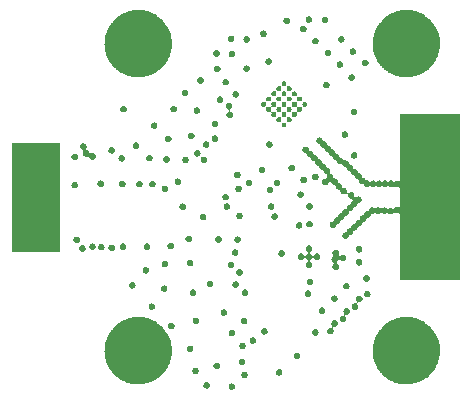
<source format=gbr>
%TF.GenerationSoftware,KiCad,Pcbnew,5.99.0-unknown-6252493~100~ubuntu19.10.1*%
%TF.CreationDate,2020-03-05T21:14:30+01:00*%
%TF.ProjectId,TDR_gen3_pod,5444525f-6765-46e3-935f-706f642e6b69,rev?*%
%TF.SameCoordinates,PX82bfae0PY6cf5110*%
%TF.FileFunction,Soldermask,Bot*%
%TF.FilePolarity,Negative*%
%FSLAX46Y46*%
G04 Gerber Fmt 4.6, Leading zero omitted, Abs format (unit mm)*
G04 Created by KiCad (PCBNEW 5.99.0-unknown-6252493~100~ubuntu19.10.1) date 2020-03-05 21:14:30*
%MOMM*%
%LPD*%
G01*
G04 APERTURE LIST*
%ADD10C,0.100000*%
G04 APERTURE END LIST*
%TO.C,J102*%
G36*
X4000000Y12900000D02*
G01*
X0Y12900000D01*
X0Y22100000D01*
X4000000Y22100000D01*
X4000000Y12900000D01*
G37*
D10*
X4000000Y12900000D02*
X0Y12900000D01*
X0Y22100000D01*
X4000000Y22100000D01*
X4000000Y12900000D01*
G36*
X18720602Y1709141D02*
G01*
X18751863Y1698983D01*
X18760801Y1692489D01*
X18781341Y1683981D01*
X18804800Y1660522D01*
X18822594Y1647594D01*
X18835522Y1629800D01*
X18858981Y1606341D01*
X18867489Y1585801D01*
X18873983Y1576863D01*
X18884141Y1545602D01*
X18901000Y1504900D01*
X18901000Y1395100D01*
X18884141Y1354398D01*
X18873983Y1323137D01*
X18867489Y1314199D01*
X18858981Y1293659D01*
X18835522Y1270200D01*
X18822594Y1252406D01*
X18804800Y1239478D01*
X18781341Y1216019D01*
X18760801Y1207511D01*
X18751863Y1201017D01*
X18720602Y1190859D01*
X18679900Y1174000D01*
X18570100Y1174000D01*
X18529398Y1190859D01*
X18498137Y1201017D01*
X18489199Y1207511D01*
X18468659Y1216019D01*
X18445200Y1239478D01*
X18427406Y1252406D01*
X18414478Y1270200D01*
X18391019Y1293659D01*
X18382511Y1314199D01*
X18376017Y1323137D01*
X18365859Y1354398D01*
X18349000Y1395100D01*
X18349000Y1504900D01*
X18365859Y1545602D01*
X18376017Y1576863D01*
X18382511Y1585801D01*
X18391019Y1606341D01*
X18414478Y1629800D01*
X18427406Y1647594D01*
X18445200Y1660522D01*
X18468659Y1683981D01*
X18489199Y1692489D01*
X18498137Y1698983D01*
X18529398Y1709141D01*
X18570100Y1726000D01*
X18679900Y1726000D01*
X18720602Y1709141D01*
G37*
G36*
X16595602Y1809141D02*
G01*
X16626863Y1798983D01*
X16635801Y1792489D01*
X16656341Y1783981D01*
X16679800Y1760522D01*
X16697594Y1747594D01*
X16710522Y1729800D01*
X16733981Y1706341D01*
X16742489Y1685801D01*
X16748983Y1676863D01*
X16759141Y1645602D01*
X16776000Y1604900D01*
X16776000Y1495100D01*
X16759141Y1454398D01*
X16748983Y1423137D01*
X16742489Y1414199D01*
X16733981Y1393659D01*
X16710522Y1370200D01*
X16697594Y1352406D01*
X16679800Y1339478D01*
X16656341Y1316019D01*
X16635801Y1307511D01*
X16626863Y1301017D01*
X16595602Y1290859D01*
X16554900Y1274000D01*
X16445100Y1274000D01*
X16404398Y1290859D01*
X16373137Y1301017D01*
X16364199Y1307511D01*
X16343659Y1316019D01*
X16320200Y1339478D01*
X16302406Y1352406D01*
X16289478Y1370200D01*
X16266019Y1393659D01*
X16257511Y1414199D01*
X16251017Y1423137D01*
X16240859Y1454398D01*
X16224000Y1495100D01*
X16224000Y1604900D01*
X16240859Y1645602D01*
X16251017Y1676863D01*
X16257511Y1685801D01*
X16266019Y1706341D01*
X16289478Y1729800D01*
X16302406Y1747594D01*
X16320200Y1760522D01*
X16343659Y1783981D01*
X16364199Y1792489D01*
X16373137Y1798983D01*
X16404398Y1809141D01*
X16445100Y1826000D01*
X16554900Y1826000D01*
X16595602Y1809141D01*
G37*
G36*
X33412831Y7354141D02*
G01*
X33444857Y7355483D01*
X33575020Y7345925D01*
X33710925Y7339040D01*
X33743269Y7333569D01*
X33772757Y7331404D01*
X33903270Y7306507D01*
X34040035Y7283375D01*
X34069125Y7274868D01*
X34095726Y7269794D01*
X34224746Y7229362D01*
X34360402Y7189693D01*
X34385995Y7178829D01*
X34409466Y7171474D01*
X34535114Y7115532D01*
X34667652Y7059273D01*
X34689627Y7046739D01*
X34709825Y7037746D01*
X34830141Y6966591D01*
X34957587Y6893897D01*
X34975946Y6880362D01*
X34992834Y6870374D01*
X35105945Y6784518D01*
X35226247Y6695824D01*
X35241070Y6681953D01*
X35254716Y6671595D01*
X35358770Y6571812D01*
X35469964Y6467758D01*
X35481450Y6454166D01*
X35492023Y6444027D01*
X35585233Y6331355D01*
X35685407Y6212815D01*
X35693848Y6200061D01*
X35701597Y6190695D01*
X35782185Y6066601D01*
X35869635Y5934478D01*
X35875409Y5923047D01*
X35880668Y5914949D01*
X35947125Y5781072D01*
X36020130Y5636547D01*
X36023668Y5626880D01*
X36026860Y5620449D01*
X36077821Y5478899D01*
X36134838Y5323093D01*
X36136644Y5315510D01*
X36138233Y5311098D01*
X36172417Y5165354D01*
X36212192Y4998396D01*
X36212810Y4993138D01*
X36213309Y4991009D01*
X36229616Y4850078D01*
X36251135Y4666892D01*
X36250216Y4645423D01*
X36234803Y4154973D01*
X36227493Y4114345D01*
X36226459Y4090183D01*
X36199619Y3959428D01*
X36176928Y3833316D01*
X36166945Y3800250D01*
X36159343Y3763217D01*
X36118238Y3638928D01*
X36081899Y3518568D01*
X36067196Y3484591D01*
X36054537Y3446314D01*
X36000301Y3330003D01*
X35951320Y3216815D01*
X35931563Y3182595D01*
X35913474Y3143803D01*
X35847394Y3036811D01*
X35786926Y2932077D01*
X35761884Y2898358D01*
X35738080Y2859816D01*
X35661564Y2763277D01*
X35590901Y2668129D01*
X35560446Y2635698D01*
X35530751Y2598232D01*
X35445285Y2513064D01*
X35365831Y2428454D01*
X35329959Y2398139D01*
X35294319Y2362624D01*
X35201493Y2289577D01*
X35114695Y2216227D01*
X35073503Y2188859D01*
X35032012Y2156209D01*
X34933477Y2095827D01*
X34840854Y2034288D01*
X34794584Y2010712D01*
X34747415Y1981807D01*
X34644772Y1934379D01*
X34547891Y1885016D01*
X34496897Y1866052D01*
X34444414Y1841801D01*
X34339357Y1807463D01*
X34239735Y1770414D01*
X34184488Y1756844D01*
X34127147Y1738102D01*
X34021270Y1716754D01*
X33920432Y1691985D01*
X33861529Y1684544D01*
X33799948Y1672127D01*
X33694825Y1663485D01*
X33594241Y1650778D01*
X33532387Y1650130D01*
X33467287Y1644778D01*
X33364413Y1648370D01*
X33265471Y1647334D01*
X33201475Y1654060D01*
X33133707Y1656427D01*
X33034434Y1671618D01*
X32938492Y1681702D01*
X32873296Y1696275D01*
X32803763Y1706915D01*
X32709336Y1732924D01*
X32617613Y1753427D01*
X32552190Y1776210D01*
X32481964Y1795553D01*
X32393562Y1831450D01*
X32307119Y1861552D01*
X32242503Y1892789D01*
X32172704Y1921131D01*
X32091310Y1965878D01*
X32011107Y2004649D01*
X31948419Y2044433D01*
X31880207Y2081932D01*
X31806621Y2134420D01*
X31733498Y2180826D01*
X31673878Y2229106D01*
X31608468Y2275762D01*
X31543376Y2334784D01*
X31477988Y2387734D01*
X31422578Y2444317D01*
X31361200Y2499971D01*
X31305087Y2564295D01*
X31247947Y2622644D01*
X31197891Y2687176D01*
X31141779Y2751498D01*
X31094975Y2819853D01*
X31046434Y2882432D01*
X31002847Y2954403D01*
X30953202Y3026908D01*
X30915847Y3098058D01*
X30876108Y3163676D01*
X30840060Y3242411D01*
X30798045Y3322438D01*
X30770149Y3395110D01*
X30739244Y3462612D01*
X30711718Y3547328D01*
X30678428Y3634052D01*
X30659820Y3707054D01*
X30637643Y3775308D01*
X30619549Y3865042D01*
X30595984Y3957493D01*
X30586352Y4029684D01*
X30572656Y4097607D01*
X30564790Y4191278D01*
X30551839Y4288345D01*
X30550734Y4358676D01*
X30545144Y4425249D01*
X30548174Y4521658D01*
X30546596Y4622088D01*
X30553450Y4689568D01*
X30555471Y4753866D01*
X30569922Y4851728D01*
X30580327Y4954163D01*
X30594466Y5017941D01*
X30603501Y5079124D01*
X30629740Y5177051D01*
X30652571Y5280034D01*
X30673230Y5339358D01*
X30688598Y5396714D01*
X30726826Y5493266D01*
X30762341Y5595252D01*
X30788690Y5649515D01*
X30809632Y5702409D01*
X30859853Y5796071D01*
X30908138Y5895510D01*
X30939294Y5944227D01*
X30964998Y5992165D01*
X31027043Y6081436D01*
X31087971Y6176707D01*
X31123013Y6219520D01*
X31152647Y6262158D01*
X31226172Y6345556D01*
X31299383Y6435002D01*
X31337374Y6471689D01*
X31370072Y6508778D01*
X31454517Y6584813D01*
X31539487Y6666867D01*
X31579505Y6697353D01*
X31614412Y6728783D01*
X31709029Y6796024D01*
X31805004Y6869137D01*
X31846155Y6893474D01*
X31882412Y6919240D01*
X31986258Y6976330D01*
X32092305Y7039046D01*
X32133722Y7057400D01*
X32170530Y7077635D01*
X32282492Y7123326D01*
X32397468Y7174276D01*
X32438366Y7186936D01*
X32474946Y7201864D01*
X32593727Y7235028D01*
X32716325Y7272979D01*
X32755958Y7280325D01*
X32791618Y7290281D01*
X32915798Y7309949D01*
X33044519Y7333806D01*
X33082248Y7336312D01*
X33116362Y7341715D01*
X33244375Y7347080D01*
X33377569Y7355927D01*
X33412831Y7354141D01*
G37*
G36*
X10712831Y7354141D02*
G01*
X10744857Y7355483D01*
X10875020Y7345925D01*
X11010925Y7339040D01*
X11043269Y7333569D01*
X11072757Y7331404D01*
X11203270Y7306507D01*
X11340035Y7283375D01*
X11369125Y7274868D01*
X11395726Y7269794D01*
X11524746Y7229362D01*
X11660402Y7189693D01*
X11685995Y7178829D01*
X11709466Y7171474D01*
X11835114Y7115532D01*
X11967652Y7059273D01*
X11989627Y7046739D01*
X12009825Y7037746D01*
X12130141Y6966591D01*
X12257587Y6893897D01*
X12275946Y6880362D01*
X12292834Y6870374D01*
X12405945Y6784518D01*
X12526247Y6695824D01*
X12541070Y6681953D01*
X12554716Y6671595D01*
X12658770Y6571812D01*
X12769964Y6467758D01*
X12781450Y6454166D01*
X12792023Y6444027D01*
X12885233Y6331355D01*
X12985407Y6212815D01*
X12993848Y6200061D01*
X13001597Y6190695D01*
X13082185Y6066601D01*
X13169635Y5934478D01*
X13175409Y5923047D01*
X13180668Y5914949D01*
X13247125Y5781072D01*
X13320130Y5636547D01*
X13323668Y5626880D01*
X13326860Y5620449D01*
X13377821Y5478899D01*
X13434838Y5323093D01*
X13436644Y5315510D01*
X13438233Y5311098D01*
X13472417Y5165354D01*
X13512192Y4998396D01*
X13512810Y4993138D01*
X13513309Y4991009D01*
X13529616Y4850078D01*
X13551135Y4666892D01*
X13550216Y4645423D01*
X13534803Y4154973D01*
X13527493Y4114345D01*
X13526459Y4090183D01*
X13499619Y3959428D01*
X13476928Y3833316D01*
X13466945Y3800250D01*
X13459343Y3763217D01*
X13418238Y3638928D01*
X13381899Y3518568D01*
X13367196Y3484591D01*
X13354537Y3446314D01*
X13300301Y3330003D01*
X13251320Y3216815D01*
X13231563Y3182595D01*
X13213474Y3143803D01*
X13147394Y3036811D01*
X13086926Y2932077D01*
X13061884Y2898358D01*
X13038080Y2859816D01*
X12961564Y2763277D01*
X12890901Y2668129D01*
X12860446Y2635698D01*
X12830751Y2598232D01*
X12745285Y2513064D01*
X12665831Y2428454D01*
X12629959Y2398139D01*
X12594319Y2362624D01*
X12501493Y2289577D01*
X12414695Y2216227D01*
X12373503Y2188859D01*
X12332012Y2156209D01*
X12233477Y2095827D01*
X12140854Y2034288D01*
X12094584Y2010712D01*
X12047415Y1981807D01*
X11944772Y1934379D01*
X11847891Y1885016D01*
X11796897Y1866052D01*
X11744414Y1841801D01*
X11639357Y1807463D01*
X11539735Y1770414D01*
X11484488Y1756844D01*
X11427147Y1738102D01*
X11321270Y1716754D01*
X11220432Y1691985D01*
X11161529Y1684544D01*
X11099948Y1672127D01*
X10994825Y1663485D01*
X10894241Y1650778D01*
X10832387Y1650130D01*
X10767287Y1644778D01*
X10664413Y1648370D01*
X10565471Y1647334D01*
X10501475Y1654060D01*
X10433707Y1656427D01*
X10334434Y1671618D01*
X10238492Y1681702D01*
X10173296Y1696275D01*
X10103763Y1706915D01*
X10009336Y1732924D01*
X9917613Y1753427D01*
X9852190Y1776210D01*
X9781964Y1795553D01*
X9693562Y1831450D01*
X9607119Y1861552D01*
X9542503Y1892789D01*
X9472704Y1921131D01*
X9391310Y1965878D01*
X9311107Y2004649D01*
X9248419Y2044433D01*
X9180207Y2081932D01*
X9106621Y2134420D01*
X9033498Y2180826D01*
X8973878Y2229106D01*
X8908468Y2275762D01*
X8843376Y2334784D01*
X8777988Y2387734D01*
X8722578Y2444317D01*
X8661200Y2499971D01*
X8605087Y2564295D01*
X8547947Y2622644D01*
X8497891Y2687176D01*
X8441779Y2751498D01*
X8394975Y2819853D01*
X8346434Y2882432D01*
X8302847Y2954403D01*
X8253202Y3026908D01*
X8215847Y3098058D01*
X8176108Y3163676D01*
X8140060Y3242411D01*
X8098045Y3322438D01*
X8070149Y3395110D01*
X8039244Y3462612D01*
X8011718Y3547328D01*
X7978428Y3634052D01*
X7959820Y3707054D01*
X7937643Y3775308D01*
X7919549Y3865042D01*
X7895984Y3957493D01*
X7886352Y4029684D01*
X7872656Y4097607D01*
X7864790Y4191278D01*
X7851839Y4288345D01*
X7850734Y4358676D01*
X7845144Y4425249D01*
X7848174Y4521658D01*
X7846596Y4622088D01*
X7853450Y4689568D01*
X7855471Y4753866D01*
X7869922Y4851728D01*
X7880327Y4954163D01*
X7894466Y5017941D01*
X7903501Y5079124D01*
X7929740Y5177051D01*
X7952571Y5280034D01*
X7973230Y5339358D01*
X7988598Y5396714D01*
X8026826Y5493266D01*
X8062341Y5595252D01*
X8088690Y5649515D01*
X8109632Y5702409D01*
X8159853Y5796071D01*
X8208138Y5895510D01*
X8239294Y5944227D01*
X8264998Y5992165D01*
X8327043Y6081436D01*
X8387971Y6176707D01*
X8423013Y6219520D01*
X8452647Y6262158D01*
X8526172Y6345556D01*
X8599383Y6435002D01*
X8637374Y6471689D01*
X8670072Y6508778D01*
X8754517Y6584813D01*
X8839487Y6666867D01*
X8879505Y6697353D01*
X8914412Y6728783D01*
X9009029Y6796024D01*
X9105004Y6869137D01*
X9146155Y6893474D01*
X9182412Y6919240D01*
X9286258Y6976330D01*
X9392305Y7039046D01*
X9433722Y7057400D01*
X9470530Y7077635D01*
X9582492Y7123326D01*
X9697468Y7174276D01*
X9738366Y7186936D01*
X9774946Y7201864D01*
X9893727Y7235028D01*
X10016325Y7272979D01*
X10055958Y7280325D01*
X10091618Y7290281D01*
X10215798Y7309949D01*
X10344519Y7333806D01*
X10382248Y7336312D01*
X10416362Y7341715D01*
X10544375Y7347080D01*
X10677569Y7355927D01*
X10712831Y7354141D01*
G37*
G36*
X19795602Y2709141D02*
G01*
X19826863Y2698983D01*
X19835801Y2692489D01*
X19856341Y2683981D01*
X19879800Y2660522D01*
X19897594Y2647594D01*
X19910522Y2629800D01*
X19933981Y2606341D01*
X19942489Y2585801D01*
X19948983Y2576863D01*
X19959141Y2545602D01*
X19976000Y2504900D01*
X19976000Y2395100D01*
X19959141Y2354398D01*
X19948983Y2323137D01*
X19942489Y2314199D01*
X19933981Y2293659D01*
X19910522Y2270200D01*
X19897594Y2252406D01*
X19879800Y2239478D01*
X19856341Y2216019D01*
X19835801Y2207511D01*
X19826863Y2201017D01*
X19795602Y2190859D01*
X19754900Y2174000D01*
X19645100Y2174000D01*
X19604398Y2190859D01*
X19573137Y2201017D01*
X19564199Y2207511D01*
X19543659Y2216019D01*
X19520200Y2239478D01*
X19502406Y2252406D01*
X19489478Y2270200D01*
X19466019Y2293659D01*
X19457511Y2314199D01*
X19451017Y2323137D01*
X19440859Y2354398D01*
X19424000Y2395100D01*
X19424000Y2504900D01*
X19440859Y2545602D01*
X19451017Y2576863D01*
X19457511Y2585801D01*
X19466019Y2606341D01*
X19489478Y2629800D01*
X19502406Y2647594D01*
X19520200Y2660522D01*
X19543659Y2683981D01*
X19564199Y2692489D01*
X19573137Y2698983D01*
X19604398Y2709141D01*
X19645100Y2726000D01*
X19754900Y2726000D01*
X19795602Y2709141D01*
G37*
G36*
X22720602Y2909141D02*
G01*
X22751863Y2898983D01*
X22760801Y2892489D01*
X22781341Y2883981D01*
X22804800Y2860522D01*
X22822594Y2847594D01*
X22835522Y2829800D01*
X22858981Y2806341D01*
X22867489Y2785801D01*
X22873983Y2776863D01*
X22884141Y2745602D01*
X22901000Y2704900D01*
X22901000Y2595100D01*
X22884141Y2554398D01*
X22873983Y2523137D01*
X22867489Y2514199D01*
X22858981Y2493659D01*
X22835522Y2470200D01*
X22822594Y2452406D01*
X22804800Y2439478D01*
X22781341Y2416019D01*
X22760801Y2407511D01*
X22751863Y2401017D01*
X22720602Y2390859D01*
X22679900Y2374000D01*
X22570100Y2374000D01*
X22529398Y2390859D01*
X22498137Y2401017D01*
X22489199Y2407511D01*
X22468659Y2416019D01*
X22445200Y2439478D01*
X22427406Y2452406D01*
X22414478Y2470200D01*
X22391019Y2493659D01*
X22382511Y2514199D01*
X22376017Y2523137D01*
X22365859Y2554398D01*
X22349000Y2595100D01*
X22349000Y2704900D01*
X22365859Y2745602D01*
X22376017Y2776863D01*
X22382511Y2785801D01*
X22391019Y2806341D01*
X22414478Y2829800D01*
X22427406Y2847594D01*
X22445200Y2860522D01*
X22468659Y2883981D01*
X22489199Y2892489D01*
X22498137Y2898983D01*
X22529398Y2909141D01*
X22570100Y2926000D01*
X22679900Y2926000D01*
X22720602Y2909141D01*
G37*
G36*
X15645602Y3034141D02*
G01*
X15676863Y3023983D01*
X15685801Y3017489D01*
X15706341Y3008981D01*
X15729800Y2985522D01*
X15747594Y2972594D01*
X15760522Y2954800D01*
X15783981Y2931341D01*
X15792489Y2910801D01*
X15798983Y2901863D01*
X15809141Y2870602D01*
X15826000Y2829900D01*
X15826000Y2720100D01*
X15809141Y2679398D01*
X15798983Y2648137D01*
X15792489Y2639199D01*
X15783981Y2618659D01*
X15760522Y2595200D01*
X15747594Y2577406D01*
X15729800Y2564478D01*
X15706341Y2541019D01*
X15685801Y2532511D01*
X15676863Y2526017D01*
X15645602Y2515859D01*
X15604900Y2499000D01*
X15495100Y2499000D01*
X15454398Y2515859D01*
X15423137Y2526017D01*
X15414199Y2532511D01*
X15393659Y2541019D01*
X15370200Y2564478D01*
X15352406Y2577406D01*
X15339478Y2595200D01*
X15316019Y2618659D01*
X15307511Y2639199D01*
X15301017Y2648137D01*
X15290859Y2679398D01*
X15274000Y2720100D01*
X15274000Y2829900D01*
X15290859Y2870602D01*
X15301017Y2901863D01*
X15307511Y2910801D01*
X15316019Y2931341D01*
X15339478Y2954800D01*
X15352406Y2972594D01*
X15370200Y2985522D01*
X15393659Y3008981D01*
X15414199Y3017489D01*
X15423137Y3023983D01*
X15454398Y3034141D01*
X15495100Y3051000D01*
X15604900Y3051000D01*
X15645602Y3034141D01*
G37*
G36*
X17445602Y3459141D02*
G01*
X17476863Y3448983D01*
X17485801Y3442489D01*
X17506341Y3433981D01*
X17529800Y3410522D01*
X17547594Y3397594D01*
X17560522Y3379800D01*
X17583981Y3356341D01*
X17592489Y3335801D01*
X17598983Y3326863D01*
X17609141Y3295602D01*
X17626000Y3254900D01*
X17626000Y3145100D01*
X17609141Y3104398D01*
X17598983Y3073137D01*
X17592489Y3064199D01*
X17583981Y3043659D01*
X17560522Y3020200D01*
X17547594Y3002406D01*
X17529800Y2989478D01*
X17506341Y2966019D01*
X17485801Y2957511D01*
X17476863Y2951017D01*
X17445602Y2940859D01*
X17404900Y2924000D01*
X17295100Y2924000D01*
X17254398Y2940859D01*
X17223137Y2951017D01*
X17214199Y2957511D01*
X17193659Y2966019D01*
X17170200Y2989478D01*
X17152406Y3002406D01*
X17139478Y3020200D01*
X17116019Y3043659D01*
X17107511Y3064199D01*
X17101017Y3073137D01*
X17090859Y3104398D01*
X17074000Y3145100D01*
X17074000Y3254900D01*
X17090859Y3295602D01*
X17101017Y3326863D01*
X17107511Y3335801D01*
X17116019Y3356341D01*
X17139478Y3379800D01*
X17152406Y3397594D01*
X17170200Y3410522D01*
X17193659Y3433981D01*
X17214199Y3442489D01*
X17223137Y3448983D01*
X17254398Y3459141D01*
X17295100Y3476000D01*
X17404900Y3476000D01*
X17445602Y3459141D01*
G37*
G36*
X19595602Y3784141D02*
G01*
X19626863Y3773983D01*
X19635801Y3767489D01*
X19656341Y3758981D01*
X19679800Y3735522D01*
X19697594Y3722594D01*
X19710522Y3704800D01*
X19733981Y3681341D01*
X19742489Y3660801D01*
X19748983Y3651863D01*
X19759141Y3620602D01*
X19776000Y3579900D01*
X19776000Y3470100D01*
X19759141Y3429398D01*
X19748983Y3398137D01*
X19742489Y3389199D01*
X19733981Y3368659D01*
X19710522Y3345200D01*
X19697594Y3327406D01*
X19679800Y3314478D01*
X19656341Y3291019D01*
X19635801Y3282511D01*
X19626863Y3276017D01*
X19595602Y3265859D01*
X19554900Y3249000D01*
X19445100Y3249000D01*
X19404398Y3265859D01*
X19373137Y3276017D01*
X19364199Y3282511D01*
X19343659Y3291019D01*
X19320200Y3314478D01*
X19302406Y3327406D01*
X19289478Y3345200D01*
X19266019Y3368659D01*
X19257511Y3389199D01*
X19251017Y3398137D01*
X19240859Y3429398D01*
X19224000Y3470100D01*
X19224000Y3579900D01*
X19240859Y3620602D01*
X19251017Y3651863D01*
X19257511Y3660801D01*
X19266019Y3681341D01*
X19289478Y3704800D01*
X19302406Y3722594D01*
X19320200Y3735522D01*
X19343659Y3758981D01*
X19364199Y3767489D01*
X19373137Y3773983D01*
X19404398Y3784141D01*
X19445100Y3801000D01*
X19554900Y3801000D01*
X19595602Y3784141D01*
G37*
G36*
X24245602Y4309141D02*
G01*
X24276863Y4298983D01*
X24285801Y4292489D01*
X24306341Y4283981D01*
X24329800Y4260522D01*
X24347594Y4247594D01*
X24360522Y4229800D01*
X24383981Y4206341D01*
X24392489Y4185801D01*
X24398983Y4176863D01*
X24409141Y4145602D01*
X24426000Y4104900D01*
X24426000Y3995100D01*
X24409141Y3954398D01*
X24398983Y3923137D01*
X24392489Y3914199D01*
X24383981Y3893659D01*
X24360522Y3870200D01*
X24347594Y3852406D01*
X24329800Y3839478D01*
X24306341Y3816019D01*
X24285801Y3807511D01*
X24276863Y3801017D01*
X24245602Y3790859D01*
X24204900Y3774000D01*
X24095100Y3774000D01*
X24054398Y3790859D01*
X24023137Y3801017D01*
X24014199Y3807511D01*
X23993659Y3816019D01*
X23970200Y3839478D01*
X23952406Y3852406D01*
X23939478Y3870200D01*
X23916019Y3893659D01*
X23907511Y3914199D01*
X23901017Y3923137D01*
X23890859Y3954398D01*
X23874000Y3995100D01*
X23874000Y4104900D01*
X23890859Y4145602D01*
X23901017Y4176863D01*
X23907511Y4185801D01*
X23916019Y4206341D01*
X23939478Y4229800D01*
X23952406Y4247594D01*
X23970200Y4260522D01*
X23993659Y4283981D01*
X24014199Y4292489D01*
X24023137Y4298983D01*
X24054398Y4309141D01*
X24095100Y4326000D01*
X24204900Y4326000D01*
X24245602Y4309141D01*
G37*
G36*
X15195602Y4909141D02*
G01*
X15226863Y4898983D01*
X15235801Y4892489D01*
X15256341Y4883981D01*
X15279800Y4860522D01*
X15297594Y4847594D01*
X15310522Y4829800D01*
X15333981Y4806341D01*
X15342489Y4785801D01*
X15348983Y4776863D01*
X15359141Y4745602D01*
X15376000Y4704900D01*
X15376000Y4595100D01*
X15359141Y4554398D01*
X15348983Y4523137D01*
X15342489Y4514199D01*
X15333981Y4493659D01*
X15310522Y4470200D01*
X15297594Y4452406D01*
X15279800Y4439478D01*
X15256341Y4416019D01*
X15235801Y4407511D01*
X15226863Y4401017D01*
X15195602Y4390859D01*
X15154900Y4374000D01*
X15045100Y4374000D01*
X15004398Y4390859D01*
X14973137Y4401017D01*
X14964199Y4407511D01*
X14943659Y4416019D01*
X14920200Y4439478D01*
X14902406Y4452406D01*
X14889478Y4470200D01*
X14866019Y4493659D01*
X14857511Y4514199D01*
X14851017Y4523137D01*
X14840859Y4554398D01*
X14824000Y4595100D01*
X14824000Y4704900D01*
X14840859Y4745602D01*
X14851017Y4776863D01*
X14857511Y4785801D01*
X14866019Y4806341D01*
X14889478Y4829800D01*
X14902406Y4847594D01*
X14920200Y4860522D01*
X14943659Y4883981D01*
X14964199Y4892489D01*
X14973137Y4898983D01*
X15004398Y4909141D01*
X15045100Y4926000D01*
X15154900Y4926000D01*
X15195602Y4909141D01*
G37*
G36*
X19620602Y5159141D02*
G01*
X19651863Y5148983D01*
X19660801Y5142489D01*
X19681341Y5133981D01*
X19704800Y5110522D01*
X19722594Y5097594D01*
X19735522Y5079800D01*
X19758981Y5056341D01*
X19767489Y5035801D01*
X19773983Y5026863D01*
X19784141Y4995602D01*
X19801000Y4954900D01*
X19801000Y4845100D01*
X19784141Y4804398D01*
X19773983Y4773137D01*
X19767489Y4764199D01*
X19758981Y4743659D01*
X19735522Y4720200D01*
X19722594Y4702406D01*
X19704800Y4689478D01*
X19681341Y4666019D01*
X19660801Y4657511D01*
X19651863Y4651017D01*
X19620602Y4640859D01*
X19579900Y4624000D01*
X19470100Y4624000D01*
X19429398Y4640859D01*
X19398137Y4651017D01*
X19389199Y4657511D01*
X19368659Y4666019D01*
X19345200Y4689478D01*
X19327406Y4702406D01*
X19314478Y4720200D01*
X19291019Y4743659D01*
X19282511Y4764199D01*
X19276017Y4773137D01*
X19265859Y4804398D01*
X19249000Y4845100D01*
X19249000Y4954900D01*
X19265859Y4995602D01*
X19276017Y5026863D01*
X19282511Y5035801D01*
X19291019Y5056341D01*
X19314478Y5079800D01*
X19327406Y5097594D01*
X19345200Y5110522D01*
X19368659Y5133981D01*
X19389199Y5142489D01*
X19398137Y5148983D01*
X19429398Y5159141D01*
X19470100Y5176000D01*
X19579900Y5176000D01*
X19620602Y5159141D01*
G37*
G36*
X20495602Y5609141D02*
G01*
X20526863Y5598983D01*
X20535801Y5592489D01*
X20556341Y5583981D01*
X20579800Y5560522D01*
X20597594Y5547594D01*
X20610522Y5529800D01*
X20633981Y5506341D01*
X20642489Y5485801D01*
X20648983Y5476863D01*
X20659141Y5445602D01*
X20676000Y5404900D01*
X20676000Y5295100D01*
X20659141Y5254398D01*
X20648983Y5223137D01*
X20642489Y5214199D01*
X20633981Y5193659D01*
X20610522Y5170200D01*
X20597594Y5152406D01*
X20579800Y5139478D01*
X20556341Y5116019D01*
X20535801Y5107511D01*
X20526863Y5101017D01*
X20495602Y5090859D01*
X20454900Y5074000D01*
X20345100Y5074000D01*
X20304398Y5090859D01*
X20273137Y5101017D01*
X20264199Y5107511D01*
X20243659Y5116019D01*
X20220200Y5139478D01*
X20202406Y5152406D01*
X20189478Y5170200D01*
X20166019Y5193659D01*
X20157511Y5214199D01*
X20151017Y5223137D01*
X20140859Y5254398D01*
X20124000Y5295100D01*
X20124000Y5404900D01*
X20140859Y5445602D01*
X20151017Y5476863D01*
X20157511Y5485801D01*
X20166019Y5506341D01*
X20189478Y5529800D01*
X20202406Y5547594D01*
X20220200Y5560522D01*
X20243659Y5583981D01*
X20264199Y5592489D01*
X20273137Y5598983D01*
X20304398Y5609141D01*
X20345100Y5626000D01*
X20454900Y5626000D01*
X20495602Y5609141D01*
G37*
G36*
X18720602Y6234141D02*
G01*
X18751863Y6223983D01*
X18760801Y6217489D01*
X18781341Y6208981D01*
X18804800Y6185522D01*
X18822594Y6172594D01*
X18835522Y6154800D01*
X18858981Y6131341D01*
X18867489Y6110801D01*
X18873983Y6101863D01*
X18884141Y6070602D01*
X18901000Y6029900D01*
X18901000Y5920100D01*
X18884141Y5879398D01*
X18873983Y5848137D01*
X18867489Y5839199D01*
X18858981Y5818659D01*
X18835522Y5795200D01*
X18822594Y5777406D01*
X18804800Y5764478D01*
X18781341Y5741019D01*
X18760801Y5732511D01*
X18751863Y5726017D01*
X18720602Y5715859D01*
X18679900Y5699000D01*
X18570100Y5699000D01*
X18529398Y5715859D01*
X18498137Y5726017D01*
X18489199Y5732511D01*
X18468659Y5741019D01*
X18445200Y5764478D01*
X18427406Y5777406D01*
X18414478Y5795200D01*
X18391019Y5818659D01*
X18382511Y5839199D01*
X18376017Y5848137D01*
X18365859Y5879398D01*
X18349000Y5920100D01*
X18349000Y6029900D01*
X18365859Y6070602D01*
X18376017Y6101863D01*
X18382511Y6110801D01*
X18391019Y6131341D01*
X18414478Y6154800D01*
X18427406Y6172594D01*
X18445200Y6185522D01*
X18468659Y6208981D01*
X18489199Y6217489D01*
X18498137Y6223983D01*
X18529398Y6234141D01*
X18570100Y6251000D01*
X18679900Y6251000D01*
X18720602Y6234141D01*
G37*
G36*
X25795602Y6309141D02*
G01*
X25826863Y6298983D01*
X25835801Y6292489D01*
X25856341Y6283981D01*
X25879800Y6260522D01*
X25897594Y6247594D01*
X25910522Y6229800D01*
X25933981Y6206341D01*
X25942489Y6185801D01*
X25948983Y6176863D01*
X25959141Y6145602D01*
X25976000Y6104900D01*
X25976000Y5995100D01*
X25959141Y5954398D01*
X25948983Y5923137D01*
X25942489Y5914199D01*
X25933981Y5893659D01*
X25910522Y5870200D01*
X25897594Y5852406D01*
X25879800Y5839478D01*
X25856341Y5816019D01*
X25835801Y5807511D01*
X25826863Y5801017D01*
X25795602Y5790859D01*
X25754900Y5774000D01*
X25645100Y5774000D01*
X25604398Y5790859D01*
X25573137Y5801017D01*
X25564199Y5807511D01*
X25543659Y5816019D01*
X25520200Y5839478D01*
X25502406Y5852406D01*
X25489478Y5870200D01*
X25466019Y5893659D01*
X25457511Y5914199D01*
X25451017Y5923137D01*
X25440859Y5954398D01*
X25424000Y5995100D01*
X25424000Y6104900D01*
X25440859Y6145602D01*
X25451017Y6176863D01*
X25457511Y6185801D01*
X25466019Y6206341D01*
X25489478Y6229800D01*
X25502406Y6247594D01*
X25520200Y6260522D01*
X25543659Y6283981D01*
X25564199Y6292489D01*
X25573137Y6298983D01*
X25604398Y6309141D01*
X25645100Y6326000D01*
X25754900Y6326000D01*
X25795602Y6309141D01*
G37*
G36*
X21470602Y6384141D02*
G01*
X21501863Y6373983D01*
X21510801Y6367489D01*
X21531341Y6358981D01*
X21554800Y6335522D01*
X21572594Y6322594D01*
X21585522Y6304800D01*
X21608981Y6281341D01*
X21617489Y6260801D01*
X21623983Y6251863D01*
X21634141Y6220602D01*
X21651000Y6179900D01*
X21651000Y6070100D01*
X21634141Y6029398D01*
X21623983Y5998137D01*
X21617489Y5989199D01*
X21608981Y5968659D01*
X21585522Y5945200D01*
X21572594Y5927406D01*
X21554800Y5914478D01*
X21531341Y5891019D01*
X21510801Y5882511D01*
X21501863Y5876017D01*
X21470602Y5865859D01*
X21429900Y5849000D01*
X21320100Y5849000D01*
X21279398Y5865859D01*
X21248137Y5876017D01*
X21239199Y5882511D01*
X21218659Y5891019D01*
X21195200Y5914478D01*
X21177406Y5927406D01*
X21164478Y5945200D01*
X21141019Y5968659D01*
X21132511Y5989199D01*
X21126017Y5998137D01*
X21115859Y6029398D01*
X21099000Y6070100D01*
X21099000Y6179900D01*
X21115859Y6220602D01*
X21126017Y6251863D01*
X21132511Y6260801D01*
X21141019Y6281341D01*
X21164478Y6304800D01*
X21177406Y6322594D01*
X21195200Y6335522D01*
X21218659Y6358981D01*
X21239199Y6367489D01*
X21248137Y6373983D01*
X21279398Y6384141D01*
X21320100Y6401000D01*
X21429900Y6401000D01*
X21470602Y6384141D01*
G37*
G36*
X27420602Y7059141D02*
G01*
X27451863Y7048983D01*
X27460801Y7042489D01*
X27481341Y7033981D01*
X27504802Y7010520D01*
X27522593Y6997594D01*
X27535519Y6979803D01*
X27558981Y6956341D01*
X27559891Y6954144D01*
X27581468Y6937506D01*
X27583131Y6898709D01*
X27584141Y6895600D01*
X27601000Y6854900D01*
X27601000Y6745100D01*
X27584141Y6704398D01*
X27573983Y6673137D01*
X27567489Y6664199D01*
X27558981Y6643659D01*
X27535522Y6620200D01*
X27522594Y6602406D01*
X27504800Y6589478D01*
X27481341Y6566019D01*
X27460801Y6557511D01*
X27451863Y6551017D01*
X27420602Y6540859D01*
X27379900Y6524000D01*
X27289751Y6524000D01*
X27222171Y6504157D01*
X27176048Y6450927D01*
X27166024Y6381212D01*
X27187826Y6327496D01*
X27208981Y6306341D01*
X27217490Y6285799D01*
X27223983Y6276862D01*
X27234140Y6245604D01*
X27251000Y6204900D01*
X27251000Y6095100D01*
X27234141Y6054398D01*
X27223983Y6023137D01*
X27217489Y6014199D01*
X27208981Y5993659D01*
X27185522Y5970200D01*
X27172594Y5952406D01*
X27154800Y5939478D01*
X27131341Y5916019D01*
X27110801Y5907511D01*
X27101863Y5901017D01*
X27070602Y5890859D01*
X27029900Y5874000D01*
X26920100Y5874000D01*
X26879398Y5890859D01*
X26848137Y5901017D01*
X26839199Y5907511D01*
X26818659Y5916019D01*
X26795200Y5939478D01*
X26777406Y5952406D01*
X26764478Y5970200D01*
X26741019Y5993659D01*
X26732511Y6014199D01*
X26726017Y6023137D01*
X26715859Y6054398D01*
X26699000Y6095100D01*
X26699000Y6204900D01*
X26715859Y6245602D01*
X26726017Y6276863D01*
X26732511Y6285801D01*
X26741019Y6306341D01*
X26764478Y6329800D01*
X26777406Y6347594D01*
X26795200Y6360522D01*
X26818659Y6383981D01*
X26839199Y6392489D01*
X26848137Y6398983D01*
X26879398Y6409141D01*
X26920100Y6426000D01*
X27010249Y6426000D01*
X27077829Y6445843D01*
X27123952Y6499073D01*
X27133976Y6568788D01*
X27112174Y6622504D01*
X27091019Y6643659D01*
X27082510Y6664201D01*
X27076017Y6673138D01*
X27065860Y6704396D01*
X27049000Y6745100D01*
X27049000Y6854900D01*
X27065859Y6895602D01*
X27076017Y6926863D01*
X27082511Y6935801D01*
X27091019Y6956341D01*
X27114478Y6979800D01*
X27127406Y6997594D01*
X27145200Y7010522D01*
X27168659Y7033981D01*
X27189199Y7042489D01*
X27198137Y7048983D01*
X27229398Y7059141D01*
X27270100Y7076000D01*
X27379900Y7076000D01*
X27420602Y7059141D01*
G37*
G36*
X13595602Y6834141D02*
G01*
X13626863Y6823983D01*
X13635801Y6817489D01*
X13656341Y6808981D01*
X13679800Y6785522D01*
X13697594Y6772594D01*
X13710522Y6754800D01*
X13733981Y6731341D01*
X13742489Y6710801D01*
X13748983Y6701863D01*
X13759141Y6670602D01*
X13776000Y6629900D01*
X13776000Y6520100D01*
X13759141Y6479398D01*
X13748983Y6448137D01*
X13742489Y6439199D01*
X13733981Y6418659D01*
X13710522Y6395200D01*
X13697594Y6377406D01*
X13679800Y6364478D01*
X13656341Y6341019D01*
X13635801Y6332511D01*
X13626863Y6326017D01*
X13595602Y6315859D01*
X13554900Y6299000D01*
X13445100Y6299000D01*
X13404398Y6315859D01*
X13373137Y6326017D01*
X13364199Y6332511D01*
X13343659Y6341019D01*
X13320200Y6364478D01*
X13302406Y6377406D01*
X13289478Y6395200D01*
X13266019Y6418659D01*
X13257511Y6439199D01*
X13251017Y6448137D01*
X13240859Y6479398D01*
X13224000Y6520100D01*
X13224000Y6629900D01*
X13240859Y6670602D01*
X13251017Y6701863D01*
X13257511Y6710801D01*
X13266019Y6731341D01*
X13289478Y6754800D01*
X13302406Y6772594D01*
X13320200Y6785522D01*
X13343659Y6808981D01*
X13364199Y6817489D01*
X13373137Y6823983D01*
X13404398Y6834141D01*
X13445100Y6851000D01*
X13554900Y6851000D01*
X13595602Y6834141D01*
G37*
G36*
X19770602Y7259141D02*
G01*
X19801863Y7248983D01*
X19810801Y7242489D01*
X19831341Y7233981D01*
X19854800Y7210522D01*
X19872594Y7197594D01*
X19885522Y7179800D01*
X19908981Y7156341D01*
X19917489Y7135801D01*
X19923983Y7126863D01*
X19934141Y7095602D01*
X19951000Y7054900D01*
X19951000Y6945100D01*
X19934141Y6904398D01*
X19923983Y6873137D01*
X19917489Y6864199D01*
X19908981Y6843659D01*
X19885522Y6820200D01*
X19872594Y6802406D01*
X19854800Y6789478D01*
X19831341Y6766019D01*
X19810801Y6757511D01*
X19801863Y6751017D01*
X19770602Y6740859D01*
X19729900Y6724000D01*
X19620100Y6724000D01*
X19579398Y6740859D01*
X19548137Y6751017D01*
X19539199Y6757511D01*
X19518659Y6766019D01*
X19495200Y6789478D01*
X19477406Y6802406D01*
X19464478Y6820200D01*
X19441019Y6843659D01*
X19432511Y6864199D01*
X19426017Y6873137D01*
X19415859Y6904398D01*
X19399000Y6945100D01*
X19399000Y7054900D01*
X19415859Y7095602D01*
X19426017Y7126863D01*
X19432511Y7135801D01*
X19441019Y7156341D01*
X19464478Y7179800D01*
X19477406Y7197594D01*
X19495200Y7210522D01*
X19518659Y7233981D01*
X19539199Y7242489D01*
X19548137Y7248983D01*
X19579398Y7259141D01*
X19620100Y7276000D01*
X19729900Y7276000D01*
X19770602Y7259141D01*
G37*
G36*
X15670602Y7284141D02*
G01*
X15701863Y7273983D01*
X15710801Y7267489D01*
X15731341Y7258981D01*
X15754800Y7235522D01*
X15772594Y7222594D01*
X15785522Y7204800D01*
X15808981Y7181341D01*
X15817489Y7160801D01*
X15823983Y7151863D01*
X15834141Y7120602D01*
X15851000Y7079900D01*
X15851000Y6970100D01*
X15834141Y6929398D01*
X15823983Y6898137D01*
X15817489Y6889199D01*
X15808981Y6868659D01*
X15785522Y6845200D01*
X15772594Y6827406D01*
X15754800Y6814478D01*
X15731341Y6791019D01*
X15710801Y6782511D01*
X15701863Y6776017D01*
X15670602Y6765859D01*
X15629900Y6749000D01*
X15520100Y6749000D01*
X15479398Y6765859D01*
X15448137Y6776017D01*
X15439199Y6782511D01*
X15418659Y6791019D01*
X15395200Y6814478D01*
X15377406Y6827406D01*
X15364478Y6845200D01*
X15341019Y6868659D01*
X15332511Y6889199D01*
X15326017Y6898137D01*
X15315859Y6929398D01*
X15299000Y6970100D01*
X15299000Y7079900D01*
X15315859Y7120602D01*
X15326017Y7151863D01*
X15332511Y7160801D01*
X15341019Y7181341D01*
X15364478Y7204800D01*
X15377406Y7222594D01*
X15395200Y7235522D01*
X15418659Y7258981D01*
X15439199Y7267489D01*
X15448137Y7273983D01*
X15479398Y7284141D01*
X15520100Y7301000D01*
X15629900Y7301000D01*
X15670602Y7284141D01*
G37*
G36*
X28445602Y8084141D02*
G01*
X28476863Y8073983D01*
X28485801Y8067489D01*
X28506341Y8058981D01*
X28529800Y8035522D01*
X28547594Y8022594D01*
X28560522Y8004800D01*
X28583981Y7981341D01*
X28590304Y7966077D01*
X28595722Y7961899D01*
X28609140Y7920602D01*
X28626000Y7879900D01*
X28626000Y7770100D01*
X28609141Y7729398D01*
X28598983Y7698137D01*
X28592489Y7689199D01*
X28583981Y7668659D01*
X28560522Y7645200D01*
X28547594Y7627406D01*
X28529800Y7614478D01*
X28506341Y7591019D01*
X28485801Y7582511D01*
X28476863Y7576017D01*
X28445602Y7565859D01*
X28404900Y7549000D01*
X28339751Y7549000D01*
X28272171Y7529157D01*
X28226048Y7475927D01*
X28216024Y7406212D01*
X28237826Y7352496D01*
X28258981Y7331341D01*
X28267490Y7310799D01*
X28273983Y7301862D01*
X28284140Y7270604D01*
X28301000Y7229900D01*
X28301000Y7120100D01*
X28284141Y7079398D01*
X28273983Y7048137D01*
X28267489Y7039199D01*
X28258981Y7018659D01*
X28235522Y6995200D01*
X28222594Y6977406D01*
X28204800Y6964478D01*
X28181341Y6941019D01*
X28160801Y6932511D01*
X28151863Y6926017D01*
X28120602Y6915859D01*
X28079900Y6899000D01*
X27970100Y6899000D01*
X27929398Y6915859D01*
X27898137Y6926017D01*
X27889199Y6932511D01*
X27868659Y6941019D01*
X27845198Y6964480D01*
X27827407Y6977406D01*
X27814481Y6995197D01*
X27791019Y7018659D01*
X27790109Y7020856D01*
X27768532Y7037494D01*
X27766869Y7076291D01*
X27765859Y7079400D01*
X27749000Y7120100D01*
X27749000Y7229900D01*
X27765859Y7270602D01*
X27776017Y7301863D01*
X27782511Y7310801D01*
X27791019Y7331341D01*
X27814478Y7354800D01*
X27827406Y7372594D01*
X27845200Y7385522D01*
X27868659Y7408981D01*
X27889199Y7417489D01*
X27898137Y7423983D01*
X27929398Y7434141D01*
X27970100Y7451000D01*
X28035249Y7451000D01*
X28102829Y7470843D01*
X28148952Y7524073D01*
X28158976Y7593788D01*
X28137174Y7647504D01*
X28116019Y7668659D01*
X28107510Y7689201D01*
X28101017Y7698138D01*
X28090860Y7729396D01*
X28074000Y7770100D01*
X28074000Y7879900D01*
X28090859Y7920602D01*
X28101017Y7951863D01*
X28107511Y7960801D01*
X28116019Y7981341D01*
X28139478Y8004800D01*
X28152406Y8022594D01*
X28170200Y8035522D01*
X28193659Y8058981D01*
X28214199Y8067489D01*
X28223137Y8073983D01*
X28254398Y8084141D01*
X28295100Y8101000D01*
X28404900Y8101000D01*
X28445602Y8084141D01*
G37*
G36*
X18045602Y7984141D02*
G01*
X18076863Y7973983D01*
X18085801Y7967489D01*
X18106341Y7958981D01*
X18129800Y7935522D01*
X18147594Y7922594D01*
X18160522Y7904800D01*
X18183981Y7881341D01*
X18192489Y7860801D01*
X18198983Y7851863D01*
X18209141Y7820602D01*
X18226000Y7779900D01*
X18226000Y7670100D01*
X18209141Y7629398D01*
X18198983Y7598137D01*
X18192489Y7589199D01*
X18183981Y7568659D01*
X18160522Y7545200D01*
X18147594Y7527406D01*
X18129800Y7514478D01*
X18106341Y7491019D01*
X18085801Y7482511D01*
X18076863Y7476017D01*
X18045602Y7465859D01*
X18004900Y7449000D01*
X17895100Y7449000D01*
X17854398Y7465859D01*
X17823137Y7476017D01*
X17814199Y7482511D01*
X17793659Y7491019D01*
X17770200Y7514478D01*
X17752406Y7527406D01*
X17739478Y7545200D01*
X17716019Y7568659D01*
X17707511Y7589199D01*
X17701017Y7598137D01*
X17690859Y7629398D01*
X17674000Y7670100D01*
X17674000Y7779900D01*
X17690859Y7820602D01*
X17701017Y7851863D01*
X17707511Y7860801D01*
X17716019Y7881341D01*
X17739478Y7904800D01*
X17752406Y7922594D01*
X17770200Y7935522D01*
X17793659Y7958981D01*
X17814199Y7967489D01*
X17823137Y7973983D01*
X17854398Y7984141D01*
X17895100Y8001000D01*
X18004900Y8001000D01*
X18045602Y7984141D01*
G37*
G36*
X26345602Y8134141D02*
G01*
X26376863Y8123983D01*
X26385801Y8117489D01*
X26406341Y8108981D01*
X26429800Y8085522D01*
X26447594Y8072594D01*
X26460522Y8054800D01*
X26483981Y8031341D01*
X26492489Y8010801D01*
X26498983Y8001863D01*
X26509141Y7970602D01*
X26526000Y7929900D01*
X26526000Y7820100D01*
X26509141Y7779398D01*
X26498983Y7748137D01*
X26492489Y7739199D01*
X26483981Y7718659D01*
X26460522Y7695200D01*
X26447594Y7677406D01*
X26429800Y7664478D01*
X26406341Y7641019D01*
X26385801Y7632511D01*
X26376863Y7626017D01*
X26345602Y7615859D01*
X26304900Y7599000D01*
X26195100Y7599000D01*
X26154398Y7615859D01*
X26123137Y7626017D01*
X26114199Y7632511D01*
X26093659Y7641019D01*
X26070200Y7664478D01*
X26052406Y7677406D01*
X26039478Y7695200D01*
X26016019Y7718659D01*
X26007511Y7739199D01*
X26001017Y7748137D01*
X25990859Y7779398D01*
X25974000Y7820100D01*
X25974000Y7929900D01*
X25990859Y7970602D01*
X26001017Y8001863D01*
X26007511Y8010801D01*
X26016019Y8031341D01*
X26039478Y8054800D01*
X26052406Y8072594D01*
X26070200Y8085522D01*
X26093659Y8108981D01*
X26114199Y8117489D01*
X26123137Y8123983D01*
X26154398Y8134141D01*
X26195100Y8151000D01*
X26304900Y8151000D01*
X26345602Y8134141D01*
G37*
G36*
X11945602Y8484141D02*
G01*
X11976863Y8473983D01*
X11985801Y8467489D01*
X12006341Y8458981D01*
X12029800Y8435522D01*
X12047594Y8422594D01*
X12060522Y8404800D01*
X12083981Y8381341D01*
X12092489Y8360801D01*
X12098983Y8351863D01*
X12109141Y8320602D01*
X12126000Y8279900D01*
X12126000Y8170100D01*
X12109141Y8129398D01*
X12098983Y8098137D01*
X12092489Y8089199D01*
X12083981Y8068659D01*
X12060522Y8045200D01*
X12047594Y8027406D01*
X12029800Y8014478D01*
X12006341Y7991019D01*
X11985801Y7982511D01*
X11976863Y7976017D01*
X11945602Y7965859D01*
X11904900Y7949000D01*
X11795100Y7949000D01*
X11754398Y7965859D01*
X11723137Y7976017D01*
X11714199Y7982511D01*
X11693659Y7991019D01*
X11670200Y8014478D01*
X11652406Y8027406D01*
X11639478Y8045200D01*
X11616019Y8068659D01*
X11607511Y8089199D01*
X11601017Y8098137D01*
X11590859Y8129398D01*
X11574000Y8170100D01*
X11574000Y8279900D01*
X11590859Y8320602D01*
X11601017Y8351863D01*
X11607511Y8360801D01*
X11616019Y8381341D01*
X11639478Y8404800D01*
X11652406Y8422594D01*
X11670200Y8435522D01*
X11693659Y8458981D01*
X11714199Y8467489D01*
X11723137Y8473983D01*
X11754398Y8484141D01*
X11795100Y8501000D01*
X11904900Y8501000D01*
X11945602Y8484141D01*
G37*
G36*
X29520602Y9134141D02*
G01*
X29551863Y9123983D01*
X29560801Y9117489D01*
X29581341Y9108981D01*
X29604801Y9085521D01*
X29638610Y9060957D01*
X29640043Y9062929D01*
X29672104Y9038205D01*
X29693011Y9036409D01*
X29685793Y9023628D01*
X29688519Y8960032D01*
X29701000Y8929900D01*
X29701000Y8820100D01*
X29684141Y8779398D01*
X29673983Y8748137D01*
X29667489Y8739199D01*
X29658981Y8718659D01*
X29635522Y8695200D01*
X29622594Y8677406D01*
X29604800Y8664478D01*
X29581341Y8641019D01*
X29560801Y8632511D01*
X29551863Y8626017D01*
X29520602Y8615859D01*
X29479900Y8599000D01*
X29364751Y8599000D01*
X29297171Y8579157D01*
X29251048Y8525927D01*
X29241024Y8456212D01*
X29262826Y8402496D01*
X29283981Y8381341D01*
X29292490Y8360799D01*
X29298983Y8351862D01*
X29309140Y8320604D01*
X29326000Y8279900D01*
X29326000Y8170100D01*
X29309141Y8129398D01*
X29298983Y8098137D01*
X29292489Y8089199D01*
X29283981Y8068659D01*
X29260522Y8045200D01*
X29247594Y8027406D01*
X29229800Y8014478D01*
X29206341Y7991019D01*
X29185801Y7982511D01*
X29176863Y7976017D01*
X29145602Y7965859D01*
X29104900Y7949000D01*
X28995100Y7949000D01*
X28954398Y7965859D01*
X28923137Y7976017D01*
X28914199Y7982511D01*
X28893659Y7991019D01*
X28870200Y8014478D01*
X28852406Y8027406D01*
X28839478Y8045200D01*
X28816019Y8068659D01*
X28809696Y8083923D01*
X28804278Y8088101D01*
X28790860Y8129398D01*
X28774000Y8170100D01*
X28774000Y8279900D01*
X28790859Y8320602D01*
X28801017Y8351863D01*
X28807511Y8360801D01*
X28816019Y8381341D01*
X28839478Y8404800D01*
X28852406Y8422594D01*
X28870200Y8435522D01*
X28893659Y8458981D01*
X28914199Y8467489D01*
X28923137Y8473983D01*
X28954398Y8484141D01*
X28995100Y8501000D01*
X29110249Y8501000D01*
X29177829Y8520843D01*
X29223952Y8574073D01*
X29233976Y8643788D01*
X29212174Y8697504D01*
X29191019Y8718659D01*
X29182510Y8739201D01*
X29176017Y8748138D01*
X29165860Y8779396D01*
X29149000Y8820100D01*
X29149000Y8929900D01*
X29165859Y8970602D01*
X29176017Y9001863D01*
X29182511Y9010801D01*
X29191019Y9031341D01*
X29214478Y9054800D01*
X29227406Y9072594D01*
X29245200Y9085522D01*
X29268659Y9108981D01*
X29289199Y9117489D01*
X29298137Y9123983D01*
X29329398Y9134141D01*
X29370100Y9151000D01*
X29479900Y9151000D01*
X29520602Y9134141D01*
G37*
G36*
X27395602Y9159141D02*
G01*
X27426863Y9148983D01*
X27435801Y9142489D01*
X27456341Y9133981D01*
X27479800Y9110522D01*
X27497594Y9097594D01*
X27510522Y9079800D01*
X27533981Y9056341D01*
X27542489Y9035801D01*
X27548983Y9026863D01*
X27559141Y8995602D01*
X27576000Y8954900D01*
X27576000Y8845100D01*
X27559141Y8804398D01*
X27548983Y8773137D01*
X27542489Y8764199D01*
X27533981Y8743659D01*
X27510522Y8720200D01*
X27497594Y8702406D01*
X27479800Y8689478D01*
X27456341Y8666019D01*
X27435801Y8657511D01*
X27426863Y8651017D01*
X27395602Y8640859D01*
X27354900Y8624000D01*
X27245100Y8624000D01*
X27204398Y8640859D01*
X27173137Y8651017D01*
X27164199Y8657511D01*
X27143659Y8666019D01*
X27120200Y8689478D01*
X27102406Y8702406D01*
X27089478Y8720200D01*
X27066019Y8743659D01*
X27057511Y8764199D01*
X27051017Y8773137D01*
X27040859Y8804398D01*
X27024000Y8845100D01*
X27024000Y8954900D01*
X27040859Y8995602D01*
X27051017Y9026863D01*
X27057511Y9035801D01*
X27066019Y9056341D01*
X27089478Y9079800D01*
X27102406Y9097594D01*
X27120200Y9110522D01*
X27143659Y9133981D01*
X27164199Y9142489D01*
X27173137Y9148983D01*
X27204398Y9159141D01*
X27245100Y9176000D01*
X27354900Y9176000D01*
X27395602Y9159141D01*
G37*
G36*
X30195602Y9534141D02*
G01*
X30226863Y9523983D01*
X30235801Y9517489D01*
X30256341Y9508981D01*
X30279800Y9485522D01*
X30297594Y9472594D01*
X30310522Y9454800D01*
X30333981Y9431341D01*
X30342489Y9410801D01*
X30348983Y9401863D01*
X30359141Y9370602D01*
X30376000Y9329900D01*
X30376000Y9220100D01*
X30359141Y9179398D01*
X30348983Y9148137D01*
X30342489Y9139199D01*
X30333981Y9118659D01*
X30310522Y9095200D01*
X30297594Y9077406D01*
X30279800Y9064478D01*
X30256341Y9041019D01*
X30235801Y9032511D01*
X30226863Y9026017D01*
X30195602Y9015859D01*
X30154900Y8999000D01*
X30045100Y8999000D01*
X30004398Y9015859D01*
X29973137Y9026017D01*
X29964199Y9032511D01*
X29943659Y9041019D01*
X29920199Y9064479D01*
X29886390Y9089043D01*
X29884957Y9087071D01*
X29852896Y9111795D01*
X29831989Y9113591D01*
X29839207Y9126372D01*
X29836481Y9189968D01*
X29824000Y9220100D01*
X29824000Y9329900D01*
X29840859Y9370602D01*
X29851017Y9401863D01*
X29857511Y9410801D01*
X29866019Y9431341D01*
X29889478Y9454800D01*
X29902406Y9472594D01*
X29920200Y9485522D01*
X29943659Y9508981D01*
X29964199Y9517489D01*
X29973137Y9523983D01*
X30004398Y9534141D01*
X30045100Y9551000D01*
X30154900Y9551000D01*
X30195602Y9534141D01*
G37*
G36*
X25170602Y9584141D02*
G01*
X25201863Y9573983D01*
X25210801Y9567489D01*
X25231341Y9558981D01*
X25254800Y9535522D01*
X25272594Y9522594D01*
X25285522Y9504800D01*
X25308981Y9481341D01*
X25317489Y9460801D01*
X25323983Y9451863D01*
X25334141Y9420602D01*
X25351000Y9379900D01*
X25351000Y9270100D01*
X25334141Y9229398D01*
X25323983Y9198137D01*
X25317489Y9189199D01*
X25308981Y9168659D01*
X25285522Y9145200D01*
X25272594Y9127406D01*
X25254800Y9114478D01*
X25231341Y9091019D01*
X25210801Y9082511D01*
X25201863Y9076017D01*
X25170602Y9065859D01*
X25129900Y9049000D01*
X25020100Y9049000D01*
X24979398Y9065859D01*
X24948137Y9076017D01*
X24939199Y9082511D01*
X24918659Y9091019D01*
X24895200Y9114478D01*
X24877406Y9127406D01*
X24864478Y9145200D01*
X24841019Y9168659D01*
X24832511Y9189199D01*
X24826017Y9198137D01*
X24815859Y9229398D01*
X24799000Y9270100D01*
X24799000Y9379900D01*
X24815859Y9420602D01*
X24826017Y9451863D01*
X24832511Y9460801D01*
X24841019Y9481341D01*
X24864478Y9504800D01*
X24877406Y9522594D01*
X24895200Y9535522D01*
X24918659Y9558981D01*
X24939199Y9567489D01*
X24948137Y9573983D01*
X24979398Y9584141D01*
X25020100Y9601000D01*
X25129900Y9601000D01*
X25170602Y9584141D01*
G37*
G36*
X19845602Y9659141D02*
G01*
X19876863Y9648983D01*
X19885801Y9642489D01*
X19906341Y9633981D01*
X19929800Y9610522D01*
X19947594Y9597594D01*
X19960522Y9579800D01*
X19983981Y9556341D01*
X19992489Y9535801D01*
X19998983Y9526863D01*
X20009141Y9495602D01*
X20026000Y9454900D01*
X20026000Y9345100D01*
X20009141Y9304398D01*
X19998983Y9273137D01*
X19992489Y9264199D01*
X19983981Y9243659D01*
X19960522Y9220200D01*
X19947594Y9202406D01*
X19929800Y9189478D01*
X19906341Y9166019D01*
X19885801Y9157511D01*
X19876863Y9151017D01*
X19845602Y9140859D01*
X19804900Y9124000D01*
X19695100Y9124000D01*
X19654398Y9140859D01*
X19623137Y9151017D01*
X19614199Y9157511D01*
X19593659Y9166019D01*
X19570200Y9189478D01*
X19552406Y9202406D01*
X19539478Y9220200D01*
X19516019Y9243659D01*
X19507511Y9264199D01*
X19501017Y9273137D01*
X19490859Y9304398D01*
X19474000Y9345100D01*
X19474000Y9454900D01*
X19490859Y9495602D01*
X19501017Y9526863D01*
X19507511Y9535801D01*
X19516019Y9556341D01*
X19539478Y9579800D01*
X19552406Y9597594D01*
X19570200Y9610522D01*
X19593659Y9633981D01*
X19614199Y9642489D01*
X19623137Y9648983D01*
X19654398Y9659141D01*
X19695100Y9676000D01*
X19804900Y9676000D01*
X19845602Y9659141D01*
G37*
G36*
X15445602Y9659141D02*
G01*
X15476863Y9648983D01*
X15485801Y9642489D01*
X15506341Y9633981D01*
X15529800Y9610522D01*
X15547594Y9597594D01*
X15560522Y9579800D01*
X15583981Y9556341D01*
X15592489Y9535801D01*
X15598983Y9526863D01*
X15609141Y9495602D01*
X15626000Y9454900D01*
X15626000Y9345100D01*
X15609141Y9304398D01*
X15598983Y9273137D01*
X15592489Y9264199D01*
X15583981Y9243659D01*
X15560522Y9220200D01*
X15547594Y9202406D01*
X15529800Y9189478D01*
X15506341Y9166019D01*
X15485801Y9157511D01*
X15476863Y9151017D01*
X15445602Y9140859D01*
X15404900Y9124000D01*
X15295100Y9124000D01*
X15254398Y9140859D01*
X15223137Y9151017D01*
X15214199Y9157511D01*
X15193659Y9166019D01*
X15170200Y9189478D01*
X15152406Y9202406D01*
X15139478Y9220200D01*
X15116019Y9243659D01*
X15107511Y9264199D01*
X15101017Y9273137D01*
X15090859Y9304398D01*
X15074000Y9345100D01*
X15074000Y9454900D01*
X15090859Y9495602D01*
X15101017Y9526863D01*
X15107511Y9535801D01*
X15116019Y9556341D01*
X15139478Y9579800D01*
X15152406Y9597594D01*
X15170200Y9610522D01*
X15193659Y9633981D01*
X15214199Y9642489D01*
X15223137Y9648983D01*
X15254398Y9659141D01*
X15295100Y9676000D01*
X15404900Y9676000D01*
X15445602Y9659141D01*
G37*
G36*
X12995602Y10009141D02*
G01*
X13026863Y9998983D01*
X13035801Y9992489D01*
X13056341Y9983981D01*
X13079800Y9960522D01*
X13097594Y9947594D01*
X13110522Y9929800D01*
X13133981Y9906341D01*
X13142489Y9885801D01*
X13148983Y9876863D01*
X13159141Y9845602D01*
X13176000Y9804900D01*
X13176000Y9695100D01*
X13159141Y9654398D01*
X13148983Y9623137D01*
X13142489Y9614199D01*
X13133981Y9593659D01*
X13110522Y9570200D01*
X13097594Y9552406D01*
X13079800Y9539478D01*
X13056341Y9516019D01*
X13035801Y9507511D01*
X13026863Y9501017D01*
X12995602Y9490859D01*
X12954900Y9474000D01*
X12845100Y9474000D01*
X12804398Y9490859D01*
X12773137Y9501017D01*
X12764199Y9507511D01*
X12743659Y9516019D01*
X12720200Y9539478D01*
X12702406Y9552406D01*
X12689478Y9570200D01*
X12666019Y9593659D01*
X12657511Y9614199D01*
X12651017Y9623137D01*
X12640859Y9654398D01*
X12624000Y9695100D01*
X12624000Y9804900D01*
X12640859Y9845602D01*
X12651017Y9876863D01*
X12657511Y9885801D01*
X12666019Y9906341D01*
X12689478Y9929800D01*
X12702406Y9947594D01*
X12720200Y9960522D01*
X12743659Y9983981D01*
X12764199Y9992489D01*
X12773137Y9998983D01*
X12804398Y10009141D01*
X12845100Y10026000D01*
X12954900Y10026000D01*
X12995602Y10009141D01*
G37*
G36*
X28420602Y10209141D02*
G01*
X28451863Y10198983D01*
X28460801Y10192489D01*
X28481341Y10183981D01*
X28504800Y10160522D01*
X28522594Y10147594D01*
X28535522Y10129800D01*
X28558981Y10106341D01*
X28567489Y10085801D01*
X28573983Y10076863D01*
X28584141Y10045602D01*
X28601000Y10004900D01*
X28601000Y9895100D01*
X28584141Y9854398D01*
X28573983Y9823137D01*
X28567489Y9814199D01*
X28558981Y9793659D01*
X28535522Y9770200D01*
X28522594Y9752406D01*
X28504800Y9739478D01*
X28481341Y9716019D01*
X28460801Y9707511D01*
X28451863Y9701017D01*
X28420602Y9690859D01*
X28379900Y9674000D01*
X28270100Y9674000D01*
X28229398Y9690859D01*
X28198137Y9701017D01*
X28189199Y9707511D01*
X28168659Y9716019D01*
X28145200Y9739478D01*
X28127406Y9752406D01*
X28114478Y9770200D01*
X28091019Y9793659D01*
X28082511Y9814199D01*
X28076017Y9823137D01*
X28065859Y9854398D01*
X28049000Y9895100D01*
X28049000Y10004900D01*
X28065859Y10045602D01*
X28076017Y10076863D01*
X28082511Y10085801D01*
X28091019Y10106341D01*
X28114478Y10129800D01*
X28127406Y10147594D01*
X28145200Y10160522D01*
X28168659Y10183981D01*
X28189199Y10192489D01*
X28198137Y10198983D01*
X28229398Y10209141D01*
X28270100Y10226000D01*
X28379900Y10226000D01*
X28420602Y10209141D01*
G37*
G36*
X10295602Y10284141D02*
G01*
X10326863Y10273983D01*
X10335801Y10267489D01*
X10356341Y10258981D01*
X10379800Y10235522D01*
X10397594Y10222594D01*
X10410522Y10204800D01*
X10433981Y10181341D01*
X10442489Y10160801D01*
X10448983Y10151863D01*
X10459141Y10120602D01*
X10476000Y10079900D01*
X10476000Y9970100D01*
X10459141Y9929398D01*
X10448983Y9898137D01*
X10442489Y9889199D01*
X10433981Y9868659D01*
X10410522Y9845200D01*
X10397594Y9827406D01*
X10379800Y9814478D01*
X10356341Y9791019D01*
X10335801Y9782511D01*
X10326863Y9776017D01*
X10295602Y9765859D01*
X10254900Y9749000D01*
X10145100Y9749000D01*
X10104398Y9765859D01*
X10073137Y9776017D01*
X10064199Y9782511D01*
X10043659Y9791019D01*
X10020200Y9814478D01*
X10002406Y9827406D01*
X9989478Y9845200D01*
X9966019Y9868659D01*
X9957511Y9889199D01*
X9951017Y9898137D01*
X9940859Y9929398D01*
X9924000Y9970100D01*
X9924000Y10079900D01*
X9940859Y10120602D01*
X9951017Y10151863D01*
X9957511Y10160801D01*
X9966019Y10181341D01*
X9989478Y10204800D01*
X10002406Y10222594D01*
X10020200Y10235522D01*
X10043659Y10258981D01*
X10064199Y10267489D01*
X10073137Y10273983D01*
X10104398Y10284141D01*
X10145100Y10301000D01*
X10254900Y10301000D01*
X10295602Y10284141D01*
G37*
G36*
X19045602Y10359141D02*
G01*
X19076863Y10348983D01*
X19085801Y10342489D01*
X19106341Y10333981D01*
X19129800Y10310522D01*
X19147594Y10297594D01*
X19160522Y10279800D01*
X19183981Y10256341D01*
X19192489Y10235801D01*
X19198983Y10226863D01*
X19209141Y10195602D01*
X19226000Y10154900D01*
X19226000Y10045100D01*
X19209141Y10004398D01*
X19198983Y9973137D01*
X19192489Y9964199D01*
X19183981Y9943659D01*
X19160522Y9920200D01*
X19147594Y9902406D01*
X19129800Y9889478D01*
X19106341Y9866019D01*
X19085801Y9857511D01*
X19076863Y9851017D01*
X19045602Y9840859D01*
X19004900Y9824000D01*
X18895100Y9824000D01*
X18854398Y9840859D01*
X18823137Y9851017D01*
X18814199Y9857511D01*
X18793659Y9866019D01*
X18770200Y9889478D01*
X18752406Y9902406D01*
X18739478Y9920200D01*
X18716019Y9943659D01*
X18707511Y9964199D01*
X18701017Y9973137D01*
X18690859Y10004398D01*
X18674000Y10045100D01*
X18674000Y10154900D01*
X18690859Y10195602D01*
X18701017Y10226863D01*
X18707511Y10235801D01*
X18716019Y10256341D01*
X18739478Y10279800D01*
X18752406Y10297594D01*
X18770200Y10310522D01*
X18793659Y10333981D01*
X18814199Y10342489D01*
X18823137Y10348983D01*
X18854398Y10359141D01*
X18895100Y10376000D01*
X19004900Y10376000D01*
X19045602Y10359141D01*
G37*
G36*
X16870602Y10384141D02*
G01*
X16901863Y10373983D01*
X16910801Y10367489D01*
X16931341Y10358981D01*
X16954800Y10335522D01*
X16972594Y10322594D01*
X16985522Y10304800D01*
X17008981Y10281341D01*
X17017489Y10260801D01*
X17023983Y10251863D01*
X17034141Y10220602D01*
X17051000Y10179900D01*
X17051000Y10070100D01*
X17034141Y10029398D01*
X17023983Y9998137D01*
X17017489Y9989199D01*
X17008981Y9968659D01*
X16985522Y9945200D01*
X16972594Y9927406D01*
X16954800Y9914478D01*
X16931341Y9891019D01*
X16910801Y9882511D01*
X16901863Y9876017D01*
X16870602Y9865859D01*
X16829900Y9849000D01*
X16720100Y9849000D01*
X16679398Y9865859D01*
X16648137Y9876017D01*
X16639199Y9882511D01*
X16618659Y9891019D01*
X16595200Y9914478D01*
X16577406Y9927406D01*
X16564478Y9945200D01*
X16541019Y9968659D01*
X16532511Y9989199D01*
X16526017Y9998137D01*
X16515859Y10029398D01*
X16499000Y10070100D01*
X16499000Y10179900D01*
X16515859Y10220602D01*
X16526017Y10251863D01*
X16532511Y10260801D01*
X16541019Y10281341D01*
X16564478Y10304800D01*
X16577406Y10322594D01*
X16595200Y10335522D01*
X16618659Y10358981D01*
X16639199Y10367489D01*
X16648137Y10373983D01*
X16679398Y10384141D01*
X16720100Y10401000D01*
X16829900Y10401000D01*
X16870602Y10384141D01*
G37*
G36*
X25345602Y10584141D02*
G01*
X25376863Y10573983D01*
X25385801Y10567489D01*
X25406341Y10558981D01*
X25429800Y10535522D01*
X25447594Y10522594D01*
X25460522Y10504800D01*
X25483981Y10481341D01*
X25492489Y10460801D01*
X25498983Y10451863D01*
X25509141Y10420602D01*
X25526000Y10379900D01*
X25526000Y10270100D01*
X25509141Y10229398D01*
X25498983Y10198137D01*
X25492489Y10189199D01*
X25483981Y10168659D01*
X25460522Y10145200D01*
X25447594Y10127406D01*
X25429800Y10114478D01*
X25406341Y10091019D01*
X25385801Y10082511D01*
X25376863Y10076017D01*
X25345602Y10065859D01*
X25304900Y10049000D01*
X25195100Y10049000D01*
X25154398Y10065859D01*
X25123137Y10076017D01*
X25114199Y10082511D01*
X25093659Y10091019D01*
X25070200Y10114478D01*
X25052406Y10127406D01*
X25039478Y10145200D01*
X25016019Y10168659D01*
X25007511Y10189199D01*
X25001017Y10198137D01*
X24990859Y10229398D01*
X24974000Y10270100D01*
X24974000Y10379900D01*
X24990859Y10420602D01*
X25001017Y10451863D01*
X25007511Y10460801D01*
X25016019Y10481341D01*
X25039478Y10504800D01*
X25052406Y10522594D01*
X25070200Y10535522D01*
X25093659Y10558981D01*
X25114199Y10567489D01*
X25123137Y10573983D01*
X25154398Y10584141D01*
X25195100Y10601000D01*
X25304900Y10601000D01*
X25345602Y10584141D01*
G37*
G36*
X30120602Y10859141D02*
G01*
X30151863Y10848983D01*
X30160801Y10842489D01*
X30181341Y10833981D01*
X30204800Y10810522D01*
X30222594Y10797594D01*
X30235522Y10779800D01*
X30258981Y10756341D01*
X30267489Y10735801D01*
X30273983Y10726863D01*
X30284141Y10695602D01*
X30301000Y10654900D01*
X30301000Y10545100D01*
X30284141Y10504398D01*
X30273983Y10473137D01*
X30267489Y10464199D01*
X30258981Y10443659D01*
X30235522Y10420200D01*
X30222594Y10402406D01*
X30204800Y10389478D01*
X30181341Y10366019D01*
X30160801Y10357511D01*
X30151863Y10351017D01*
X30120602Y10340859D01*
X30079900Y10324000D01*
X29970100Y10324000D01*
X29929398Y10340859D01*
X29898137Y10351017D01*
X29889199Y10357511D01*
X29868659Y10366019D01*
X29845200Y10389478D01*
X29827406Y10402406D01*
X29814478Y10420200D01*
X29791019Y10443659D01*
X29782511Y10464199D01*
X29776017Y10473137D01*
X29765859Y10504398D01*
X29749000Y10545100D01*
X29749000Y10654900D01*
X29765859Y10695602D01*
X29776017Y10726863D01*
X29782511Y10735801D01*
X29791019Y10756341D01*
X29814478Y10779800D01*
X29827406Y10797594D01*
X29845200Y10810522D01*
X29868659Y10833981D01*
X29889199Y10842489D01*
X29898137Y10848983D01*
X29929398Y10859141D01*
X29970100Y10876000D01*
X30079900Y10876000D01*
X30120602Y10859141D01*
G37*
G36*
X37919899Y24548041D02*
G01*
X37936769Y24536769D01*
X37948041Y24519899D01*
X37954448Y24487688D01*
X37954448Y10512312D01*
X37951999Y10500000D01*
X37948041Y10480101D01*
X37936769Y10463231D01*
X37919899Y10451959D01*
X37900000Y10448001D01*
X37887688Y10445552D01*
X32912312Y10445552D01*
X32880101Y10451959D01*
X32863231Y10463231D01*
X32851959Y10480101D01*
X32845552Y10512312D01*
X32845552Y16017535D01*
X32825709Y16085115D01*
X32772479Y16131238D01*
X32684517Y16136268D01*
X32654900Y16124000D01*
X32545100Y16124000D01*
X32504401Y16140858D01*
X32473139Y16151016D01*
X32464201Y16157510D01*
X32443659Y16166019D01*
X32437191Y16172487D01*
X32383424Y16191671D01*
X32314822Y16175719D01*
X32286974Y16150884D01*
X32283981Y16143659D01*
X32260522Y16120200D01*
X32247594Y16102406D01*
X32229800Y16089478D01*
X32206341Y16066019D01*
X32185801Y16057511D01*
X32176863Y16051017D01*
X32145602Y16040859D01*
X32104900Y16024000D01*
X31995100Y16024000D01*
X31954398Y16040859D01*
X31923137Y16051017D01*
X31914199Y16057511D01*
X31893659Y16066019D01*
X31870199Y16089479D01*
X31836390Y16114043D01*
X31835356Y16112620D01*
X31801474Y16138746D01*
X31731299Y16144771D01*
X31693460Y16128138D01*
X31681341Y16116019D01*
X31660801Y16107511D01*
X31651863Y16101017D01*
X31620602Y16090859D01*
X31579900Y16074000D01*
X31470100Y16074000D01*
X31429398Y16090859D01*
X31398137Y16101017D01*
X31389199Y16107511D01*
X31368659Y16116019D01*
X31345199Y16139479D01*
X31335973Y16146182D01*
X31269636Y16169851D01*
X31189027Y16146182D01*
X31179801Y16139479D01*
X31156341Y16116019D01*
X31135801Y16107511D01*
X31126863Y16101017D01*
X31095602Y16090859D01*
X31054900Y16074000D01*
X30945100Y16074000D01*
X30904398Y16090859D01*
X30873137Y16101017D01*
X30864199Y16107511D01*
X30843659Y16116019D01*
X30822082Y16137596D01*
X30757136Y16160769D01*
X30677794Y16137472D01*
X30656341Y16116019D01*
X30635801Y16107511D01*
X30626863Y16101017D01*
X30595602Y16090859D01*
X30554900Y16074000D01*
X30496942Y16074000D01*
X30429362Y16054157D01*
X30378061Y15987629D01*
X30376000Y15981286D01*
X30376000Y15970100D01*
X30359141Y15929398D01*
X30348983Y15898137D01*
X30342489Y15889199D01*
X30333981Y15868659D01*
X30310522Y15845200D01*
X30297594Y15827406D01*
X30279800Y15814478D01*
X30256341Y15791019D01*
X30235801Y15782511D01*
X30226863Y15776017D01*
X30195602Y15765859D01*
X30154900Y15749000D01*
X30125999Y15749000D01*
X30058419Y15729157D01*
X30012296Y15675927D01*
X30005795Y15646044D01*
X30001000Y15631287D01*
X30001000Y15620100D01*
X29984140Y15579398D01*
X29973983Y15548137D01*
X29967489Y15539199D01*
X29958981Y15518659D01*
X29935522Y15495200D01*
X29922594Y15477406D01*
X29904800Y15464478D01*
X29881341Y15441019D01*
X29860801Y15432511D01*
X29851863Y15426017D01*
X29820601Y15415859D01*
X29779900Y15399000D01*
X29768714Y15399000D01*
X29749885Y15392882D01*
X29750345Y15391467D01*
X29708419Y15379157D01*
X29662296Y15325927D01*
X29651000Y15274001D01*
X29651000Y15245100D01*
X29634141Y15204398D01*
X29623983Y15173137D01*
X29617489Y15164199D01*
X29608981Y15143659D01*
X29585522Y15120200D01*
X29572594Y15102406D01*
X29554800Y15089478D01*
X29531341Y15066019D01*
X29510801Y15057511D01*
X29501863Y15051017D01*
X29470602Y15040859D01*
X29429900Y15024000D01*
X29400999Y15024000D01*
X29333419Y15004157D01*
X29287296Y14950927D01*
X29280795Y14921044D01*
X29276000Y14906287D01*
X29276000Y14895100D01*
X29259140Y14854398D01*
X29248983Y14823137D01*
X29242489Y14814199D01*
X29233981Y14793659D01*
X29210522Y14770200D01*
X29197594Y14752406D01*
X29179800Y14739478D01*
X29156341Y14716019D01*
X29135801Y14707511D01*
X29126863Y14701017D01*
X29095602Y14690859D01*
X29054900Y14674000D01*
X29025999Y14674000D01*
X28958419Y14654157D01*
X28912296Y14600927D01*
X28901000Y14549001D01*
X28901000Y14520100D01*
X28884141Y14479398D01*
X28873983Y14448137D01*
X28867489Y14439199D01*
X28858981Y14418659D01*
X28835522Y14395200D01*
X28822594Y14377406D01*
X28804800Y14364478D01*
X28781341Y14341019D01*
X28760801Y14332511D01*
X28751863Y14326017D01*
X28720602Y14315859D01*
X28679900Y14299000D01*
X28650999Y14299000D01*
X28583419Y14279157D01*
X28537296Y14225927D01*
X28530795Y14196044D01*
X28526000Y14181287D01*
X28526000Y14170100D01*
X28509140Y14129398D01*
X28498983Y14098137D01*
X28492489Y14089199D01*
X28483981Y14068659D01*
X28460522Y14045200D01*
X28447594Y14027406D01*
X28429800Y14014478D01*
X28406341Y13991019D01*
X28385801Y13982511D01*
X28376863Y13976017D01*
X28345602Y13965859D01*
X28304900Y13949000D01*
X28195100Y13949000D01*
X28154398Y13965859D01*
X28123137Y13976017D01*
X28114199Y13982511D01*
X28093659Y13991019D01*
X28070200Y14014478D01*
X28052406Y14027406D01*
X28039478Y14045200D01*
X28016019Y14068659D01*
X28007511Y14089199D01*
X28001017Y14098137D01*
X27990859Y14129398D01*
X27974000Y14170100D01*
X27974000Y14279900D01*
X27990859Y14320602D01*
X28001017Y14351863D01*
X28007511Y14360801D01*
X28016019Y14381341D01*
X28039478Y14404800D01*
X28052406Y14422594D01*
X28070200Y14435522D01*
X28093659Y14458981D01*
X28114199Y14467489D01*
X28123137Y14473983D01*
X28154398Y14484141D01*
X28195100Y14501000D01*
X28224001Y14501000D01*
X28291581Y14520843D01*
X28337704Y14574073D01*
X28344205Y14603956D01*
X28349000Y14618713D01*
X28349000Y14629900D01*
X28365860Y14670602D01*
X28376017Y14701863D01*
X28382511Y14710801D01*
X28391019Y14731341D01*
X28414478Y14754800D01*
X28427406Y14772594D01*
X28445200Y14785522D01*
X28468659Y14808981D01*
X28489199Y14817489D01*
X28498137Y14823983D01*
X28529398Y14834141D01*
X28570100Y14851000D01*
X28599001Y14851000D01*
X28666581Y14870843D01*
X28712704Y14924073D01*
X28724000Y14975999D01*
X28724000Y15004900D01*
X28740859Y15045602D01*
X28751017Y15076863D01*
X28757511Y15085801D01*
X28766019Y15106341D01*
X28789478Y15129800D01*
X28802406Y15147594D01*
X28820200Y15160522D01*
X28843659Y15183981D01*
X28864199Y15192489D01*
X28873137Y15198983D01*
X28904398Y15209141D01*
X28945100Y15226000D01*
X28974001Y15226000D01*
X29041581Y15245843D01*
X29087704Y15299073D01*
X29094205Y15328956D01*
X29099000Y15343713D01*
X29099000Y15354900D01*
X29115860Y15395602D01*
X29126017Y15426863D01*
X29132511Y15435801D01*
X29141019Y15456341D01*
X29164478Y15479800D01*
X29177406Y15497594D01*
X29195200Y15510522D01*
X29218659Y15533981D01*
X29239199Y15542489D01*
X29248137Y15548983D01*
X29279399Y15559141D01*
X29320100Y15576000D01*
X29331286Y15576000D01*
X29350115Y15582118D01*
X29349655Y15583533D01*
X29391581Y15595843D01*
X29437704Y15649073D01*
X29449000Y15700999D01*
X29449000Y15729900D01*
X29465859Y15770602D01*
X29476017Y15801863D01*
X29482511Y15810801D01*
X29491019Y15831341D01*
X29514478Y15854800D01*
X29527406Y15872594D01*
X29545200Y15885522D01*
X29568659Y15908981D01*
X29589199Y15917489D01*
X29598137Y15923983D01*
X29629398Y15934141D01*
X29670100Y15951000D01*
X29699001Y15951000D01*
X29766581Y15970843D01*
X29812704Y16024073D01*
X29819205Y16053956D01*
X29824000Y16068713D01*
X29824000Y16079900D01*
X29840860Y16120602D01*
X29851017Y16151863D01*
X29857511Y16160801D01*
X29866019Y16181341D01*
X29889478Y16204800D01*
X29902406Y16222594D01*
X29920200Y16235522D01*
X29943659Y16258981D01*
X29964199Y16267489D01*
X29973137Y16273983D01*
X30004398Y16284141D01*
X30045100Y16301000D01*
X30103058Y16301000D01*
X30170638Y16320843D01*
X30221939Y16387371D01*
X30224000Y16393714D01*
X30224000Y16404900D01*
X30240859Y16445602D01*
X30251017Y16476863D01*
X30257511Y16485801D01*
X30266019Y16506341D01*
X30289478Y16529800D01*
X30302406Y16547594D01*
X30320200Y16560522D01*
X30343659Y16583981D01*
X30364199Y16592489D01*
X30373137Y16598983D01*
X30404398Y16609141D01*
X30445100Y16626000D01*
X30554900Y16626000D01*
X30595602Y16609141D01*
X30626863Y16598983D01*
X30635801Y16592489D01*
X30656341Y16583981D01*
X30677918Y16562404D01*
X30742864Y16539231D01*
X30822206Y16562528D01*
X30843659Y16583981D01*
X30864199Y16592489D01*
X30873137Y16598983D01*
X30904398Y16609141D01*
X30945100Y16626000D01*
X31054900Y16626000D01*
X31095602Y16609141D01*
X31126863Y16598983D01*
X31135801Y16592489D01*
X31156341Y16583981D01*
X31179801Y16560521D01*
X31189027Y16553818D01*
X31255364Y16530149D01*
X31335973Y16553818D01*
X31345199Y16560521D01*
X31368659Y16583981D01*
X31389199Y16592489D01*
X31398137Y16598983D01*
X31429398Y16609141D01*
X31470100Y16626000D01*
X31579900Y16626000D01*
X31620602Y16609141D01*
X31651863Y16598983D01*
X31660801Y16592489D01*
X31681341Y16583981D01*
X31704801Y16560521D01*
X31738610Y16535957D01*
X31739644Y16537380D01*
X31773526Y16511254D01*
X31843701Y16505229D01*
X31881540Y16521862D01*
X31893659Y16533981D01*
X31914199Y16542489D01*
X31923137Y16548983D01*
X31954398Y16559141D01*
X31995100Y16576000D01*
X32104900Y16576000D01*
X32145599Y16559142D01*
X32176861Y16548984D01*
X32185799Y16542490D01*
X32206341Y16533981D01*
X32212809Y16527513D01*
X32266576Y16508329D01*
X32335178Y16524281D01*
X32363026Y16549116D01*
X32366019Y16556341D01*
X32389478Y16579800D01*
X32402406Y16597594D01*
X32420200Y16610522D01*
X32443659Y16633981D01*
X32464199Y16642489D01*
X32473137Y16648983D01*
X32504398Y16659141D01*
X32545100Y16676000D01*
X32654900Y16676000D01*
X32685093Y16663493D01*
X32752330Y16661572D01*
X32812645Y16697943D01*
X32845552Y16782465D01*
X32845552Y18225658D01*
X32825709Y18293238D01*
X32772479Y18339361D01*
X32681926Y18344539D01*
X32670601Y18340859D01*
X32629900Y18324000D01*
X32520100Y18324000D01*
X32479398Y18340859D01*
X32448137Y18351017D01*
X32439199Y18357511D01*
X32418659Y18366019D01*
X32395198Y18389480D01*
X32393768Y18390519D01*
X32327432Y18414188D01*
X32259589Y18394267D01*
X32256341Y18391019D01*
X32235800Y18382511D01*
X32226863Y18376017D01*
X32195602Y18365859D01*
X32154900Y18349000D01*
X32045100Y18349000D01*
X32004398Y18365859D01*
X31973137Y18376017D01*
X31964199Y18382511D01*
X31943659Y18391019D01*
X31922082Y18412596D01*
X31857136Y18435769D01*
X31777794Y18412472D01*
X31756341Y18391019D01*
X31735801Y18382511D01*
X31726863Y18376017D01*
X31695602Y18365859D01*
X31654900Y18349000D01*
X31545100Y18349000D01*
X31504398Y18365859D01*
X31473137Y18376017D01*
X31464199Y18382511D01*
X31443659Y18391019D01*
X31422082Y18412596D01*
X31357136Y18435769D01*
X31277794Y18412472D01*
X31256341Y18391019D01*
X31235801Y18382511D01*
X31226863Y18376017D01*
X31195602Y18365859D01*
X31154900Y18349000D01*
X31045100Y18349000D01*
X31004398Y18365859D01*
X30973137Y18376017D01*
X30964199Y18382511D01*
X30943659Y18391019D01*
X30922082Y18412596D01*
X30857136Y18435769D01*
X30777794Y18412472D01*
X30756341Y18391019D01*
X30735801Y18382511D01*
X30726863Y18376017D01*
X30695602Y18365859D01*
X30654900Y18349000D01*
X30545100Y18349000D01*
X30504398Y18365859D01*
X30473137Y18376017D01*
X30464199Y18382511D01*
X30443659Y18391019D01*
X30422082Y18412596D01*
X30357136Y18435769D01*
X30277794Y18412472D01*
X30256341Y18391019D01*
X30235801Y18382511D01*
X30226863Y18376017D01*
X30195602Y18365859D01*
X30154900Y18349000D01*
X30045100Y18349000D01*
X30004398Y18365859D01*
X29973137Y18376017D01*
X29964199Y18382511D01*
X29943659Y18391019D01*
X29920200Y18414478D01*
X29902406Y18427406D01*
X29889478Y18445200D01*
X29866019Y18468659D01*
X29857511Y18489199D01*
X29851017Y18498137D01*
X29846309Y18512627D01*
X29806555Y18570767D01*
X29727428Y18599000D01*
X29620100Y18599000D01*
X29579398Y18615859D01*
X29548137Y18626017D01*
X29539199Y18632511D01*
X29518659Y18641019D01*
X29495200Y18664478D01*
X29477406Y18677406D01*
X29464478Y18695200D01*
X29441019Y18718659D01*
X29432511Y18739199D01*
X29426017Y18748137D01*
X29415859Y18779398D01*
X29399000Y18820100D01*
X29399000Y18878058D01*
X29379157Y18945638D01*
X29312629Y18996939D01*
X29306286Y18999000D01*
X29295100Y18999000D01*
X29254398Y19015859D01*
X29223137Y19026017D01*
X29214199Y19032511D01*
X29193659Y19041019D01*
X29170200Y19064478D01*
X29152406Y19077406D01*
X29139478Y19095200D01*
X29116019Y19118659D01*
X29107511Y19139199D01*
X29101017Y19148137D01*
X29090859Y19179399D01*
X29074000Y19220100D01*
X29074000Y19231286D01*
X29067882Y19250115D01*
X29066467Y19249655D01*
X29054157Y19291581D01*
X29000927Y19337704D01*
X28971044Y19344205D01*
X28956287Y19349000D01*
X28945100Y19349000D01*
X28904398Y19365860D01*
X28873137Y19376017D01*
X28864199Y19382511D01*
X28843659Y19391019D01*
X28820200Y19414478D01*
X28802406Y19427406D01*
X28789478Y19445200D01*
X28766019Y19468659D01*
X28757511Y19489199D01*
X28751017Y19498137D01*
X28740859Y19529399D01*
X28724000Y19570100D01*
X28724000Y19581286D01*
X28717882Y19600115D01*
X28716467Y19599655D01*
X28704157Y19641581D01*
X28650927Y19687704D01*
X28599001Y19699000D01*
X28570100Y19699000D01*
X28529398Y19715859D01*
X28498137Y19726017D01*
X28489199Y19732511D01*
X28468659Y19741019D01*
X28445200Y19764478D01*
X28427406Y19777406D01*
X28414478Y19795200D01*
X28391019Y19818659D01*
X28382511Y19839199D01*
X28376017Y19848137D01*
X28365859Y19879399D01*
X28349000Y19920100D01*
X28349000Y19931286D01*
X28342882Y19950115D01*
X28341467Y19949655D01*
X28329157Y19991581D01*
X28275927Y20037704D01*
X28246044Y20044205D01*
X28231287Y20049000D01*
X28220100Y20049000D01*
X28179398Y20065860D01*
X28148137Y20076017D01*
X28139199Y20082511D01*
X28118659Y20091019D01*
X28095200Y20114478D01*
X28077406Y20127406D01*
X28064478Y20145200D01*
X28041019Y20168659D01*
X28032511Y20189199D01*
X28026017Y20198137D01*
X28024940Y20201452D01*
X27985185Y20259592D01*
X27920308Y20287009D01*
X27875443Y20282509D01*
X27854900Y20274000D01*
X27745100Y20274000D01*
X27704398Y20290859D01*
X27673137Y20301017D01*
X27664199Y20307511D01*
X27643659Y20316019D01*
X27620200Y20339478D01*
X27602406Y20352406D01*
X27589478Y20370200D01*
X27566019Y20393659D01*
X27557511Y20414199D01*
X27551017Y20423137D01*
X27540859Y20454399D01*
X27524000Y20495100D01*
X27524000Y20506286D01*
X27517882Y20525115D01*
X27516467Y20524655D01*
X27504157Y20566581D01*
X27450927Y20612704D01*
X27421044Y20619205D01*
X27406287Y20624000D01*
X27395100Y20624000D01*
X27354398Y20640860D01*
X27323137Y20651017D01*
X27314199Y20657511D01*
X27293659Y20666019D01*
X27270200Y20689478D01*
X27252406Y20702406D01*
X27239478Y20720200D01*
X27216019Y20743659D01*
X27207511Y20764199D01*
X27201017Y20773137D01*
X27190859Y20804399D01*
X27174000Y20845100D01*
X27174000Y20856286D01*
X27167882Y20875115D01*
X27166467Y20874655D01*
X27154157Y20916581D01*
X27100927Y20962704D01*
X27071044Y20969205D01*
X27056287Y20974000D01*
X27045100Y20974000D01*
X27004398Y20990860D01*
X26973137Y21001017D01*
X26964199Y21007511D01*
X26943659Y21016019D01*
X26920200Y21039478D01*
X26902406Y21052406D01*
X26889478Y21070200D01*
X26866019Y21093659D01*
X26857511Y21114199D01*
X26851017Y21123137D01*
X26840859Y21154399D01*
X26824000Y21195100D01*
X26824000Y21206286D01*
X26817882Y21225115D01*
X26816467Y21224655D01*
X26804157Y21266581D01*
X26750927Y21312704D01*
X26721044Y21319205D01*
X26706287Y21324000D01*
X26695100Y21324000D01*
X26654398Y21340860D01*
X26623137Y21351017D01*
X26614199Y21357511D01*
X26593659Y21366019D01*
X26570200Y21389478D01*
X26552406Y21402406D01*
X26539478Y21420200D01*
X26516019Y21443659D01*
X26507511Y21464199D01*
X26501017Y21473137D01*
X26490859Y21504399D01*
X26474000Y21545100D01*
X26474000Y21556286D01*
X26467882Y21575115D01*
X26466467Y21574655D01*
X26454157Y21616581D01*
X26400927Y21662704D01*
X26371044Y21669205D01*
X26356287Y21674000D01*
X26345100Y21674000D01*
X26304398Y21690860D01*
X26273137Y21701017D01*
X26264199Y21707511D01*
X26243659Y21716019D01*
X26220200Y21739478D01*
X26202406Y21752406D01*
X26189478Y21770200D01*
X26166019Y21793659D01*
X26157511Y21814199D01*
X26151017Y21823137D01*
X26140859Y21854398D01*
X26124000Y21895100D01*
X26124000Y21906286D01*
X26121939Y21912629D01*
X26082183Y21970768D01*
X26024605Y21991312D01*
X26025115Y21992882D01*
X26006286Y21999000D01*
X25995100Y21999000D01*
X25954399Y22015859D01*
X25923137Y22026017D01*
X25914199Y22032511D01*
X25893659Y22041019D01*
X25870200Y22064478D01*
X25852406Y22077406D01*
X25839478Y22095200D01*
X25816019Y22118659D01*
X25807511Y22139199D01*
X25801017Y22148137D01*
X25790859Y22179398D01*
X25774000Y22220100D01*
X25774000Y22329900D01*
X25790859Y22370602D01*
X25801017Y22401863D01*
X25807511Y22410801D01*
X25816019Y22431341D01*
X25839478Y22454800D01*
X25852406Y22472594D01*
X25870200Y22485522D01*
X25893659Y22508981D01*
X25914199Y22517489D01*
X25923137Y22523983D01*
X25954398Y22534141D01*
X25995100Y22551000D01*
X26104900Y22551000D01*
X26145602Y22534141D01*
X26176863Y22523983D01*
X26185801Y22517489D01*
X26206341Y22508981D01*
X26229800Y22485522D01*
X26247594Y22472594D01*
X26260522Y22454800D01*
X26283981Y22431341D01*
X26292489Y22410801D01*
X26298983Y22401863D01*
X26309141Y22370602D01*
X26326000Y22329900D01*
X26326000Y22318714D01*
X26328061Y22312371D01*
X26367817Y22254232D01*
X26425395Y22233688D01*
X26424885Y22232118D01*
X26443714Y22226000D01*
X26454900Y22226000D01*
X26495601Y22209141D01*
X26526863Y22198983D01*
X26535801Y22192489D01*
X26556341Y22183981D01*
X26579800Y22160522D01*
X26597594Y22147594D01*
X26610522Y22129800D01*
X26633981Y22106341D01*
X26642489Y22085801D01*
X26648983Y22076863D01*
X26659141Y22045601D01*
X26676000Y22004900D01*
X26676000Y21993714D01*
X26682118Y21974885D01*
X26683533Y21975345D01*
X26695843Y21933419D01*
X26749073Y21887296D01*
X26778956Y21880795D01*
X26793713Y21876000D01*
X26804900Y21876000D01*
X26845602Y21859140D01*
X26876863Y21848983D01*
X26885801Y21842489D01*
X26906341Y21833981D01*
X26929800Y21810522D01*
X26947594Y21797594D01*
X26960522Y21779800D01*
X26983981Y21756341D01*
X26992489Y21735801D01*
X26998983Y21726863D01*
X27009141Y21695601D01*
X27026000Y21654900D01*
X27026000Y21643714D01*
X27032118Y21624885D01*
X27033533Y21625345D01*
X27045843Y21583419D01*
X27099073Y21537296D01*
X27128956Y21530795D01*
X27143713Y21526000D01*
X27154900Y21526000D01*
X27195602Y21509140D01*
X27226863Y21498983D01*
X27235801Y21492489D01*
X27256341Y21483981D01*
X27279800Y21460522D01*
X27297594Y21447594D01*
X27310522Y21429800D01*
X27333981Y21406341D01*
X27342489Y21385801D01*
X27348983Y21376863D01*
X27359141Y21345601D01*
X27376000Y21304900D01*
X27376000Y21293714D01*
X27382118Y21274885D01*
X27383533Y21275345D01*
X27395843Y21233419D01*
X27449073Y21187296D01*
X27478956Y21180795D01*
X27493713Y21176000D01*
X27504900Y21176000D01*
X27545602Y21159140D01*
X27576863Y21148983D01*
X27585801Y21142489D01*
X27606341Y21133981D01*
X27629800Y21110522D01*
X27647594Y21097594D01*
X27660522Y21079800D01*
X27683981Y21056341D01*
X27692489Y21035801D01*
X27698983Y21026863D01*
X27709141Y20995601D01*
X27726000Y20954900D01*
X27726000Y20943714D01*
X27732118Y20924885D01*
X27733533Y20925345D01*
X27745843Y20883419D01*
X27799073Y20837296D01*
X27828956Y20830795D01*
X27843713Y20826000D01*
X27854900Y20826000D01*
X27895602Y20809140D01*
X27926863Y20798983D01*
X27935801Y20792489D01*
X27956341Y20783981D01*
X27979800Y20760522D01*
X27997594Y20747594D01*
X28010522Y20729800D01*
X28033981Y20706341D01*
X28042489Y20685801D01*
X28048983Y20676863D01*
X28050060Y20673548D01*
X28089815Y20615408D01*
X28154692Y20587991D01*
X28199557Y20592491D01*
X28220100Y20601000D01*
X28329900Y20601000D01*
X28370602Y20584141D01*
X28401863Y20573983D01*
X28410801Y20567489D01*
X28431341Y20558981D01*
X28454800Y20535522D01*
X28472594Y20522594D01*
X28485522Y20504800D01*
X28508981Y20481341D01*
X28517489Y20460801D01*
X28523983Y20451863D01*
X28534141Y20420601D01*
X28551000Y20379900D01*
X28551000Y20368714D01*
X28557118Y20349885D01*
X28558533Y20350345D01*
X28570843Y20308419D01*
X28624073Y20262296D01*
X28653956Y20255795D01*
X28668713Y20251000D01*
X28679900Y20251000D01*
X28720602Y20234140D01*
X28751863Y20223983D01*
X28760801Y20217489D01*
X28781341Y20208981D01*
X28804800Y20185522D01*
X28822594Y20172594D01*
X28835522Y20154800D01*
X28858981Y20131341D01*
X28867489Y20110801D01*
X28873983Y20101863D01*
X28884141Y20070601D01*
X28901000Y20029900D01*
X28901000Y20018714D01*
X28907118Y19999885D01*
X28908533Y20000345D01*
X28920843Y19958419D01*
X28974073Y19912296D01*
X29025999Y19901000D01*
X29054900Y19901000D01*
X29095602Y19884141D01*
X29126863Y19873983D01*
X29135801Y19867489D01*
X29156341Y19858981D01*
X29179800Y19835522D01*
X29197594Y19822594D01*
X29210522Y19804800D01*
X29233981Y19781341D01*
X29242489Y19760801D01*
X29248983Y19751863D01*
X29259141Y19720601D01*
X29276000Y19679900D01*
X29276000Y19668714D01*
X29282118Y19649885D01*
X29283533Y19650345D01*
X29295843Y19608419D01*
X29349073Y19562296D01*
X29378956Y19555795D01*
X29393713Y19551000D01*
X29404900Y19551000D01*
X29445602Y19534140D01*
X29476863Y19523983D01*
X29485801Y19517489D01*
X29506341Y19508981D01*
X29529800Y19485522D01*
X29547594Y19472594D01*
X29560522Y19454800D01*
X29583981Y19431341D01*
X29592489Y19410801D01*
X29598983Y19401863D01*
X29609141Y19370602D01*
X29626000Y19329900D01*
X29626000Y19271942D01*
X29645843Y19204362D01*
X29712371Y19153061D01*
X29718714Y19151000D01*
X29729900Y19151000D01*
X29770602Y19134141D01*
X29801863Y19123983D01*
X29810801Y19117489D01*
X29831341Y19108981D01*
X29854800Y19085522D01*
X29872594Y19072594D01*
X29885522Y19054800D01*
X29908981Y19031341D01*
X29917489Y19010801D01*
X29923983Y19001863D01*
X29928691Y18987373D01*
X29968445Y18929233D01*
X30047572Y18901000D01*
X30154900Y18901000D01*
X30195602Y18884141D01*
X30226863Y18873983D01*
X30235801Y18867489D01*
X30256341Y18858981D01*
X30277918Y18837404D01*
X30342864Y18814231D01*
X30422206Y18837528D01*
X30443659Y18858981D01*
X30464199Y18867489D01*
X30473137Y18873983D01*
X30504398Y18884141D01*
X30545100Y18901000D01*
X30654900Y18901000D01*
X30695602Y18884141D01*
X30726863Y18873983D01*
X30735801Y18867489D01*
X30756341Y18858981D01*
X30777918Y18837404D01*
X30842864Y18814231D01*
X30922206Y18837528D01*
X30943659Y18858981D01*
X30964199Y18867489D01*
X30973137Y18873983D01*
X31004398Y18884141D01*
X31045100Y18901000D01*
X31154900Y18901000D01*
X31195602Y18884141D01*
X31226863Y18873983D01*
X31235801Y18867489D01*
X31256341Y18858981D01*
X31277918Y18837404D01*
X31342864Y18814231D01*
X31422206Y18837528D01*
X31443659Y18858981D01*
X31464199Y18867489D01*
X31473137Y18873983D01*
X31504398Y18884141D01*
X31545100Y18901000D01*
X31654900Y18901000D01*
X31695602Y18884141D01*
X31726863Y18873983D01*
X31735801Y18867489D01*
X31756341Y18858981D01*
X31777918Y18837404D01*
X31842864Y18814231D01*
X31922206Y18837528D01*
X31943659Y18858981D01*
X31964199Y18867489D01*
X31973137Y18873983D01*
X32004398Y18884141D01*
X32045100Y18901000D01*
X32154900Y18901000D01*
X32195602Y18884141D01*
X32226863Y18873983D01*
X32235801Y18867489D01*
X32256341Y18858981D01*
X32279802Y18835520D01*
X32281232Y18834481D01*
X32347568Y18810812D01*
X32415411Y18830733D01*
X32418659Y18833981D01*
X32439200Y18842489D01*
X32448137Y18848983D01*
X32479398Y18859141D01*
X32520100Y18876000D01*
X32629900Y18876000D01*
X32670601Y18859141D01*
X32681926Y18855461D01*
X32752330Y18853450D01*
X32812645Y18889821D01*
X32845552Y18974342D01*
X32845552Y24487688D01*
X32851959Y24519899D01*
X32863231Y24536769D01*
X32880101Y24548041D01*
X32912312Y24554448D01*
X37887688Y24554448D01*
X37919899Y24548041D01*
G37*
G36*
X19370602Y11384141D02*
G01*
X19401863Y11373983D01*
X19410801Y11367489D01*
X19431341Y11358981D01*
X19454800Y11335522D01*
X19472594Y11322594D01*
X19485522Y11304800D01*
X19508981Y11281341D01*
X19517489Y11260801D01*
X19523983Y11251863D01*
X19534141Y11220602D01*
X19551000Y11179900D01*
X19551000Y11070100D01*
X19534141Y11029398D01*
X19523983Y10998137D01*
X19517489Y10989199D01*
X19508981Y10968659D01*
X19485522Y10945200D01*
X19472594Y10927406D01*
X19454800Y10914478D01*
X19431341Y10891019D01*
X19410801Y10882511D01*
X19401863Y10876017D01*
X19370602Y10865859D01*
X19329900Y10849000D01*
X19220100Y10849000D01*
X19179398Y10865859D01*
X19148137Y10876017D01*
X19139199Y10882511D01*
X19118659Y10891019D01*
X19095200Y10914478D01*
X19077406Y10927406D01*
X19064478Y10945200D01*
X19041019Y10968659D01*
X19032511Y10989199D01*
X19026017Y10998137D01*
X19015859Y11029398D01*
X18999000Y11070100D01*
X18999000Y11179900D01*
X19015859Y11220602D01*
X19026017Y11251863D01*
X19032511Y11260801D01*
X19041019Y11281341D01*
X19064478Y11304800D01*
X19077406Y11322594D01*
X19095200Y11335522D01*
X19118659Y11358981D01*
X19139199Y11367489D01*
X19148137Y11373983D01*
X19179398Y11384141D01*
X19220100Y11401000D01*
X19329900Y11401000D01*
X19370602Y11384141D01*
G37*
G36*
X11445602Y11559141D02*
G01*
X11476863Y11548983D01*
X11485801Y11542489D01*
X11506341Y11533981D01*
X11529800Y11510522D01*
X11547594Y11497594D01*
X11560522Y11479800D01*
X11583981Y11456341D01*
X11592489Y11435801D01*
X11598983Y11426863D01*
X11609141Y11395602D01*
X11626000Y11354900D01*
X11626000Y11245100D01*
X11609141Y11204398D01*
X11598983Y11173137D01*
X11592489Y11164199D01*
X11583981Y11143659D01*
X11560522Y11120200D01*
X11547594Y11102406D01*
X11529800Y11089478D01*
X11506341Y11066019D01*
X11485801Y11057511D01*
X11476863Y11051017D01*
X11445602Y11040859D01*
X11404900Y11024000D01*
X11295100Y11024000D01*
X11254398Y11040859D01*
X11223137Y11051017D01*
X11214199Y11057511D01*
X11193659Y11066019D01*
X11170200Y11089478D01*
X11152406Y11102406D01*
X11139478Y11120200D01*
X11116019Y11143659D01*
X11107511Y11164199D01*
X11101017Y11173137D01*
X11090859Y11204398D01*
X11074000Y11245100D01*
X11074000Y11354900D01*
X11090859Y11395602D01*
X11101017Y11426863D01*
X11107511Y11435801D01*
X11116019Y11456341D01*
X11139478Y11479800D01*
X11152406Y11497594D01*
X11170200Y11510522D01*
X11193659Y11533981D01*
X11214199Y11542489D01*
X11223137Y11548983D01*
X11254398Y11559141D01*
X11295100Y11576000D01*
X11404900Y11576000D01*
X11445602Y11559141D01*
G37*
G36*
X27520602Y13009141D02*
G01*
X27551863Y12998983D01*
X27560801Y12992489D01*
X27581341Y12983981D01*
X27604800Y12960522D01*
X27622594Y12947594D01*
X27635522Y12929800D01*
X27658981Y12906341D01*
X27667489Y12885801D01*
X27673983Y12876863D01*
X27684141Y12845602D01*
X27701000Y12804900D01*
X27701000Y12686488D01*
X27701976Y12686488D01*
X27700680Y12641082D01*
X27737053Y12580768D01*
X27800260Y12549693D01*
X27879244Y12568062D01*
X27879308Y12567865D01*
X27881602Y12568610D01*
X27895046Y12571737D01*
X27898137Y12573983D01*
X27929398Y12584141D01*
X27970100Y12601000D01*
X28079900Y12601000D01*
X28120602Y12584141D01*
X28151863Y12573983D01*
X28160801Y12567489D01*
X28181341Y12558981D01*
X28204800Y12535522D01*
X28222594Y12522594D01*
X28235522Y12504800D01*
X28258981Y12481341D01*
X28267489Y12460801D01*
X28273983Y12451863D01*
X28284141Y12420602D01*
X28301000Y12379900D01*
X28301000Y12270100D01*
X28284141Y12229398D01*
X28273983Y12198137D01*
X28267489Y12189199D01*
X28258981Y12168659D01*
X28235522Y12145200D01*
X28222594Y12127406D01*
X28204800Y12114478D01*
X28181341Y12091019D01*
X28160801Y12082511D01*
X28151863Y12076017D01*
X28120602Y12065859D01*
X28079900Y12049000D01*
X27970100Y12049000D01*
X27929398Y12065859D01*
X27898137Y12076017D01*
X27889199Y12082511D01*
X27868659Y12091019D01*
X27845198Y12114480D01*
X27827406Y12127407D01*
X27814479Y12145199D01*
X27791019Y12168659D01*
X27790082Y12170920D01*
X27747288Y12203919D01*
X27677113Y12209946D01*
X27614821Y12177077D01*
X27583057Y12126064D01*
X27573983Y12098137D01*
X27567489Y12089199D01*
X27558981Y12068659D01*
X27535519Y12045197D01*
X27521333Y12025672D01*
X27497664Y11959336D01*
X27513616Y11890734D01*
X27548986Y11851073D01*
X27560801Y11842489D01*
X27581341Y11833981D01*
X27604800Y11810522D01*
X27622594Y11797594D01*
X27635522Y11779800D01*
X27658981Y11756341D01*
X27667489Y11735801D01*
X27673983Y11726863D01*
X27684141Y11695602D01*
X27701000Y11654900D01*
X27701000Y11545100D01*
X27684141Y11504398D01*
X27673983Y11473137D01*
X27667489Y11464199D01*
X27658981Y11443659D01*
X27635522Y11420200D01*
X27622594Y11402406D01*
X27604800Y11389478D01*
X27581341Y11366019D01*
X27560801Y11357511D01*
X27551863Y11351017D01*
X27520602Y11340859D01*
X27479900Y11324000D01*
X27370100Y11324000D01*
X27329398Y11340859D01*
X27298137Y11351017D01*
X27289199Y11357511D01*
X27268659Y11366019D01*
X27245200Y11389478D01*
X27227406Y11402406D01*
X27214478Y11420200D01*
X27191019Y11443659D01*
X27182511Y11464199D01*
X27176017Y11473137D01*
X27165859Y11504398D01*
X27149000Y11545100D01*
X27149000Y11654900D01*
X27165860Y11695604D01*
X27176017Y11726862D01*
X27182510Y11735799D01*
X27191019Y11756341D01*
X27214482Y11779804D01*
X27228667Y11799328D01*
X27252336Y11865664D01*
X27236384Y11934266D01*
X27201014Y11973927D01*
X27189199Y11982511D01*
X27168659Y11991019D01*
X27145200Y12014478D01*
X27127406Y12027406D01*
X27114478Y12045200D01*
X27091019Y12068659D01*
X27082511Y12089199D01*
X27076017Y12098137D01*
X27065859Y12129398D01*
X27049000Y12170100D01*
X27049000Y12279900D01*
X27065859Y12320602D01*
X27076017Y12351863D01*
X27082511Y12360801D01*
X27091019Y12381341D01*
X27114480Y12404802D01*
X27127406Y12422593D01*
X27145196Y12435518D01*
X27161074Y12451396D01*
X27196470Y12497298D01*
X27202497Y12567472D01*
X27181114Y12616122D01*
X27176017Y12623137D01*
X27165859Y12654398D01*
X27149000Y12695100D01*
X27149000Y12804900D01*
X27165859Y12845602D01*
X27176017Y12876863D01*
X27182511Y12885801D01*
X27191019Y12906341D01*
X27214478Y12929800D01*
X27227406Y12947594D01*
X27245200Y12960522D01*
X27268659Y12983981D01*
X27289199Y12992489D01*
X27298137Y12998983D01*
X27329398Y13009141D01*
X27370100Y13026000D01*
X27479900Y13026000D01*
X27520602Y13009141D01*
G37*
G36*
X18645602Y12009141D02*
G01*
X18676863Y11998983D01*
X18685801Y11992489D01*
X18706341Y11983981D01*
X18729800Y11960522D01*
X18747594Y11947594D01*
X18760522Y11929800D01*
X18783981Y11906341D01*
X18792489Y11885801D01*
X18798983Y11876863D01*
X18809141Y11845602D01*
X18826000Y11804900D01*
X18826000Y11695100D01*
X18809141Y11654398D01*
X18798983Y11623137D01*
X18792489Y11614199D01*
X18783981Y11593659D01*
X18760522Y11570200D01*
X18747594Y11552406D01*
X18729800Y11539478D01*
X18706341Y11516019D01*
X18685801Y11507511D01*
X18676863Y11501017D01*
X18645602Y11490859D01*
X18604900Y11474000D01*
X18495100Y11474000D01*
X18454398Y11490859D01*
X18423137Y11501017D01*
X18414199Y11507511D01*
X18393659Y11516019D01*
X18370200Y11539478D01*
X18352406Y11552406D01*
X18339478Y11570200D01*
X18316019Y11593659D01*
X18307511Y11614199D01*
X18301017Y11623137D01*
X18290859Y11654398D01*
X18274000Y11695100D01*
X18274000Y11804900D01*
X18290859Y11845602D01*
X18301017Y11876863D01*
X18307511Y11885801D01*
X18316019Y11906341D01*
X18339478Y11929800D01*
X18352406Y11947594D01*
X18370200Y11960522D01*
X18393659Y11983981D01*
X18414199Y11992489D01*
X18423137Y11998983D01*
X18454398Y12009141D01*
X18495100Y12026000D01*
X18604900Y12026000D01*
X18645602Y12009141D01*
G37*
G36*
X25245602Y13384141D02*
G01*
X25276863Y13373983D01*
X25285801Y13367489D01*
X25306341Y13358981D01*
X25329800Y13335522D01*
X25347594Y13322594D01*
X25360522Y13304800D01*
X25383981Y13281341D01*
X25392489Y13260801D01*
X25398983Y13251863D01*
X25409141Y13220602D01*
X25426000Y13179900D01*
X25426000Y13070100D01*
X25409141Y13029398D01*
X25398983Y12998137D01*
X25392489Y12989199D01*
X25383981Y12968659D01*
X25360520Y12945198D01*
X25347594Y12927407D01*
X25329803Y12914481D01*
X25306341Y12891019D01*
X25291238Y12884763D01*
X25251208Y12832851D01*
X25245181Y12762676D01*
X25291915Y12689957D01*
X25306341Y12683981D01*
X25329800Y12660522D01*
X25347594Y12647594D01*
X25360522Y12629800D01*
X25383981Y12606341D01*
X25390237Y12591238D01*
X25442149Y12551208D01*
X25512324Y12545181D01*
X25585043Y12591915D01*
X25591019Y12606341D01*
X25614481Y12629803D01*
X25627407Y12647594D01*
X25645198Y12660520D01*
X25668659Y12683981D01*
X25689199Y12692489D01*
X25698137Y12698983D01*
X25729398Y12709141D01*
X25770100Y12726000D01*
X25879900Y12726000D01*
X25920602Y12709141D01*
X25951863Y12698983D01*
X25960801Y12692489D01*
X25981341Y12683981D01*
X26004800Y12660522D01*
X26022594Y12647594D01*
X26035522Y12629800D01*
X26058981Y12606341D01*
X26067489Y12585801D01*
X26073983Y12576863D01*
X26084141Y12545602D01*
X26101000Y12504900D01*
X26101000Y12395100D01*
X26084141Y12354398D01*
X26073983Y12323137D01*
X26067489Y12314199D01*
X26058981Y12293659D01*
X26035522Y12270200D01*
X26022594Y12252406D01*
X26004800Y12239478D01*
X25981341Y12216019D01*
X25960801Y12207511D01*
X25951863Y12201017D01*
X25920602Y12190859D01*
X25879900Y12174000D01*
X25770100Y12174000D01*
X25729398Y12190859D01*
X25698137Y12201017D01*
X25689199Y12207511D01*
X25668659Y12216019D01*
X25645198Y12239480D01*
X25627407Y12252406D01*
X25614481Y12270197D01*
X25591019Y12293659D01*
X25584763Y12308762D01*
X25532851Y12348792D01*
X25462676Y12354819D01*
X25389957Y12308085D01*
X25383981Y12293659D01*
X25360522Y12270200D01*
X25347594Y12252406D01*
X25329800Y12239478D01*
X25306341Y12216019D01*
X25291238Y12209763D01*
X25251208Y12157851D01*
X25245181Y12087676D01*
X25291915Y12014957D01*
X25306341Y12008981D01*
X25329803Y11985519D01*
X25347594Y11972593D01*
X25360520Y11954802D01*
X25383981Y11931341D01*
X25392489Y11910801D01*
X25398983Y11901863D01*
X25409141Y11870602D01*
X25426000Y11829900D01*
X25426000Y11720100D01*
X25409141Y11679398D01*
X25398983Y11648137D01*
X25392489Y11639199D01*
X25383981Y11618659D01*
X25360522Y11595200D01*
X25347594Y11577406D01*
X25329800Y11564478D01*
X25306341Y11541019D01*
X25285801Y11532511D01*
X25276863Y11526017D01*
X25245602Y11515859D01*
X25204900Y11499000D01*
X25095100Y11499000D01*
X25054398Y11515859D01*
X25023137Y11526017D01*
X25014199Y11532511D01*
X24993659Y11541019D01*
X24970200Y11564478D01*
X24952406Y11577406D01*
X24939478Y11595200D01*
X24916019Y11618659D01*
X24907511Y11639199D01*
X24901017Y11648137D01*
X24890859Y11679398D01*
X24874000Y11720100D01*
X24874000Y11829900D01*
X24890859Y11870602D01*
X24901017Y11901863D01*
X24907511Y11910801D01*
X24916019Y11931341D01*
X24939480Y11954802D01*
X24952406Y11972593D01*
X24970197Y11985519D01*
X24993659Y12008981D01*
X25008762Y12015237D01*
X25048792Y12067149D01*
X25054819Y12137324D01*
X25008085Y12210043D01*
X24993659Y12216019D01*
X24970200Y12239478D01*
X24952406Y12252406D01*
X24939478Y12270200D01*
X24916019Y12293659D01*
X24909763Y12308762D01*
X24857851Y12348792D01*
X24787676Y12354819D01*
X24714957Y12308085D01*
X24708981Y12293659D01*
X24685519Y12270197D01*
X24672593Y12252406D01*
X24654802Y12239480D01*
X24631341Y12216019D01*
X24610801Y12207511D01*
X24601863Y12201017D01*
X24570602Y12190859D01*
X24529900Y12174000D01*
X24420100Y12174000D01*
X24379398Y12190859D01*
X24348137Y12201017D01*
X24339199Y12207511D01*
X24318659Y12216019D01*
X24295200Y12239478D01*
X24277406Y12252406D01*
X24264478Y12270200D01*
X24241019Y12293659D01*
X24232511Y12314199D01*
X24226017Y12323137D01*
X24215859Y12354398D01*
X24199000Y12395100D01*
X24199000Y12504900D01*
X24215859Y12545602D01*
X24226017Y12576863D01*
X24232511Y12585801D01*
X24241019Y12606341D01*
X24264478Y12629800D01*
X24277406Y12647594D01*
X24295200Y12660522D01*
X24318659Y12683981D01*
X24339199Y12692489D01*
X24348137Y12698983D01*
X24379398Y12709141D01*
X24420100Y12726000D01*
X24529900Y12726000D01*
X24570602Y12709141D01*
X24601863Y12698983D01*
X24610801Y12692489D01*
X24631341Y12683981D01*
X24654802Y12660520D01*
X24672593Y12647594D01*
X24685519Y12629803D01*
X24708981Y12606341D01*
X24715237Y12591238D01*
X24767149Y12551208D01*
X24837324Y12545181D01*
X24910043Y12591915D01*
X24916019Y12606341D01*
X24939478Y12629800D01*
X24952406Y12647594D01*
X24970200Y12660522D01*
X24993659Y12683981D01*
X25008762Y12690237D01*
X25048792Y12742149D01*
X25054819Y12812324D01*
X25008085Y12885043D01*
X24993659Y12891019D01*
X24970197Y12914481D01*
X24952406Y12927407D01*
X24939480Y12945198D01*
X24916019Y12968659D01*
X24907511Y12989199D01*
X24901017Y12998137D01*
X24890859Y13029398D01*
X24874000Y13070100D01*
X24874000Y13179900D01*
X24890859Y13220602D01*
X24901017Y13251863D01*
X24907511Y13260801D01*
X24916019Y13281341D01*
X24939478Y13304800D01*
X24952406Y13322594D01*
X24970200Y13335522D01*
X24993659Y13358981D01*
X25014199Y13367489D01*
X25023137Y13373983D01*
X25054398Y13384141D01*
X25095100Y13401000D01*
X25204900Y13401000D01*
X25245602Y13384141D01*
G37*
G36*
X13045602Y12084141D02*
G01*
X13076863Y12073983D01*
X13085801Y12067489D01*
X13106341Y12058981D01*
X13129800Y12035522D01*
X13147594Y12022594D01*
X13160522Y12004800D01*
X13183981Y11981341D01*
X13192489Y11960801D01*
X13198983Y11951863D01*
X13209141Y11920602D01*
X13226000Y11879900D01*
X13226000Y11770100D01*
X13209141Y11729398D01*
X13198983Y11698137D01*
X13192489Y11689199D01*
X13183981Y11668659D01*
X13160522Y11645200D01*
X13147594Y11627406D01*
X13129800Y11614478D01*
X13106341Y11591019D01*
X13085801Y11582511D01*
X13076863Y11576017D01*
X13045602Y11565859D01*
X13004900Y11549000D01*
X12895100Y11549000D01*
X12854398Y11565859D01*
X12823137Y11576017D01*
X12814199Y11582511D01*
X12793659Y11591019D01*
X12770200Y11614478D01*
X12752406Y11627406D01*
X12739478Y11645200D01*
X12716019Y11668659D01*
X12707511Y11689199D01*
X12701017Y11698137D01*
X12690859Y11729398D01*
X12674000Y11770100D01*
X12674000Y11879900D01*
X12690859Y11920602D01*
X12701017Y11951863D01*
X12707511Y11960801D01*
X12716019Y11981341D01*
X12739478Y12004800D01*
X12752406Y12022594D01*
X12770200Y12035522D01*
X12793659Y12058981D01*
X12814199Y12067489D01*
X12823137Y12073983D01*
X12854398Y12084141D01*
X12895100Y12101000D01*
X13004900Y12101000D01*
X13045602Y12084141D01*
G37*
G36*
X15195602Y12159141D02*
G01*
X15226863Y12148983D01*
X15235801Y12142489D01*
X15256341Y12133981D01*
X15279800Y12110522D01*
X15297594Y12097594D01*
X15310522Y12079800D01*
X15333981Y12056341D01*
X15342489Y12035801D01*
X15348983Y12026863D01*
X15359141Y11995602D01*
X15376000Y11954900D01*
X15376000Y11845100D01*
X15359141Y11804398D01*
X15348983Y11773137D01*
X15342489Y11764199D01*
X15333981Y11743659D01*
X15310522Y11720200D01*
X15297594Y11702406D01*
X15279800Y11689478D01*
X15256341Y11666019D01*
X15235801Y11657511D01*
X15226863Y11651017D01*
X15195602Y11640859D01*
X15154900Y11624000D01*
X15045100Y11624000D01*
X15004398Y11640859D01*
X14973137Y11651017D01*
X14964199Y11657511D01*
X14943659Y11666019D01*
X14920200Y11689478D01*
X14902406Y11702406D01*
X14889478Y11720200D01*
X14866019Y11743659D01*
X14857511Y11764199D01*
X14851017Y11773137D01*
X14840859Y11804398D01*
X14824000Y11845100D01*
X14824000Y11954900D01*
X14840859Y11995602D01*
X14851017Y12026863D01*
X14857511Y12035801D01*
X14866019Y12056341D01*
X14889478Y12079800D01*
X14902406Y12097594D01*
X14920200Y12110522D01*
X14943659Y12133981D01*
X14964199Y12142489D01*
X14973137Y12148983D01*
X15004398Y12159141D01*
X15045100Y12176000D01*
X15154900Y12176000D01*
X15195602Y12159141D01*
G37*
G36*
X29495602Y12234141D02*
G01*
X29526863Y12223983D01*
X29535801Y12217489D01*
X29556341Y12208981D01*
X29579800Y12185522D01*
X29597594Y12172594D01*
X29610522Y12154800D01*
X29633981Y12131341D01*
X29642489Y12110801D01*
X29648983Y12101863D01*
X29659141Y12070602D01*
X29676000Y12029900D01*
X29676000Y11920100D01*
X29659141Y11879398D01*
X29648983Y11848137D01*
X29642489Y11839199D01*
X29633981Y11818659D01*
X29610522Y11795200D01*
X29597594Y11777406D01*
X29579800Y11764478D01*
X29556341Y11741019D01*
X29535801Y11732511D01*
X29526863Y11726017D01*
X29495602Y11715859D01*
X29454900Y11699000D01*
X29345100Y11699000D01*
X29304398Y11715859D01*
X29273137Y11726017D01*
X29264199Y11732511D01*
X29243659Y11741019D01*
X29220200Y11764478D01*
X29202406Y11777406D01*
X29189478Y11795200D01*
X29166019Y11818659D01*
X29157511Y11839199D01*
X29151017Y11848137D01*
X29140859Y11879398D01*
X29124000Y11920100D01*
X29124000Y12029900D01*
X29140859Y12070602D01*
X29151017Y12101863D01*
X29157511Y12110801D01*
X29166019Y12131341D01*
X29189478Y12154800D01*
X29202406Y12172594D01*
X29220200Y12185522D01*
X29243659Y12208981D01*
X29264199Y12217489D01*
X29273137Y12223983D01*
X29304398Y12234141D01*
X29345100Y12251000D01*
X29454900Y12251000D01*
X29495602Y12234141D01*
G37*
G36*
X22937670Y12984141D02*
G01*
X22968931Y12973983D01*
X22977869Y12967489D01*
X22998409Y12958981D01*
X23021868Y12935522D01*
X23039662Y12922594D01*
X23052590Y12904800D01*
X23076049Y12881341D01*
X23084557Y12860801D01*
X23091051Y12851863D01*
X23101209Y12820602D01*
X23118068Y12779900D01*
X23118068Y12670100D01*
X23101209Y12629398D01*
X23091051Y12598137D01*
X23084557Y12589199D01*
X23076049Y12568659D01*
X23052590Y12545200D01*
X23039662Y12527406D01*
X23021868Y12514478D01*
X22998409Y12491019D01*
X22977869Y12482511D01*
X22968931Y12476017D01*
X22937670Y12465859D01*
X22896968Y12449000D01*
X22787168Y12449000D01*
X22746466Y12465859D01*
X22715205Y12476017D01*
X22706267Y12482511D01*
X22685727Y12491019D01*
X22662268Y12514478D01*
X22644474Y12527406D01*
X22631546Y12545200D01*
X22608087Y12568659D01*
X22599579Y12589199D01*
X22593085Y12598137D01*
X22582927Y12629398D01*
X22566068Y12670100D01*
X22566068Y12779900D01*
X22582927Y12820602D01*
X22593085Y12851863D01*
X22599579Y12860801D01*
X22608087Y12881341D01*
X22631546Y12904800D01*
X22644474Y12922594D01*
X22662268Y12935522D01*
X22685727Y12958981D01*
X22706267Y12967489D01*
X22715205Y12973983D01*
X22746466Y12984141D01*
X22787168Y13001000D01*
X22896968Y13001000D01*
X22937670Y12984141D01*
G37*
G36*
X18995602Y13059141D02*
G01*
X19026863Y13048983D01*
X19035801Y13042489D01*
X19056341Y13033981D01*
X19079800Y13010522D01*
X19097594Y12997594D01*
X19110522Y12979800D01*
X19133981Y12956341D01*
X19142489Y12935801D01*
X19148983Y12926863D01*
X19159141Y12895602D01*
X19176000Y12854900D01*
X19176000Y12745100D01*
X19159141Y12704398D01*
X19148983Y12673137D01*
X19142489Y12664199D01*
X19133981Y12643659D01*
X19110522Y12620200D01*
X19097594Y12602406D01*
X19079800Y12589478D01*
X19056341Y12566019D01*
X19035801Y12557511D01*
X19026863Y12551017D01*
X18995602Y12540859D01*
X18954900Y12524000D01*
X18845100Y12524000D01*
X18804398Y12540859D01*
X18773137Y12551017D01*
X18764199Y12557511D01*
X18743659Y12566019D01*
X18720200Y12589478D01*
X18702406Y12602406D01*
X18689478Y12620200D01*
X18666019Y12643659D01*
X18657511Y12664199D01*
X18651017Y12673137D01*
X18640859Y12704398D01*
X18624000Y12745100D01*
X18624000Y12854900D01*
X18640859Y12895602D01*
X18651017Y12926863D01*
X18657511Y12935801D01*
X18666019Y12956341D01*
X18689478Y12979800D01*
X18702406Y12997594D01*
X18720200Y13010522D01*
X18743659Y13033981D01*
X18764199Y13042489D01*
X18773137Y13048983D01*
X18804398Y13059141D01*
X18845100Y13076000D01*
X18954900Y13076000D01*
X18995602Y13059141D01*
G37*
G36*
X29495602Y13334141D02*
G01*
X29526863Y13323983D01*
X29535801Y13317489D01*
X29556341Y13308981D01*
X29579800Y13285522D01*
X29597594Y13272594D01*
X29610522Y13254800D01*
X29633981Y13231341D01*
X29642489Y13210801D01*
X29648983Y13201863D01*
X29659141Y13170602D01*
X29676000Y13129900D01*
X29676000Y13020100D01*
X29659141Y12979398D01*
X29648983Y12948137D01*
X29642489Y12939199D01*
X29633981Y12918659D01*
X29610522Y12895200D01*
X29597594Y12877406D01*
X29579800Y12864478D01*
X29556341Y12841019D01*
X29535801Y12832511D01*
X29526863Y12826017D01*
X29495602Y12815859D01*
X29454900Y12799000D01*
X29345100Y12799000D01*
X29304398Y12815859D01*
X29273137Y12826017D01*
X29264199Y12832511D01*
X29243659Y12841019D01*
X29220200Y12864478D01*
X29202406Y12877406D01*
X29189478Y12895200D01*
X29166019Y12918659D01*
X29157511Y12939199D01*
X29151017Y12948137D01*
X29140859Y12979398D01*
X29124000Y13020100D01*
X29124000Y13129900D01*
X29140859Y13170602D01*
X29151017Y13201863D01*
X29157511Y13210801D01*
X29166019Y13231341D01*
X29189478Y13254800D01*
X29202406Y13272594D01*
X29220200Y13285522D01*
X29243659Y13308981D01*
X29264199Y13317489D01*
X29273137Y13323983D01*
X29304398Y13334141D01*
X29345100Y13351000D01*
X29454900Y13351000D01*
X29495602Y13334141D01*
G37*
G36*
X6070602Y13409141D02*
G01*
X6101863Y13398983D01*
X6110801Y13392489D01*
X6131341Y13383981D01*
X6154800Y13360522D01*
X6172594Y13347594D01*
X6185522Y13329800D01*
X6208981Y13306341D01*
X6217489Y13285801D01*
X6223983Y13276863D01*
X6234141Y13245602D01*
X6251000Y13204900D01*
X6251000Y13095100D01*
X6234141Y13054398D01*
X6223983Y13023137D01*
X6217489Y13014199D01*
X6208981Y12993659D01*
X6185522Y12970200D01*
X6172594Y12952406D01*
X6154800Y12939478D01*
X6131341Y12916019D01*
X6110801Y12907511D01*
X6101863Y12901017D01*
X6070602Y12890859D01*
X6029900Y12874000D01*
X5920100Y12874000D01*
X5879398Y12890859D01*
X5848137Y12901017D01*
X5839199Y12907511D01*
X5818659Y12916019D01*
X5795200Y12939478D01*
X5777406Y12952406D01*
X5764478Y12970200D01*
X5741019Y12993659D01*
X5732511Y13014199D01*
X5726017Y13023137D01*
X5715859Y13054398D01*
X5699000Y13095100D01*
X5699000Y13204900D01*
X5715859Y13245602D01*
X5726017Y13276863D01*
X5732511Y13285801D01*
X5741019Y13306341D01*
X5764478Y13329800D01*
X5777406Y13347594D01*
X5795200Y13360522D01*
X5818659Y13383981D01*
X5839199Y13392489D01*
X5848137Y13398983D01*
X5879398Y13409141D01*
X5920100Y13426000D01*
X6029900Y13426000D01*
X6070602Y13409141D01*
G37*
G36*
X8545602Y13459141D02*
G01*
X8576863Y13448983D01*
X8585801Y13442489D01*
X8606341Y13433981D01*
X8629800Y13410522D01*
X8647594Y13397594D01*
X8660522Y13379800D01*
X8683981Y13356341D01*
X8692489Y13335801D01*
X8698983Y13326863D01*
X8709141Y13295602D01*
X8726000Y13254900D01*
X8726000Y13145100D01*
X8709141Y13104398D01*
X8698983Y13073137D01*
X8692489Y13064199D01*
X8683981Y13043659D01*
X8660522Y13020200D01*
X8647594Y13002406D01*
X8629800Y12989478D01*
X8606341Y12966019D01*
X8585801Y12957511D01*
X8576863Y12951017D01*
X8545602Y12940859D01*
X8504900Y12924000D01*
X8395100Y12924000D01*
X8354398Y12940859D01*
X8323137Y12951017D01*
X8314199Y12957511D01*
X8293659Y12966019D01*
X8270200Y12989478D01*
X8252406Y13002406D01*
X8239478Y13020200D01*
X8216019Y13043659D01*
X8207511Y13064199D01*
X8201017Y13073137D01*
X8190859Y13104398D01*
X8174000Y13145100D01*
X8174000Y13254900D01*
X8190859Y13295602D01*
X8201017Y13326863D01*
X8207511Y13335801D01*
X8216019Y13356341D01*
X8239478Y13379800D01*
X8252406Y13397594D01*
X8270200Y13410522D01*
X8293659Y13433981D01*
X8314199Y13442489D01*
X8323137Y13448983D01*
X8354398Y13459141D01*
X8395100Y13476000D01*
X8504900Y13476000D01*
X8545602Y13459141D01*
G37*
G36*
X6920602Y13559141D02*
G01*
X6951863Y13548983D01*
X6960801Y13542489D01*
X6981341Y13533981D01*
X7004800Y13510522D01*
X7022594Y13497594D01*
X7035522Y13479800D01*
X7058981Y13456341D01*
X7067489Y13435801D01*
X7073983Y13426863D01*
X7084140Y13395602D01*
X7092799Y13374700D01*
X7128997Y13321761D01*
X7193875Y13294344D01*
X7263276Y13306354D01*
X7311995Y13362579D01*
X7314380Y13360846D01*
X7332511Y13385801D01*
X7341019Y13406341D01*
X7364478Y13429800D01*
X7377406Y13447594D01*
X7395200Y13460522D01*
X7418659Y13483981D01*
X7439199Y13492489D01*
X7448137Y13498983D01*
X7479398Y13509141D01*
X7520100Y13526000D01*
X7629900Y13526000D01*
X7670602Y13509141D01*
X7701863Y13498983D01*
X7710801Y13492489D01*
X7731341Y13483981D01*
X7754800Y13460522D01*
X7772594Y13447594D01*
X7785522Y13429800D01*
X7808981Y13406341D01*
X7817489Y13385801D01*
X7823983Y13376863D01*
X7834141Y13345602D01*
X7851000Y13304900D01*
X7851000Y13195100D01*
X7834141Y13154398D01*
X7823983Y13123137D01*
X7817489Y13114199D01*
X7808981Y13093659D01*
X7785522Y13070200D01*
X7772594Y13052406D01*
X7754800Y13039478D01*
X7731341Y13016019D01*
X7710801Y13007511D01*
X7701863Y13001017D01*
X7670602Y12990859D01*
X7629900Y12974000D01*
X7520100Y12974000D01*
X7479398Y12990859D01*
X7448137Y13001017D01*
X7439199Y13007511D01*
X7418659Y13016019D01*
X7395200Y13039478D01*
X7377406Y13052406D01*
X7364478Y13070200D01*
X7341019Y13093659D01*
X7332511Y13114199D01*
X7326017Y13123137D01*
X7315860Y13154398D01*
X7307201Y13175300D01*
X7271003Y13228239D01*
X7206125Y13255656D01*
X7136724Y13243646D01*
X7088005Y13187421D01*
X7085620Y13189154D01*
X7067489Y13164199D01*
X7058981Y13143659D01*
X7035522Y13120200D01*
X7022594Y13102406D01*
X7004800Y13089478D01*
X6981341Y13066019D01*
X6960801Y13057511D01*
X6951863Y13051017D01*
X6920602Y13040859D01*
X6879900Y13024000D01*
X6770100Y13024000D01*
X6729398Y13040859D01*
X6698137Y13051017D01*
X6689199Y13057511D01*
X6668659Y13066019D01*
X6645200Y13089478D01*
X6627406Y13102406D01*
X6614478Y13120200D01*
X6591019Y13143659D01*
X6582511Y13164199D01*
X6576017Y13173137D01*
X6565859Y13204398D01*
X6549000Y13245100D01*
X6549000Y13354900D01*
X6565859Y13395602D01*
X6576017Y13426863D01*
X6582511Y13435801D01*
X6591019Y13456341D01*
X6614478Y13479800D01*
X6627406Y13497594D01*
X6645200Y13510522D01*
X6668659Y13533981D01*
X6689199Y13542489D01*
X6698137Y13548983D01*
X6729398Y13559141D01*
X6770100Y13576000D01*
X6879900Y13576000D01*
X6920602Y13559141D01*
G37*
G36*
X11545602Y13559141D02*
G01*
X11576863Y13548983D01*
X11585801Y13542489D01*
X11606341Y13533981D01*
X11629800Y13510522D01*
X11647594Y13497594D01*
X11660522Y13479800D01*
X11683981Y13456341D01*
X11692489Y13435801D01*
X11698983Y13426863D01*
X11709141Y13395602D01*
X11726000Y13354900D01*
X11726000Y13245100D01*
X11709141Y13204398D01*
X11698983Y13173137D01*
X11692489Y13164199D01*
X11683981Y13143659D01*
X11660522Y13120200D01*
X11647594Y13102406D01*
X11629800Y13089478D01*
X11606341Y13066019D01*
X11585801Y13057511D01*
X11576863Y13051017D01*
X11545602Y13040859D01*
X11504900Y13024000D01*
X11395100Y13024000D01*
X11354398Y13040859D01*
X11323137Y13051017D01*
X11314199Y13057511D01*
X11293659Y13066019D01*
X11270200Y13089478D01*
X11252406Y13102406D01*
X11239478Y13120200D01*
X11216019Y13143659D01*
X11207511Y13164199D01*
X11201017Y13173137D01*
X11190859Y13204398D01*
X11174000Y13245100D01*
X11174000Y13354900D01*
X11190859Y13395602D01*
X11201017Y13426863D01*
X11207511Y13435801D01*
X11216019Y13456341D01*
X11239478Y13479800D01*
X11252406Y13497594D01*
X11270200Y13510522D01*
X11293659Y13533981D01*
X11314199Y13542489D01*
X11323137Y13548983D01*
X11354398Y13559141D01*
X11395100Y13576000D01*
X11504900Y13576000D01*
X11545602Y13559141D01*
G37*
G36*
X9495602Y13559141D02*
G01*
X9526863Y13548983D01*
X9535801Y13542489D01*
X9556341Y13533981D01*
X9579800Y13510522D01*
X9597594Y13497594D01*
X9610522Y13479800D01*
X9633981Y13456341D01*
X9642489Y13435801D01*
X9648983Y13426863D01*
X9659141Y13395602D01*
X9676000Y13354900D01*
X9676000Y13245100D01*
X9659141Y13204398D01*
X9648983Y13173137D01*
X9642489Y13164199D01*
X9633981Y13143659D01*
X9610522Y13120200D01*
X9597594Y13102406D01*
X9579800Y13089478D01*
X9556341Y13066019D01*
X9535801Y13057511D01*
X9526863Y13051017D01*
X9495602Y13040859D01*
X9454900Y13024000D01*
X9345100Y13024000D01*
X9304398Y13040859D01*
X9273137Y13051017D01*
X9264199Y13057511D01*
X9243659Y13066019D01*
X9220200Y13089478D01*
X9202406Y13102406D01*
X9189478Y13120200D01*
X9166019Y13143659D01*
X9157511Y13164199D01*
X9151017Y13173137D01*
X9140859Y13204398D01*
X9124000Y13245100D01*
X9124000Y13354900D01*
X9140859Y13395602D01*
X9151017Y13426863D01*
X9157511Y13435801D01*
X9166019Y13456341D01*
X9189478Y13479800D01*
X9202406Y13497594D01*
X9220200Y13510522D01*
X9243659Y13533981D01*
X9264199Y13542489D01*
X9273137Y13548983D01*
X9304398Y13559141D01*
X9345100Y13576000D01*
X9454900Y13576000D01*
X9495602Y13559141D01*
G37*
G36*
X13545602Y13609141D02*
G01*
X13576863Y13598983D01*
X13585801Y13592489D01*
X13606341Y13583981D01*
X13629800Y13560522D01*
X13647594Y13547594D01*
X13660522Y13529800D01*
X13683981Y13506341D01*
X13692489Y13485801D01*
X13698983Y13476863D01*
X13709141Y13445602D01*
X13726000Y13404900D01*
X13726000Y13295100D01*
X13709141Y13254398D01*
X13698983Y13223137D01*
X13692489Y13214199D01*
X13683981Y13193659D01*
X13660522Y13170200D01*
X13647594Y13152406D01*
X13629800Y13139478D01*
X13606341Y13116019D01*
X13585801Y13107511D01*
X13576863Y13101017D01*
X13545602Y13090859D01*
X13504900Y13074000D01*
X13395100Y13074000D01*
X13354398Y13090859D01*
X13323137Y13101017D01*
X13314199Y13107511D01*
X13293659Y13116019D01*
X13270200Y13139478D01*
X13252406Y13152406D01*
X13239478Y13170200D01*
X13216019Y13193659D01*
X13207511Y13214199D01*
X13201017Y13223137D01*
X13190859Y13254398D01*
X13174000Y13295100D01*
X13174000Y13404900D01*
X13190859Y13445602D01*
X13201017Y13476863D01*
X13207511Y13485801D01*
X13216019Y13506341D01*
X13239478Y13529800D01*
X13252406Y13547594D01*
X13270200Y13560522D01*
X13293659Y13583981D01*
X13314199Y13592489D01*
X13323137Y13598983D01*
X13354398Y13609141D01*
X13395100Y13626000D01*
X13504900Y13626000D01*
X13545602Y13609141D01*
G37*
G36*
X5586474Y14139318D02*
G01*
X5617735Y14129160D01*
X5626673Y14122666D01*
X5647213Y14114158D01*
X5670672Y14090699D01*
X5688466Y14077771D01*
X5701394Y14059977D01*
X5724853Y14036518D01*
X5733361Y14015978D01*
X5739855Y14007040D01*
X5750013Y13975779D01*
X5766872Y13935077D01*
X5766872Y13825277D01*
X5750013Y13784575D01*
X5739855Y13753314D01*
X5733361Y13744376D01*
X5724853Y13723836D01*
X5701394Y13700377D01*
X5688466Y13682583D01*
X5670672Y13669655D01*
X5647213Y13646196D01*
X5626673Y13637688D01*
X5617735Y13631194D01*
X5586474Y13621036D01*
X5545772Y13604177D01*
X5435972Y13604177D01*
X5395270Y13621036D01*
X5364009Y13631194D01*
X5355071Y13637688D01*
X5334531Y13646196D01*
X5311072Y13669655D01*
X5293278Y13682583D01*
X5280350Y13700377D01*
X5256891Y13723836D01*
X5248383Y13744376D01*
X5241889Y13753314D01*
X5231731Y13784575D01*
X5214872Y13825277D01*
X5214872Y13935077D01*
X5231731Y13975779D01*
X5241889Y14007040D01*
X5248383Y14015978D01*
X5256891Y14036518D01*
X5280350Y14059977D01*
X5293278Y14077771D01*
X5311072Y14090699D01*
X5334531Y14114158D01*
X5355071Y14122666D01*
X5364009Y14129160D01*
X5395270Y14139318D01*
X5435972Y14156177D01*
X5545772Y14156177D01*
X5586474Y14139318D01*
G37*
G36*
X19220602Y14159141D02*
G01*
X19251863Y14148983D01*
X19260801Y14142489D01*
X19281341Y14133981D01*
X19304800Y14110522D01*
X19322594Y14097594D01*
X19335522Y14079800D01*
X19358981Y14056341D01*
X19367489Y14035801D01*
X19373983Y14026863D01*
X19384141Y13995602D01*
X19401000Y13954900D01*
X19401000Y13845100D01*
X19384141Y13804398D01*
X19373983Y13773137D01*
X19367489Y13764199D01*
X19358981Y13743659D01*
X19335522Y13720200D01*
X19322594Y13702406D01*
X19304800Y13689478D01*
X19281341Y13666019D01*
X19260801Y13657511D01*
X19251863Y13651017D01*
X19220602Y13640859D01*
X19179900Y13624000D01*
X19070100Y13624000D01*
X19029398Y13640859D01*
X18998137Y13651017D01*
X18989199Y13657511D01*
X18968659Y13666019D01*
X18945200Y13689478D01*
X18927406Y13702406D01*
X18914478Y13720200D01*
X18891019Y13743659D01*
X18882511Y13764199D01*
X18876017Y13773137D01*
X18865859Y13804398D01*
X18849000Y13845100D01*
X18849000Y13954900D01*
X18865859Y13995602D01*
X18876017Y14026863D01*
X18882511Y14035801D01*
X18891019Y14056341D01*
X18914478Y14079800D01*
X18927406Y14097594D01*
X18945200Y14110522D01*
X18968659Y14133981D01*
X18989199Y14142489D01*
X18998137Y14148983D01*
X19029398Y14159141D01*
X19070100Y14176000D01*
X19179900Y14176000D01*
X19220602Y14159141D01*
G37*
G36*
X17595602Y14184141D02*
G01*
X17626863Y14173983D01*
X17635801Y14167489D01*
X17656341Y14158981D01*
X17679800Y14135522D01*
X17697594Y14122594D01*
X17710522Y14104800D01*
X17733981Y14081341D01*
X17742489Y14060801D01*
X17748983Y14051863D01*
X17759141Y14020602D01*
X17776000Y13979900D01*
X17776000Y13870100D01*
X17759141Y13829398D01*
X17748983Y13798137D01*
X17742489Y13789199D01*
X17733981Y13768659D01*
X17710522Y13745200D01*
X17697594Y13727406D01*
X17679800Y13714478D01*
X17656341Y13691019D01*
X17635801Y13682511D01*
X17626863Y13676017D01*
X17595602Y13665859D01*
X17554900Y13649000D01*
X17445100Y13649000D01*
X17404398Y13665859D01*
X17373137Y13676017D01*
X17364199Y13682511D01*
X17343659Y13691019D01*
X17320200Y13714478D01*
X17302406Y13727406D01*
X17289478Y13745200D01*
X17266019Y13768659D01*
X17257511Y13789199D01*
X17251017Y13798137D01*
X17240859Y13829398D01*
X17224000Y13870100D01*
X17224000Y13979900D01*
X17240859Y14020602D01*
X17251017Y14051863D01*
X17257511Y14060801D01*
X17266019Y14081341D01*
X17289478Y14104800D01*
X17302406Y14122594D01*
X17320200Y14135522D01*
X17343659Y14158981D01*
X17364199Y14167489D01*
X17373137Y14173983D01*
X17404398Y14184141D01*
X17445100Y14201000D01*
X17554900Y14201000D01*
X17595602Y14184141D01*
G37*
G36*
X15070602Y14209141D02*
G01*
X15101863Y14198983D01*
X15110801Y14192489D01*
X15131341Y14183981D01*
X15154800Y14160522D01*
X15172594Y14147594D01*
X15185522Y14129800D01*
X15208981Y14106341D01*
X15217489Y14085801D01*
X15223983Y14076863D01*
X15234141Y14045602D01*
X15251000Y14004900D01*
X15251000Y13895100D01*
X15234141Y13854398D01*
X15223983Y13823137D01*
X15217489Y13814199D01*
X15208981Y13793659D01*
X15185522Y13770200D01*
X15172594Y13752406D01*
X15154800Y13739478D01*
X15131341Y13716019D01*
X15110801Y13707511D01*
X15101863Y13701017D01*
X15070602Y13690859D01*
X15029900Y13674000D01*
X14920100Y13674000D01*
X14879398Y13690859D01*
X14848137Y13701017D01*
X14839199Y13707511D01*
X14818659Y13716019D01*
X14795200Y13739478D01*
X14777406Y13752406D01*
X14764478Y13770200D01*
X14741019Y13793659D01*
X14732511Y13814199D01*
X14726017Y13823137D01*
X14715859Y13854398D01*
X14699000Y13895100D01*
X14699000Y14004900D01*
X14715859Y14045602D01*
X14726017Y14076863D01*
X14732511Y14085801D01*
X14741019Y14106341D01*
X14764478Y14129800D01*
X14777406Y14147594D01*
X14795200Y14160522D01*
X14818659Y14183981D01*
X14839199Y14192489D01*
X14848137Y14198983D01*
X14879398Y14209141D01*
X14920100Y14226000D01*
X15029900Y14226000D01*
X15070602Y14209141D01*
G37*
G36*
X3519899Y21648041D02*
G01*
X3536769Y21636769D01*
X3548041Y21619899D01*
X3554448Y21587688D01*
X3554448Y21012312D01*
X3548041Y20980100D01*
X3540921Y20969445D01*
X3519875Y20902230D01*
X3540921Y20830555D01*
X3548041Y20819900D01*
X3554448Y20787688D01*
X3554448Y20212312D01*
X3548041Y20180100D01*
X3540921Y20169445D01*
X3519875Y20102230D01*
X3540921Y20030555D01*
X3548041Y20019900D01*
X3554448Y19987688D01*
X3554448Y19412312D01*
X3548041Y19380100D01*
X3540921Y19369445D01*
X3519875Y19302230D01*
X3540921Y19230555D01*
X3548041Y19219900D01*
X3554448Y19187688D01*
X3554448Y18612312D01*
X3548041Y18580100D01*
X3540921Y18569445D01*
X3519875Y18502230D01*
X3540921Y18430555D01*
X3548041Y18419900D01*
X3554448Y18387688D01*
X3554448Y17812312D01*
X3548041Y17780100D01*
X3540921Y17769445D01*
X3519875Y17702230D01*
X3540921Y17630555D01*
X3548041Y17619900D01*
X3554448Y17587688D01*
X3554448Y17012312D01*
X3548041Y16980100D01*
X3540921Y16969445D01*
X3519875Y16902230D01*
X3540921Y16830555D01*
X3548041Y16819900D01*
X3554448Y16787688D01*
X3554448Y16212312D01*
X3548041Y16180100D01*
X3540921Y16169445D01*
X3519875Y16102230D01*
X3540921Y16030555D01*
X3548041Y16019900D01*
X3554448Y15987688D01*
X3554448Y15412312D01*
X3548041Y15380100D01*
X3540921Y15369445D01*
X3519875Y15302230D01*
X3540921Y15230555D01*
X3548041Y15219900D01*
X3554448Y15187688D01*
X3554448Y14612312D01*
X3548041Y14580100D01*
X3540921Y14569445D01*
X3519875Y14502230D01*
X3540921Y14430555D01*
X3548041Y14419900D01*
X3554448Y14387688D01*
X3554448Y13812312D01*
X3551999Y13800000D01*
X3548041Y13780101D01*
X3536769Y13763231D01*
X3519899Y13751959D01*
X3500000Y13748001D01*
X3487688Y13745552D01*
X512312Y13745552D01*
X480101Y13751959D01*
X463231Y13763231D01*
X451959Y13780101D01*
X445552Y13812312D01*
X445552Y14387688D01*
X451959Y14419899D01*
X463231Y14436769D01*
X480101Y14448041D01*
X512312Y14454448D01*
X1124641Y14454448D01*
X1192221Y14474291D01*
X1238344Y14527521D01*
X1247238Y14603832D01*
X1245552Y14612309D01*
X1245552Y15187688D01*
X1251959Y15219900D01*
X1259079Y15230555D01*
X1280125Y15297770D01*
X1259079Y15369445D01*
X1251959Y15380100D01*
X1245552Y15412312D01*
X1245552Y15987688D01*
X1251959Y16019900D01*
X1259079Y16030555D01*
X1280125Y16097770D01*
X1259079Y16169445D01*
X1251959Y16180100D01*
X1245552Y16212312D01*
X1245552Y16787688D01*
X1251959Y16819900D01*
X1259079Y16830555D01*
X1280125Y16897770D01*
X1259079Y16969445D01*
X1251959Y16980100D01*
X1245552Y17012312D01*
X1245552Y17587688D01*
X1251959Y17619900D01*
X1259079Y17630555D01*
X1280125Y17697770D01*
X1259079Y17769445D01*
X1251959Y17780100D01*
X1245552Y17812312D01*
X1245552Y18387688D01*
X1251959Y18419900D01*
X1259079Y18430555D01*
X1280125Y18497770D01*
X1259079Y18569445D01*
X1251959Y18580100D01*
X1245552Y18612312D01*
X1245552Y19187688D01*
X1251959Y19219900D01*
X1259079Y19230555D01*
X1280125Y19297770D01*
X1259079Y19369445D01*
X1251959Y19380100D01*
X1245552Y19412312D01*
X1245552Y19987691D01*
X1247238Y19996168D01*
X1240960Y20066320D01*
X1197751Y20121942D01*
X1124641Y20145552D01*
X512312Y20145552D01*
X480101Y20151959D01*
X463231Y20163231D01*
X451959Y20180101D01*
X445552Y20212312D01*
X445552Y20787688D01*
X451959Y20819900D01*
X459079Y20830555D01*
X480125Y20897770D01*
X459079Y20969445D01*
X451959Y20980100D01*
X445552Y21012312D01*
X445552Y21587688D01*
X451959Y21619899D01*
X463231Y21636769D01*
X480101Y21648041D01*
X512312Y21654448D01*
X3487688Y21654448D01*
X3519899Y21648041D01*
G37*
G36*
X24420602Y15359141D02*
G01*
X24451863Y15348983D01*
X24460801Y15342489D01*
X24481341Y15333981D01*
X24504800Y15310522D01*
X24522594Y15297594D01*
X24535522Y15279800D01*
X24558981Y15256341D01*
X24567489Y15235801D01*
X24573983Y15226863D01*
X24584141Y15195602D01*
X24601000Y15154900D01*
X24601000Y15045100D01*
X24584141Y15004398D01*
X24573983Y14973137D01*
X24567489Y14964199D01*
X24558981Y14943659D01*
X24535522Y14920200D01*
X24522594Y14902406D01*
X24504800Y14889478D01*
X24481341Y14866019D01*
X24460801Y14857511D01*
X24451863Y14851017D01*
X24420602Y14840859D01*
X24379900Y14824000D01*
X24270100Y14824000D01*
X24229398Y14840859D01*
X24198137Y14851017D01*
X24189199Y14857511D01*
X24168659Y14866019D01*
X24145200Y14889478D01*
X24127406Y14902406D01*
X24114478Y14920200D01*
X24091019Y14943659D01*
X24082511Y14964199D01*
X24076017Y14973137D01*
X24065859Y15004398D01*
X24049000Y15045100D01*
X24049000Y15154900D01*
X24065859Y15195602D01*
X24076017Y15226863D01*
X24082511Y15235801D01*
X24091019Y15256341D01*
X24114478Y15279800D01*
X24127406Y15297594D01*
X24145200Y15310522D01*
X24168659Y15333981D01*
X24189199Y15342489D01*
X24198137Y15348983D01*
X24229398Y15359141D01*
X24270100Y15376000D01*
X24379900Y15376000D01*
X24420602Y15359141D01*
G37*
G36*
X24970602Y21759141D02*
G01*
X25001863Y21748983D01*
X25010801Y21742489D01*
X25031341Y21733981D01*
X25054800Y21710522D01*
X25072594Y21697594D01*
X25085522Y21679800D01*
X25108981Y21656341D01*
X25117489Y21635801D01*
X25123983Y21626863D01*
X25134141Y21595601D01*
X25151000Y21554900D01*
X25151000Y21543714D01*
X25157118Y21524885D01*
X25158533Y21525345D01*
X25170843Y21483419D01*
X25224073Y21437296D01*
X25275999Y21426000D01*
X25304900Y21426000D01*
X25345602Y21409141D01*
X25376863Y21398983D01*
X25385801Y21392489D01*
X25406341Y21383981D01*
X25429800Y21360522D01*
X25447594Y21347594D01*
X25460522Y21329800D01*
X25483981Y21306341D01*
X25492489Y21285801D01*
X25498983Y21276863D01*
X25509141Y21245601D01*
X25526000Y21204900D01*
X25526000Y21193714D01*
X25532118Y21174885D01*
X25533533Y21175345D01*
X25545843Y21133419D01*
X25599073Y21087296D01*
X25650999Y21076000D01*
X25679900Y21076000D01*
X25720602Y21059141D01*
X25751863Y21048983D01*
X25760801Y21042489D01*
X25781341Y21033981D01*
X25804800Y21010522D01*
X25822594Y20997594D01*
X25835522Y20979800D01*
X25858981Y20956341D01*
X25867489Y20935801D01*
X25873983Y20926863D01*
X25884141Y20895602D01*
X25901000Y20854900D01*
X25901000Y20825999D01*
X25920843Y20758419D01*
X25974073Y20712296D01*
X26003956Y20705795D01*
X26018713Y20701000D01*
X26029900Y20701000D01*
X26070602Y20684140D01*
X26101863Y20673983D01*
X26110801Y20667489D01*
X26131341Y20658981D01*
X26154800Y20635522D01*
X26172594Y20622594D01*
X26185522Y20604800D01*
X26208981Y20581341D01*
X26217489Y20560801D01*
X26223983Y20551863D01*
X26234141Y20520601D01*
X26251000Y20479900D01*
X26251000Y20468714D01*
X26257118Y20449885D01*
X26258533Y20450345D01*
X26270843Y20408419D01*
X26324073Y20362296D01*
X26353956Y20355795D01*
X26368713Y20351000D01*
X26379900Y20351000D01*
X26420602Y20334140D01*
X26451863Y20323983D01*
X26460801Y20317489D01*
X26481341Y20308981D01*
X26504800Y20285522D01*
X26522594Y20272594D01*
X26535522Y20254800D01*
X26558981Y20231341D01*
X26567489Y20210801D01*
X26573983Y20201863D01*
X26584141Y20170601D01*
X26601000Y20129900D01*
X26601000Y20118714D01*
X26607118Y20099885D01*
X26608533Y20100345D01*
X26620843Y20058419D01*
X26674073Y20012296D01*
X26703956Y20005795D01*
X26718713Y20001000D01*
X26729900Y20001000D01*
X26770602Y19984140D01*
X26801863Y19973983D01*
X26810801Y19967489D01*
X26831341Y19958981D01*
X26854800Y19935522D01*
X26872594Y19922594D01*
X26885522Y19904800D01*
X26908981Y19881341D01*
X26917489Y19860801D01*
X26923983Y19851863D01*
X26934141Y19820602D01*
X26951000Y19779900D01*
X26951000Y19670100D01*
X26934140Y19629398D01*
X26926026Y19604425D01*
X26924014Y19534021D01*
X26960385Y19473706D01*
X26999285Y19451000D01*
X27004900Y19451000D01*
X27045602Y19434140D01*
X27076863Y19423983D01*
X27085801Y19417489D01*
X27106341Y19408981D01*
X27129800Y19385522D01*
X27147594Y19372594D01*
X27160522Y19354800D01*
X27183981Y19331341D01*
X27192489Y19310801D01*
X27198983Y19301863D01*
X27209141Y19270602D01*
X27226000Y19229900D01*
X27226000Y19200999D01*
X27245843Y19133419D01*
X27299073Y19087296D01*
X27350999Y19076000D01*
X27379900Y19076000D01*
X27420602Y19059141D01*
X27451863Y19048983D01*
X27460801Y19042489D01*
X27481341Y19033981D01*
X27504800Y19010522D01*
X27522594Y18997594D01*
X27535522Y18979800D01*
X27558981Y18956341D01*
X27567489Y18935801D01*
X27573983Y18926863D01*
X27584141Y18895602D01*
X27601000Y18854900D01*
X27601000Y18800999D01*
X27620843Y18733419D01*
X27674073Y18687296D01*
X27725999Y18676000D01*
X27754900Y18676000D01*
X27795602Y18659141D01*
X27826863Y18648983D01*
X27835801Y18642489D01*
X27856341Y18633981D01*
X27879800Y18610522D01*
X27897594Y18597594D01*
X27910522Y18579800D01*
X27933981Y18556341D01*
X27942489Y18535801D01*
X27948983Y18526863D01*
X27959141Y18495602D01*
X27976000Y18454900D01*
X27976000Y18400999D01*
X27995843Y18333419D01*
X28049073Y18287296D01*
X28100999Y18276000D01*
X28154900Y18276000D01*
X28195602Y18259141D01*
X28226863Y18248983D01*
X28235801Y18242489D01*
X28256341Y18233981D01*
X28279800Y18210522D01*
X28297594Y18197594D01*
X28310522Y18179800D01*
X28333981Y18156341D01*
X28342489Y18135801D01*
X28348983Y18126863D01*
X28359141Y18095602D01*
X28376000Y18054900D01*
X28376000Y17982915D01*
X28395843Y17915335D01*
X28449073Y17869212D01*
X28518788Y17859188D01*
X28560998Y17876320D01*
X28568659Y17883981D01*
X28589199Y17892489D01*
X28598137Y17898983D01*
X28629398Y17909141D01*
X28670100Y17926000D01*
X28779900Y17926000D01*
X28820602Y17909141D01*
X28851863Y17898983D01*
X28860801Y17892489D01*
X28881341Y17883981D01*
X28904800Y17860522D01*
X28922594Y17847594D01*
X28935522Y17829800D01*
X28958981Y17806341D01*
X28967489Y17785801D01*
X28973983Y17776863D01*
X28984141Y17745602D01*
X29001000Y17704900D01*
X29001000Y17607915D01*
X29020843Y17540335D01*
X29074073Y17494212D01*
X29143788Y17484188D01*
X29185998Y17501320D01*
X29193659Y17508981D01*
X29214199Y17517489D01*
X29223137Y17523983D01*
X29254398Y17534141D01*
X29295100Y17551000D01*
X29404900Y17551000D01*
X29445602Y17534141D01*
X29476863Y17523983D01*
X29485801Y17517489D01*
X29506341Y17508981D01*
X29529800Y17485522D01*
X29547594Y17472594D01*
X29560522Y17454800D01*
X29583981Y17431341D01*
X29592489Y17410801D01*
X29598983Y17401863D01*
X29609141Y17370602D01*
X29626000Y17329900D01*
X29626000Y17220100D01*
X29609141Y17179398D01*
X29598983Y17148137D01*
X29592489Y17139199D01*
X29583981Y17118659D01*
X29560522Y17095200D01*
X29547594Y17077406D01*
X29529800Y17064478D01*
X29506341Y17041019D01*
X29485801Y17032511D01*
X29476863Y17026017D01*
X29445602Y17015859D01*
X29404900Y16999000D01*
X29375999Y16999000D01*
X29308419Y16979157D01*
X29262296Y16925927D01*
X29255795Y16896044D01*
X29251000Y16881287D01*
X29251000Y16870100D01*
X29234140Y16829398D01*
X29223983Y16798137D01*
X29217489Y16789199D01*
X29208981Y16768659D01*
X29185522Y16745200D01*
X29172594Y16727406D01*
X29154800Y16714478D01*
X29131341Y16691019D01*
X29110801Y16682511D01*
X29101863Y16676017D01*
X29070601Y16665859D01*
X29029900Y16649000D01*
X29018714Y16649000D01*
X28999885Y16642882D01*
X29000345Y16641467D01*
X28958419Y16629157D01*
X28912296Y16575927D01*
X28905795Y16546044D01*
X28901000Y16531287D01*
X28901000Y16520100D01*
X28884140Y16479398D01*
X28873983Y16448137D01*
X28867489Y16439199D01*
X28858981Y16418659D01*
X28835522Y16395200D01*
X28822594Y16377406D01*
X28804800Y16364478D01*
X28781341Y16341019D01*
X28760801Y16332511D01*
X28751863Y16326017D01*
X28720602Y16315859D01*
X28679900Y16299000D01*
X28650999Y16299000D01*
X28583419Y16279157D01*
X28537296Y16225927D01*
X28526000Y16174001D01*
X28526000Y16145100D01*
X28509141Y16104398D01*
X28498983Y16073137D01*
X28492489Y16064199D01*
X28483981Y16043659D01*
X28460522Y16020200D01*
X28447594Y16002406D01*
X28429800Y15989478D01*
X28406341Y15966019D01*
X28385801Y15957511D01*
X28376863Y15951017D01*
X28345602Y15940859D01*
X28304900Y15924000D01*
X28275999Y15924000D01*
X28208419Y15904157D01*
X28162296Y15850927D01*
X28155795Y15821044D01*
X28151000Y15806287D01*
X28151000Y15795100D01*
X28134140Y15754398D01*
X28123983Y15723137D01*
X28117489Y15714199D01*
X28108981Y15693659D01*
X28085522Y15670200D01*
X28072594Y15652406D01*
X28054800Y15639478D01*
X28031341Y15616019D01*
X28010801Y15607511D01*
X28001863Y15601017D01*
X27970601Y15590859D01*
X27929900Y15574000D01*
X27918714Y15574000D01*
X27899885Y15567882D01*
X27900345Y15566467D01*
X27858419Y15554157D01*
X27812296Y15500927D01*
X27805795Y15471044D01*
X27801000Y15456287D01*
X27801000Y15445100D01*
X27784140Y15404398D01*
X27773983Y15373137D01*
X27767489Y15364199D01*
X27758981Y15343659D01*
X27735522Y15320200D01*
X27722594Y15302406D01*
X27704800Y15289478D01*
X27681341Y15266019D01*
X27660801Y15257511D01*
X27651863Y15251017D01*
X27620601Y15240859D01*
X27579900Y15224000D01*
X27568714Y15224000D01*
X27549885Y15217882D01*
X27550345Y15216467D01*
X27508419Y15204157D01*
X27462296Y15150927D01*
X27455795Y15121044D01*
X27451000Y15106287D01*
X27451000Y15095100D01*
X27434140Y15054398D01*
X27423983Y15023137D01*
X27417489Y15014199D01*
X27408981Y14993659D01*
X27385522Y14970200D01*
X27372594Y14952406D01*
X27354800Y14939478D01*
X27331341Y14916019D01*
X27310801Y14907511D01*
X27301863Y14901017D01*
X27270602Y14890859D01*
X27229900Y14874000D01*
X27120100Y14874000D01*
X27079398Y14890859D01*
X27048137Y14901017D01*
X27039199Y14907511D01*
X27018659Y14916019D01*
X26995200Y14939478D01*
X26977406Y14952406D01*
X26964478Y14970200D01*
X26941019Y14993659D01*
X26932511Y15014199D01*
X26926017Y15023137D01*
X26915859Y15054398D01*
X26899000Y15095100D01*
X26899000Y15204900D01*
X26915859Y15245602D01*
X26926017Y15276863D01*
X26932511Y15285801D01*
X26941019Y15306341D01*
X26964478Y15329800D01*
X26977406Y15347594D01*
X26995200Y15360522D01*
X27018659Y15383981D01*
X27039199Y15392489D01*
X27048137Y15398983D01*
X27079399Y15409141D01*
X27120100Y15426000D01*
X27131286Y15426000D01*
X27150115Y15432118D01*
X27149655Y15433533D01*
X27191581Y15445843D01*
X27237704Y15499073D01*
X27244205Y15528956D01*
X27249000Y15543713D01*
X27249000Y15554900D01*
X27265860Y15595602D01*
X27276017Y15626863D01*
X27282511Y15635801D01*
X27291019Y15656341D01*
X27314478Y15679800D01*
X27327406Y15697594D01*
X27345200Y15710522D01*
X27368659Y15733981D01*
X27389199Y15742489D01*
X27398137Y15748983D01*
X27429399Y15759141D01*
X27470100Y15776000D01*
X27481286Y15776000D01*
X27500115Y15782118D01*
X27499655Y15783533D01*
X27541581Y15795843D01*
X27587704Y15849073D01*
X27594205Y15878956D01*
X27599000Y15893714D01*
X27599000Y15904900D01*
X27615860Y15945602D01*
X27626017Y15976863D01*
X27632511Y15985801D01*
X27641019Y16006341D01*
X27664478Y16029800D01*
X27677406Y16047594D01*
X27695200Y16060522D01*
X27718659Y16083981D01*
X27739199Y16092489D01*
X27748137Y16098983D01*
X27779398Y16109141D01*
X27820100Y16126000D01*
X27849001Y16126000D01*
X27916581Y16145843D01*
X27962704Y16199073D01*
X27969205Y16228956D01*
X27974000Y16243713D01*
X27974000Y16254900D01*
X27990860Y16295602D01*
X28001017Y16326863D01*
X28007511Y16335801D01*
X28016019Y16356341D01*
X28039478Y16379800D01*
X28052406Y16397594D01*
X28070200Y16410522D01*
X28093659Y16433981D01*
X28114199Y16442489D01*
X28123137Y16448983D01*
X28154398Y16459141D01*
X28195100Y16476000D01*
X28224001Y16476000D01*
X28291581Y16495843D01*
X28337704Y16549073D01*
X28349000Y16600999D01*
X28349000Y16629900D01*
X28365859Y16670602D01*
X28376017Y16701863D01*
X28382511Y16710801D01*
X28391019Y16731341D01*
X28414478Y16754800D01*
X28427406Y16772594D01*
X28445200Y16785522D01*
X28468659Y16808981D01*
X28489199Y16817489D01*
X28498137Y16823983D01*
X28529399Y16834141D01*
X28570100Y16851000D01*
X28581286Y16851000D01*
X28600115Y16857118D01*
X28599655Y16858533D01*
X28641581Y16870843D01*
X28687704Y16924073D01*
X28694205Y16953956D01*
X28699000Y16968713D01*
X28699000Y16979900D01*
X28715860Y17020602D01*
X28726017Y17051863D01*
X28732511Y17060801D01*
X28741019Y17081341D01*
X28764478Y17104800D01*
X28777406Y17122594D01*
X28795199Y17135521D01*
X28818659Y17158981D01*
X28821756Y17160264D01*
X28855212Y17203651D01*
X28861239Y17273825D01*
X28828371Y17336118D01*
X28738730Y17374000D01*
X28670100Y17374000D01*
X28629398Y17390859D01*
X28598137Y17401017D01*
X28589199Y17407511D01*
X28568659Y17416019D01*
X28545200Y17439478D01*
X28527406Y17452406D01*
X28514478Y17470200D01*
X28491019Y17493659D01*
X28482511Y17514199D01*
X28476017Y17523137D01*
X28465859Y17554398D01*
X28449000Y17595100D01*
X28449000Y17667085D01*
X28429157Y17734665D01*
X28375927Y17780788D01*
X28306212Y17790812D01*
X28264002Y17773680D01*
X28256341Y17766019D01*
X28235801Y17757511D01*
X28226863Y17751017D01*
X28195602Y17740859D01*
X28154900Y17724000D01*
X28045100Y17724000D01*
X28004398Y17740859D01*
X27973137Y17751017D01*
X27964199Y17757511D01*
X27943659Y17766019D01*
X27920200Y17789478D01*
X27902406Y17802406D01*
X27889478Y17820200D01*
X27866019Y17843659D01*
X27857511Y17864199D01*
X27851017Y17873137D01*
X27840859Y17904398D01*
X27824000Y17945100D01*
X27824000Y17999001D01*
X27804157Y18066581D01*
X27750927Y18112704D01*
X27699001Y18124000D01*
X27645100Y18124000D01*
X27604398Y18140859D01*
X27573137Y18151017D01*
X27564199Y18157511D01*
X27543659Y18166019D01*
X27520200Y18189478D01*
X27502406Y18202406D01*
X27489478Y18220200D01*
X27466019Y18243659D01*
X27457511Y18264199D01*
X27451017Y18273137D01*
X27440859Y18304398D01*
X27424000Y18345100D01*
X27424000Y18399001D01*
X27404157Y18466581D01*
X27350927Y18512704D01*
X27299001Y18524000D01*
X27270100Y18524000D01*
X27229398Y18540859D01*
X27198137Y18551017D01*
X27189199Y18557511D01*
X27168659Y18566019D01*
X27145200Y18589478D01*
X27127406Y18602406D01*
X27114478Y18620200D01*
X27091019Y18643659D01*
X27082510Y18664201D01*
X27076017Y18673138D01*
X27065861Y18704396D01*
X27056666Y18726593D01*
X27020688Y18779210D01*
X26955811Y18806627D01*
X26886410Y18794617D01*
X26826000Y18724901D01*
X26826000Y18720100D01*
X26809141Y18679399D01*
X26798983Y18648137D01*
X26792489Y18639199D01*
X26783981Y18618659D01*
X26760522Y18595200D01*
X26747594Y18577406D01*
X26729800Y18564478D01*
X26706341Y18541019D01*
X26685801Y18532511D01*
X26676863Y18526017D01*
X26645602Y18515859D01*
X26604900Y18499000D01*
X26495100Y18499000D01*
X26454398Y18515859D01*
X26423137Y18526017D01*
X26414199Y18532511D01*
X26393659Y18541019D01*
X26370200Y18564478D01*
X26352406Y18577406D01*
X26339478Y18595200D01*
X26316019Y18618659D01*
X26307511Y18639199D01*
X26301017Y18648137D01*
X26290859Y18679398D01*
X26274000Y18720100D01*
X26274000Y18829900D01*
X26290859Y18870602D01*
X26301017Y18901863D01*
X26307511Y18910801D01*
X26316019Y18931341D01*
X26339478Y18954800D01*
X26352406Y18972594D01*
X26370200Y18985522D01*
X26393659Y19008981D01*
X26414199Y19017489D01*
X26423137Y19023983D01*
X26454398Y19034141D01*
X26495100Y19051000D01*
X26549001Y19051000D01*
X26616581Y19070843D01*
X26662704Y19124073D01*
X26674000Y19175999D01*
X26674000Y19229900D01*
X26690860Y19270602D01*
X26698974Y19295575D01*
X26700986Y19365979D01*
X26664615Y19426294D01*
X26625715Y19449000D01*
X26620100Y19449000D01*
X26579398Y19465860D01*
X26548137Y19476017D01*
X26539199Y19482511D01*
X26518659Y19491019D01*
X26495200Y19514478D01*
X26477406Y19527406D01*
X26464478Y19545200D01*
X26441019Y19568659D01*
X26432511Y19589199D01*
X26426017Y19598137D01*
X26415859Y19629399D01*
X26399000Y19670100D01*
X26399000Y19681286D01*
X26392882Y19700115D01*
X26391467Y19699655D01*
X26379157Y19741581D01*
X26325927Y19787704D01*
X26296044Y19794205D01*
X26281287Y19799000D01*
X26270100Y19799000D01*
X26229398Y19815860D01*
X26198137Y19826017D01*
X26189199Y19832511D01*
X26168659Y19841019D01*
X26145200Y19864478D01*
X26127406Y19877406D01*
X26114478Y19895200D01*
X26091019Y19918659D01*
X26082511Y19939199D01*
X26076017Y19948137D01*
X26065859Y19979399D01*
X26049000Y20020100D01*
X26049000Y20031286D01*
X26042882Y20050115D01*
X26041467Y20049655D01*
X26029157Y20091581D01*
X25975927Y20137704D01*
X25946044Y20144205D01*
X25931287Y20149000D01*
X25920100Y20149000D01*
X25879398Y20165860D01*
X25848137Y20176017D01*
X25839199Y20182511D01*
X25818659Y20191019D01*
X25795200Y20214478D01*
X25777406Y20227406D01*
X25764478Y20245200D01*
X25741019Y20268659D01*
X25732511Y20289199D01*
X25726017Y20298137D01*
X25715859Y20329398D01*
X25699000Y20370100D01*
X25699000Y20399001D01*
X25679157Y20466581D01*
X25625927Y20512704D01*
X25596044Y20519205D01*
X25581287Y20524000D01*
X25570100Y20524000D01*
X25529398Y20540860D01*
X25498137Y20551017D01*
X25489199Y20557511D01*
X25468659Y20566019D01*
X25445200Y20589478D01*
X25427406Y20602406D01*
X25414478Y20620200D01*
X25391019Y20643659D01*
X25382511Y20664199D01*
X25376017Y20673137D01*
X25365859Y20704399D01*
X25349000Y20745100D01*
X25349000Y20756286D01*
X25342882Y20775115D01*
X25341467Y20774655D01*
X25329157Y20816581D01*
X25275927Y20862704D01*
X25224001Y20874000D01*
X25195100Y20874000D01*
X25154398Y20890859D01*
X25123137Y20901017D01*
X25114199Y20907511D01*
X25093659Y20916019D01*
X25070200Y20939478D01*
X25052406Y20952406D01*
X25039478Y20970200D01*
X25016019Y20993659D01*
X25007511Y21014199D01*
X25001017Y21023137D01*
X24990859Y21054399D01*
X24974000Y21095100D01*
X24974000Y21106286D01*
X24967882Y21125115D01*
X24966467Y21124655D01*
X24954157Y21166581D01*
X24900927Y21212704D01*
X24849001Y21224000D01*
X24820100Y21224000D01*
X24779398Y21240859D01*
X24748137Y21251017D01*
X24739199Y21257511D01*
X24718659Y21266019D01*
X24695200Y21289478D01*
X24677406Y21302406D01*
X24664478Y21320200D01*
X24641019Y21343659D01*
X24632511Y21364199D01*
X24626017Y21373137D01*
X24615859Y21404398D01*
X24599000Y21445100D01*
X24599000Y21554900D01*
X24615859Y21595602D01*
X24626017Y21626863D01*
X24632511Y21635801D01*
X24641019Y21656341D01*
X24664478Y21679800D01*
X24677406Y21697594D01*
X24695200Y21710522D01*
X24718659Y21733981D01*
X24739199Y21742489D01*
X24748137Y21748983D01*
X24779398Y21759141D01*
X24820100Y21776000D01*
X24929900Y21776000D01*
X24970602Y21759141D01*
G37*
G36*
X25295602Y15459141D02*
G01*
X25326863Y15448983D01*
X25335801Y15442489D01*
X25356341Y15433981D01*
X25379800Y15410522D01*
X25397594Y15397594D01*
X25410522Y15379800D01*
X25433981Y15356341D01*
X25442489Y15335801D01*
X25448983Y15326863D01*
X25459141Y15295602D01*
X25476000Y15254900D01*
X25476000Y15145100D01*
X25459141Y15104398D01*
X25448983Y15073137D01*
X25442489Y15064199D01*
X25433981Y15043659D01*
X25410522Y15020200D01*
X25397594Y15002406D01*
X25379800Y14989478D01*
X25356341Y14966019D01*
X25335801Y14957511D01*
X25326863Y14951017D01*
X25295602Y14940859D01*
X25254900Y14924000D01*
X25145100Y14924000D01*
X25104398Y14940859D01*
X25073137Y14951017D01*
X25064199Y14957511D01*
X25043659Y14966019D01*
X25020200Y14989478D01*
X25002406Y15002406D01*
X24989478Y15020200D01*
X24966019Y15043659D01*
X24957511Y15064199D01*
X24951017Y15073137D01*
X24940859Y15104398D01*
X24924000Y15145100D01*
X24924000Y15254900D01*
X24940859Y15295602D01*
X24951017Y15326863D01*
X24957511Y15335801D01*
X24966019Y15356341D01*
X24989478Y15379800D01*
X25002406Y15397594D01*
X25020200Y15410522D01*
X25043659Y15433981D01*
X25064199Y15442489D01*
X25073137Y15448983D01*
X25104398Y15459141D01*
X25145100Y15476000D01*
X25254900Y15476000D01*
X25295602Y15459141D01*
G37*
G36*
X16295602Y16059141D02*
G01*
X16326863Y16048983D01*
X16335801Y16042489D01*
X16356341Y16033981D01*
X16379800Y16010522D01*
X16397594Y15997594D01*
X16410522Y15979800D01*
X16433981Y15956341D01*
X16442489Y15935801D01*
X16448983Y15926863D01*
X16459141Y15895602D01*
X16476000Y15854900D01*
X16476000Y15745100D01*
X16459141Y15704398D01*
X16448983Y15673137D01*
X16442489Y15664199D01*
X16433981Y15643659D01*
X16410522Y15620200D01*
X16397594Y15602406D01*
X16379800Y15589478D01*
X16356341Y15566019D01*
X16335801Y15557511D01*
X16326863Y15551017D01*
X16295602Y15540859D01*
X16254900Y15524000D01*
X16145100Y15524000D01*
X16104398Y15540859D01*
X16073137Y15551017D01*
X16064199Y15557511D01*
X16043659Y15566019D01*
X16020200Y15589478D01*
X16002406Y15602406D01*
X15989478Y15620200D01*
X15966019Y15643659D01*
X15957511Y15664199D01*
X15951017Y15673137D01*
X15940859Y15704398D01*
X15924000Y15745100D01*
X15924000Y15854900D01*
X15940859Y15895602D01*
X15951017Y15926863D01*
X15957511Y15935801D01*
X15966019Y15956341D01*
X15989478Y15979800D01*
X16002406Y15997594D01*
X16020200Y16010522D01*
X16043659Y16033981D01*
X16064199Y16042489D01*
X16073137Y16048983D01*
X16104398Y16059141D01*
X16145100Y16076000D01*
X16254900Y16076000D01*
X16295602Y16059141D01*
G37*
G36*
X22345602Y16109141D02*
G01*
X22376863Y16098983D01*
X22385801Y16092489D01*
X22406341Y16083981D01*
X22429800Y16060522D01*
X22447594Y16047594D01*
X22460522Y16029800D01*
X22483981Y16006341D01*
X22492489Y15985801D01*
X22498983Y15976863D01*
X22509141Y15945602D01*
X22526000Y15904900D01*
X22526000Y15795100D01*
X22509141Y15754398D01*
X22498983Y15723137D01*
X22492489Y15714199D01*
X22483981Y15693659D01*
X22460522Y15670200D01*
X22447594Y15652406D01*
X22429800Y15639478D01*
X22406341Y15616019D01*
X22385801Y15607511D01*
X22376863Y15601017D01*
X22345602Y15590859D01*
X22304900Y15574000D01*
X22195100Y15574000D01*
X22154398Y15590859D01*
X22123137Y15601017D01*
X22114199Y15607511D01*
X22093659Y15616019D01*
X22070200Y15639478D01*
X22052406Y15652406D01*
X22039478Y15670200D01*
X22016019Y15693659D01*
X22007511Y15714199D01*
X22001017Y15723137D01*
X21990859Y15754398D01*
X21974000Y15795100D01*
X21974000Y15904900D01*
X21990859Y15945602D01*
X22001017Y15976863D01*
X22007511Y15985801D01*
X22016019Y16006341D01*
X22039478Y16029800D01*
X22052406Y16047594D01*
X22070200Y16060522D01*
X22093659Y16083981D01*
X22114199Y16092489D01*
X22123137Y16098983D01*
X22154398Y16109141D01*
X22195100Y16126000D01*
X22304900Y16126000D01*
X22345602Y16109141D01*
G37*
G36*
X19370602Y16159141D02*
G01*
X19401863Y16148983D01*
X19410801Y16142489D01*
X19431341Y16133981D01*
X19454800Y16110522D01*
X19472594Y16097594D01*
X19485522Y16079800D01*
X19508981Y16056341D01*
X19517489Y16035801D01*
X19523983Y16026863D01*
X19534141Y15995602D01*
X19551000Y15954900D01*
X19551000Y15845100D01*
X19534141Y15804398D01*
X19523983Y15773137D01*
X19517489Y15764199D01*
X19508981Y15743659D01*
X19485522Y15720200D01*
X19472594Y15702406D01*
X19454800Y15689478D01*
X19431341Y15666019D01*
X19410801Y15657511D01*
X19401863Y15651017D01*
X19370602Y15640859D01*
X19329900Y15624000D01*
X19220100Y15624000D01*
X19179398Y15640859D01*
X19148137Y15651017D01*
X19139199Y15657511D01*
X19118659Y15666019D01*
X19095200Y15689478D01*
X19077406Y15702406D01*
X19064478Y15720200D01*
X19041019Y15743659D01*
X19032511Y15764199D01*
X19026017Y15773137D01*
X19015859Y15804398D01*
X18999000Y15845100D01*
X18999000Y15954900D01*
X19015859Y15995602D01*
X19026017Y16026863D01*
X19032511Y16035801D01*
X19041019Y16056341D01*
X19064478Y16079800D01*
X19077406Y16097594D01*
X19095200Y16110522D01*
X19118659Y16133981D01*
X19139199Y16142489D01*
X19148137Y16148983D01*
X19179398Y16159141D01*
X19220100Y16176000D01*
X19329900Y16176000D01*
X19370602Y16159141D01*
G37*
G36*
X14559511Y16945232D02*
G01*
X14590772Y16935074D01*
X14599710Y16928580D01*
X14620250Y16920072D01*
X14643709Y16896613D01*
X14661503Y16883685D01*
X14674431Y16865891D01*
X14697890Y16842432D01*
X14706398Y16821892D01*
X14712892Y16812954D01*
X14723050Y16781693D01*
X14739909Y16740991D01*
X14739909Y16631191D01*
X14723050Y16590489D01*
X14712892Y16559228D01*
X14706398Y16550290D01*
X14697890Y16529750D01*
X14674431Y16506291D01*
X14661503Y16488497D01*
X14643709Y16475569D01*
X14620250Y16452110D01*
X14599710Y16443602D01*
X14590772Y16437108D01*
X14559511Y16426950D01*
X14518809Y16410091D01*
X14409009Y16410091D01*
X14368307Y16426950D01*
X14337046Y16437108D01*
X14328108Y16443602D01*
X14307568Y16452110D01*
X14284109Y16475569D01*
X14266315Y16488497D01*
X14253387Y16506291D01*
X14229928Y16529750D01*
X14221420Y16550290D01*
X14214926Y16559228D01*
X14204768Y16590489D01*
X14187909Y16631191D01*
X14187909Y16740991D01*
X14204768Y16781693D01*
X14214926Y16812954D01*
X14221420Y16821892D01*
X14229928Y16842432D01*
X14253387Y16865891D01*
X14266315Y16883685D01*
X14284109Y16896613D01*
X14307568Y16920072D01*
X14328108Y16928580D01*
X14337046Y16935074D01*
X14368307Y16945232D01*
X14409009Y16962091D01*
X14518809Y16962091D01*
X14559511Y16945232D01*
G37*
G36*
X18169661Y16976000D02*
G01*
X18254900Y16976000D01*
X18295602Y16959141D01*
X18326863Y16948983D01*
X18335801Y16942489D01*
X18356341Y16933981D01*
X18379800Y16910522D01*
X18397594Y16897594D01*
X18410522Y16879800D01*
X18433981Y16856341D01*
X18442489Y16835801D01*
X18448983Y16826863D01*
X18459141Y16795602D01*
X18476000Y16754900D01*
X18476000Y16645100D01*
X18459141Y16604398D01*
X18448983Y16573137D01*
X18442489Y16564199D01*
X18433981Y16543659D01*
X18410522Y16520200D01*
X18397594Y16502406D01*
X18379800Y16489478D01*
X18356341Y16466019D01*
X18335801Y16457511D01*
X18326863Y16451017D01*
X18295602Y16440859D01*
X18254900Y16424000D01*
X18145100Y16424000D01*
X18104398Y16440859D01*
X18073137Y16451017D01*
X18064199Y16457511D01*
X18043659Y16466019D01*
X18020200Y16489478D01*
X18002406Y16502406D01*
X17989478Y16520200D01*
X17966019Y16543659D01*
X17957511Y16564199D01*
X17951017Y16573137D01*
X17940859Y16604398D01*
X17924000Y16645100D01*
X17924000Y16754900D01*
X17940859Y16795602D01*
X17951017Y16826863D01*
X17957511Y16835801D01*
X17966019Y16856341D01*
X17989478Y16879800D01*
X18002406Y16897594D01*
X18020200Y16910522D01*
X18043659Y16933981D01*
X18064199Y16942489D01*
X18073137Y16948983D01*
X18104397Y16959140D01*
X18145100Y16976000D01*
X18156287Y16976000D01*
X18162455Y16978004D01*
X18169661Y16976000D01*
G37*
G36*
X25295602Y16959141D02*
G01*
X25326863Y16948983D01*
X25335801Y16942489D01*
X25356341Y16933981D01*
X25379800Y16910522D01*
X25397594Y16897594D01*
X25410522Y16879800D01*
X25433981Y16856341D01*
X25442489Y16835801D01*
X25448983Y16826863D01*
X25459141Y16795602D01*
X25476000Y16754900D01*
X25476000Y16645100D01*
X25459141Y16604398D01*
X25448983Y16573137D01*
X25442489Y16564199D01*
X25433981Y16543659D01*
X25410522Y16520200D01*
X25397594Y16502406D01*
X25379800Y16489478D01*
X25356341Y16466019D01*
X25335801Y16457511D01*
X25326863Y16451017D01*
X25295602Y16440859D01*
X25254900Y16424000D01*
X25145100Y16424000D01*
X25104398Y16440859D01*
X25073137Y16451017D01*
X25064199Y16457511D01*
X25043659Y16466019D01*
X25020200Y16489478D01*
X25002406Y16502406D01*
X24989478Y16520200D01*
X24966019Y16543659D01*
X24957511Y16564199D01*
X24951017Y16573137D01*
X24940859Y16604398D01*
X24924000Y16645100D01*
X24924000Y16754900D01*
X24940859Y16795602D01*
X24951017Y16826863D01*
X24957511Y16835801D01*
X24966019Y16856341D01*
X24989478Y16879800D01*
X25002406Y16897594D01*
X25020200Y16910522D01*
X25043659Y16933981D01*
X25064199Y16942489D01*
X25073137Y16948983D01*
X25104398Y16959141D01*
X25145100Y16976000D01*
X25254900Y16976000D01*
X25295602Y16959141D01*
G37*
G36*
X22045602Y16959141D02*
G01*
X22076863Y16948983D01*
X22085801Y16942489D01*
X22106341Y16933981D01*
X22129800Y16910522D01*
X22147594Y16897594D01*
X22160522Y16879800D01*
X22183981Y16856341D01*
X22192489Y16835801D01*
X22198983Y16826863D01*
X22209141Y16795602D01*
X22226000Y16754900D01*
X22226000Y16645100D01*
X22209141Y16604398D01*
X22198983Y16573137D01*
X22192489Y16564199D01*
X22183981Y16543659D01*
X22160522Y16520200D01*
X22147594Y16502406D01*
X22129800Y16489478D01*
X22106341Y16466019D01*
X22085801Y16457511D01*
X22076863Y16451017D01*
X22045602Y16440859D01*
X22004900Y16424000D01*
X21895100Y16424000D01*
X21854398Y16440859D01*
X21823137Y16451017D01*
X21814199Y16457511D01*
X21793659Y16466019D01*
X21770200Y16489478D01*
X21752406Y16502406D01*
X21739478Y16520200D01*
X21716019Y16543659D01*
X21707511Y16564199D01*
X21701017Y16573137D01*
X21690859Y16604398D01*
X21674000Y16645100D01*
X21674000Y16754900D01*
X21690859Y16795602D01*
X21701017Y16826863D01*
X21707511Y16835801D01*
X21716019Y16856341D01*
X21739478Y16879800D01*
X21752406Y16897594D01*
X21770200Y16910522D01*
X21793659Y16933981D01*
X21814199Y16942489D01*
X21823137Y16948983D01*
X21854398Y16959141D01*
X21895100Y16976000D01*
X22004900Y16976000D01*
X22045602Y16959141D01*
G37*
G36*
X18195602Y17759141D02*
G01*
X18226863Y17748983D01*
X18235801Y17742489D01*
X18256341Y17733981D01*
X18279800Y17710522D01*
X18297594Y17697594D01*
X18310522Y17679800D01*
X18333981Y17656341D01*
X18342489Y17635801D01*
X18348983Y17626863D01*
X18359141Y17595602D01*
X18376000Y17554900D01*
X18376000Y17445100D01*
X18359141Y17404398D01*
X18348983Y17373137D01*
X18342489Y17364199D01*
X18333981Y17343659D01*
X18310522Y17320200D01*
X18297594Y17302406D01*
X18279800Y17289478D01*
X18256341Y17266019D01*
X18235801Y17257511D01*
X18226863Y17251017D01*
X18195603Y17240860D01*
X18154900Y17224000D01*
X18143713Y17224000D01*
X18137545Y17221996D01*
X18130339Y17224000D01*
X18045100Y17224000D01*
X18004398Y17240859D01*
X17973137Y17251017D01*
X17964199Y17257511D01*
X17943659Y17266019D01*
X17920200Y17289478D01*
X17902406Y17302406D01*
X17889478Y17320200D01*
X17866019Y17343659D01*
X17857511Y17364199D01*
X17851017Y17373137D01*
X17840859Y17404398D01*
X17824000Y17445100D01*
X17824000Y17554900D01*
X17840859Y17595602D01*
X17851017Y17626863D01*
X17857511Y17635801D01*
X17866019Y17656341D01*
X17889478Y17679800D01*
X17902406Y17697594D01*
X17920200Y17710522D01*
X17943659Y17733981D01*
X17964199Y17742489D01*
X17973137Y17748983D01*
X18004398Y17759141D01*
X18045100Y17776000D01*
X18154900Y17776000D01*
X18195602Y17759141D01*
G37*
G36*
X24545602Y17959141D02*
G01*
X24576863Y17948983D01*
X24585801Y17942489D01*
X24606341Y17933981D01*
X24629800Y17910522D01*
X24647594Y17897594D01*
X24660522Y17879800D01*
X24683981Y17856341D01*
X24692489Y17835801D01*
X24698983Y17826863D01*
X24709141Y17795602D01*
X24726000Y17754900D01*
X24726000Y17645100D01*
X24709141Y17604398D01*
X24698983Y17573137D01*
X24692489Y17564199D01*
X24683981Y17543659D01*
X24660522Y17520200D01*
X24647594Y17502406D01*
X24629800Y17489478D01*
X24606341Y17466019D01*
X24585801Y17457511D01*
X24576863Y17451017D01*
X24545602Y17440859D01*
X24504900Y17424000D01*
X24395100Y17424000D01*
X24354398Y17440859D01*
X24323137Y17451017D01*
X24314199Y17457511D01*
X24293659Y17466019D01*
X24270200Y17489478D01*
X24252406Y17502406D01*
X24239478Y17520200D01*
X24216019Y17543659D01*
X24207511Y17564199D01*
X24201017Y17573137D01*
X24190859Y17604398D01*
X24174000Y17645100D01*
X24174000Y17754900D01*
X24190859Y17795602D01*
X24201017Y17826863D01*
X24207511Y17835801D01*
X24216019Y17856341D01*
X24239478Y17879800D01*
X24252406Y17897594D01*
X24270200Y17910522D01*
X24293659Y17933981D01*
X24314199Y17942489D01*
X24323137Y17948983D01*
X24354398Y17959141D01*
X24395100Y17976000D01*
X24504900Y17976000D01*
X24545602Y17959141D01*
G37*
G36*
X21945602Y18359141D02*
G01*
X21976863Y18348983D01*
X21985801Y18342489D01*
X22006341Y18333981D01*
X22029800Y18310522D01*
X22047594Y18297594D01*
X22060522Y18279800D01*
X22083981Y18256341D01*
X22092489Y18235801D01*
X22098983Y18226863D01*
X22109141Y18195602D01*
X22126000Y18154900D01*
X22126000Y18045100D01*
X22109141Y18004398D01*
X22098983Y17973137D01*
X22092489Y17964199D01*
X22083981Y17943659D01*
X22060522Y17920200D01*
X22047594Y17902406D01*
X22029800Y17889478D01*
X22006341Y17866019D01*
X21985801Y17857511D01*
X21976863Y17851017D01*
X21945602Y17840859D01*
X21904900Y17824000D01*
X21795100Y17824000D01*
X21754398Y17840859D01*
X21723137Y17851017D01*
X21714199Y17857511D01*
X21693659Y17866019D01*
X21670200Y17889478D01*
X21652406Y17902406D01*
X21639478Y17920200D01*
X21616019Y17943659D01*
X21607511Y17964199D01*
X21601017Y17973137D01*
X21590859Y18004398D01*
X21574000Y18045100D01*
X21574000Y18154900D01*
X21590859Y18195602D01*
X21601017Y18226863D01*
X21607511Y18235801D01*
X21616019Y18256341D01*
X21639478Y18279800D01*
X21652406Y18297594D01*
X21670200Y18310522D01*
X21693659Y18333981D01*
X21714199Y18342489D01*
X21723137Y18348983D01*
X21754398Y18359141D01*
X21795100Y18376000D01*
X21904900Y18376000D01*
X21945602Y18359141D01*
G37*
G36*
X13045602Y18459141D02*
G01*
X13076863Y18448983D01*
X13085801Y18442489D01*
X13106341Y18433981D01*
X13129800Y18410522D01*
X13147594Y18397594D01*
X13160522Y18379800D01*
X13183981Y18356341D01*
X13192489Y18335801D01*
X13198983Y18326863D01*
X13209141Y18295602D01*
X13226000Y18254900D01*
X13226000Y18145100D01*
X13209141Y18104398D01*
X13198983Y18073137D01*
X13192489Y18064199D01*
X13183981Y18043659D01*
X13160522Y18020200D01*
X13147594Y18002406D01*
X13129800Y17989478D01*
X13106341Y17966019D01*
X13085801Y17957511D01*
X13076863Y17951017D01*
X13045602Y17940859D01*
X13004900Y17924000D01*
X12895100Y17924000D01*
X12854398Y17940859D01*
X12823137Y17951017D01*
X12814199Y17957511D01*
X12793659Y17966019D01*
X12770200Y17989478D01*
X12752406Y18002406D01*
X12739478Y18020200D01*
X12716019Y18043659D01*
X12707511Y18064199D01*
X12701017Y18073137D01*
X12690859Y18104398D01*
X12674000Y18145100D01*
X12674000Y18254900D01*
X12690859Y18295602D01*
X12701017Y18326863D01*
X12707511Y18335801D01*
X12716019Y18356341D01*
X12739478Y18379800D01*
X12752406Y18397594D01*
X12770200Y18410522D01*
X12793659Y18433981D01*
X12814199Y18442489D01*
X12823137Y18448983D01*
X12854398Y18459141D01*
X12895100Y18476000D01*
X13004900Y18476000D01*
X13045602Y18459141D01*
G37*
G36*
X19295602Y18459141D02*
G01*
X19326863Y18448983D01*
X19335801Y18442489D01*
X19356341Y18433981D01*
X19379800Y18410522D01*
X19397594Y18397594D01*
X19410522Y18379800D01*
X19433981Y18356341D01*
X19442489Y18335801D01*
X19448983Y18326863D01*
X19459141Y18295602D01*
X19476000Y18254900D01*
X19476000Y18145100D01*
X19459141Y18104398D01*
X19448983Y18073137D01*
X19442489Y18064199D01*
X19433981Y18043659D01*
X19410522Y18020200D01*
X19397594Y18002406D01*
X19379800Y17989478D01*
X19356341Y17966019D01*
X19335801Y17957511D01*
X19326863Y17951017D01*
X19295602Y17940859D01*
X19254900Y17924000D01*
X19145100Y17924000D01*
X19104398Y17940859D01*
X19073137Y17951017D01*
X19064199Y17957511D01*
X19043659Y17966019D01*
X19020200Y17989478D01*
X19002406Y18002406D01*
X18989478Y18020200D01*
X18966019Y18043659D01*
X18957511Y18064199D01*
X18951017Y18073137D01*
X18940859Y18104398D01*
X18924000Y18145100D01*
X18924000Y18254900D01*
X18940859Y18295602D01*
X18951017Y18326863D01*
X18957511Y18335801D01*
X18966019Y18356341D01*
X18989478Y18379800D01*
X19002406Y18397594D01*
X19020200Y18410522D01*
X19043659Y18433981D01*
X19064199Y18442489D01*
X19073137Y18448983D01*
X19104398Y18459141D01*
X19145100Y18476000D01*
X19254900Y18476000D01*
X19295602Y18459141D01*
G37*
G36*
X5420602Y18759141D02*
G01*
X5451863Y18748983D01*
X5460801Y18742489D01*
X5481341Y18733981D01*
X5504800Y18710522D01*
X5522594Y18697594D01*
X5535522Y18679800D01*
X5558981Y18656341D01*
X5567489Y18635801D01*
X5573983Y18626863D01*
X5584141Y18595602D01*
X5601000Y18554900D01*
X5601000Y18445100D01*
X5584141Y18404398D01*
X5573983Y18373137D01*
X5567489Y18364199D01*
X5558981Y18343659D01*
X5535522Y18320200D01*
X5522594Y18302406D01*
X5504800Y18289478D01*
X5481341Y18266019D01*
X5460801Y18257511D01*
X5451863Y18251017D01*
X5420602Y18240859D01*
X5379900Y18224000D01*
X5270100Y18224000D01*
X5229398Y18240859D01*
X5198137Y18251017D01*
X5189199Y18257511D01*
X5168659Y18266019D01*
X5145200Y18289478D01*
X5127406Y18302406D01*
X5114478Y18320200D01*
X5091019Y18343659D01*
X5082511Y18364199D01*
X5076017Y18373137D01*
X5065859Y18404398D01*
X5049000Y18445100D01*
X5049000Y18554900D01*
X5065859Y18595602D01*
X5076017Y18626863D01*
X5082511Y18635801D01*
X5091019Y18656341D01*
X5114478Y18679800D01*
X5127406Y18697594D01*
X5145200Y18710522D01*
X5168659Y18733981D01*
X5189199Y18742489D01*
X5198137Y18748983D01*
X5229398Y18759141D01*
X5270100Y18776000D01*
X5379900Y18776000D01*
X5420602Y18759141D01*
G37*
G36*
X11995602Y18859141D02*
G01*
X12026863Y18848983D01*
X12035801Y18842489D01*
X12056341Y18833981D01*
X12079800Y18810522D01*
X12097594Y18797594D01*
X12110522Y18779800D01*
X12133981Y18756341D01*
X12142489Y18735801D01*
X12148983Y18726863D01*
X12159141Y18695602D01*
X12176000Y18654900D01*
X12176000Y18545100D01*
X12159141Y18504398D01*
X12148983Y18473137D01*
X12142489Y18464199D01*
X12133981Y18443659D01*
X12110522Y18420200D01*
X12097594Y18402406D01*
X12079800Y18389478D01*
X12056341Y18366019D01*
X12035801Y18357511D01*
X12026863Y18351017D01*
X11995602Y18340859D01*
X11954900Y18324000D01*
X11845100Y18324000D01*
X11804398Y18340859D01*
X11773137Y18351017D01*
X11764199Y18357511D01*
X11743659Y18366019D01*
X11720200Y18389478D01*
X11702406Y18402406D01*
X11689478Y18420200D01*
X11666019Y18443659D01*
X11657511Y18464199D01*
X11651017Y18473137D01*
X11640859Y18504398D01*
X11624000Y18545100D01*
X11624000Y18654900D01*
X11640859Y18695602D01*
X11651017Y18726863D01*
X11657511Y18735801D01*
X11666019Y18756341D01*
X11689478Y18779800D01*
X11702406Y18797594D01*
X11720200Y18810522D01*
X11743659Y18833981D01*
X11764199Y18842489D01*
X11773137Y18848983D01*
X11804398Y18859141D01*
X11845100Y18876000D01*
X11954900Y18876000D01*
X11995602Y18859141D01*
G37*
G36*
X9445602Y18859141D02*
G01*
X9476863Y18848983D01*
X9485801Y18842489D01*
X9506341Y18833981D01*
X9529800Y18810522D01*
X9547594Y18797594D01*
X9560522Y18779800D01*
X9583981Y18756341D01*
X9592489Y18735801D01*
X9598983Y18726863D01*
X9609141Y18695602D01*
X9626000Y18654900D01*
X9626000Y18545100D01*
X9609141Y18504398D01*
X9598983Y18473137D01*
X9592489Y18464199D01*
X9583981Y18443659D01*
X9560522Y18420200D01*
X9547594Y18402406D01*
X9529800Y18389478D01*
X9506341Y18366019D01*
X9485801Y18357511D01*
X9476863Y18351017D01*
X9445602Y18340859D01*
X9404900Y18324000D01*
X9295100Y18324000D01*
X9254398Y18340859D01*
X9223137Y18351017D01*
X9214199Y18357511D01*
X9193659Y18366019D01*
X9170200Y18389478D01*
X9152406Y18402406D01*
X9139478Y18420200D01*
X9116019Y18443659D01*
X9107511Y18464199D01*
X9101017Y18473137D01*
X9090859Y18504398D01*
X9074000Y18545100D01*
X9074000Y18654900D01*
X9090859Y18695602D01*
X9101017Y18726863D01*
X9107511Y18735801D01*
X9116019Y18756341D01*
X9139478Y18779800D01*
X9152406Y18797594D01*
X9170200Y18810522D01*
X9193659Y18833981D01*
X9214199Y18842489D01*
X9223137Y18848983D01*
X9254398Y18859141D01*
X9295100Y18876000D01*
X9404900Y18876000D01*
X9445602Y18859141D01*
G37*
G36*
X10895602Y18859141D02*
G01*
X10926863Y18848983D01*
X10935801Y18842489D01*
X10956341Y18833981D01*
X10979800Y18810522D01*
X10997594Y18797594D01*
X11010522Y18779800D01*
X11033981Y18756341D01*
X11042489Y18735801D01*
X11048983Y18726863D01*
X11059141Y18695602D01*
X11076000Y18654900D01*
X11076000Y18545100D01*
X11059141Y18504398D01*
X11048983Y18473137D01*
X11042489Y18464199D01*
X11033981Y18443659D01*
X11010522Y18420200D01*
X10997594Y18402406D01*
X10979800Y18389478D01*
X10956341Y18366019D01*
X10935801Y18357511D01*
X10926863Y18351017D01*
X10895602Y18340859D01*
X10854900Y18324000D01*
X10745100Y18324000D01*
X10704398Y18340859D01*
X10673137Y18351017D01*
X10664199Y18357511D01*
X10643659Y18366019D01*
X10620200Y18389478D01*
X10602406Y18402406D01*
X10589478Y18420200D01*
X10566019Y18443659D01*
X10557511Y18464199D01*
X10551017Y18473137D01*
X10540859Y18504398D01*
X10524000Y18545100D01*
X10524000Y18654900D01*
X10540859Y18695602D01*
X10551017Y18726863D01*
X10557511Y18735801D01*
X10566019Y18756341D01*
X10589478Y18779800D01*
X10602406Y18797594D01*
X10620200Y18810522D01*
X10643659Y18833981D01*
X10664199Y18842489D01*
X10673137Y18848983D01*
X10704398Y18859141D01*
X10745100Y18876000D01*
X10854900Y18876000D01*
X10895602Y18859141D01*
G37*
G36*
X7620602Y18884141D02*
G01*
X7651863Y18873983D01*
X7660801Y18867489D01*
X7681341Y18858981D01*
X7704800Y18835522D01*
X7722594Y18822594D01*
X7735522Y18804800D01*
X7758981Y18781341D01*
X7767489Y18760801D01*
X7773983Y18751863D01*
X7784141Y18720602D01*
X7801000Y18679900D01*
X7801000Y18570100D01*
X7784141Y18529398D01*
X7773983Y18498137D01*
X7767489Y18489199D01*
X7758981Y18468659D01*
X7735522Y18445200D01*
X7722594Y18427406D01*
X7704800Y18414478D01*
X7681341Y18391019D01*
X7660801Y18382511D01*
X7651863Y18376017D01*
X7620602Y18365859D01*
X7579900Y18349000D01*
X7470100Y18349000D01*
X7429398Y18365859D01*
X7398137Y18376017D01*
X7389199Y18382511D01*
X7368659Y18391019D01*
X7345200Y18414478D01*
X7327406Y18427406D01*
X7314478Y18445200D01*
X7291019Y18468659D01*
X7282511Y18489199D01*
X7276017Y18498137D01*
X7265859Y18529398D01*
X7249000Y18570100D01*
X7249000Y18679900D01*
X7265859Y18720602D01*
X7276017Y18751863D01*
X7282511Y18760801D01*
X7291019Y18781341D01*
X7314478Y18804800D01*
X7327406Y18822594D01*
X7345200Y18835522D01*
X7368659Y18858981D01*
X7389199Y18867489D01*
X7398137Y18873983D01*
X7429398Y18884141D01*
X7470100Y18901000D01*
X7579900Y18901000D01*
X7620602Y18884141D01*
G37*
G36*
X20195602Y18959141D02*
G01*
X20226863Y18948983D01*
X20235801Y18942489D01*
X20256341Y18933981D01*
X20279800Y18910522D01*
X20297594Y18897594D01*
X20310522Y18879800D01*
X20333981Y18856341D01*
X20342489Y18835801D01*
X20348983Y18826863D01*
X20359141Y18795602D01*
X20376000Y18754900D01*
X20376000Y18645100D01*
X20359141Y18604398D01*
X20348983Y18573137D01*
X20342489Y18564199D01*
X20333981Y18543659D01*
X20310522Y18520200D01*
X20297594Y18502406D01*
X20279800Y18489478D01*
X20256341Y18466019D01*
X20235801Y18457511D01*
X20226863Y18451017D01*
X20195602Y18440859D01*
X20154900Y18424000D01*
X20045100Y18424000D01*
X20004398Y18440859D01*
X19973137Y18451017D01*
X19964199Y18457511D01*
X19943659Y18466019D01*
X19920200Y18489478D01*
X19902406Y18502406D01*
X19889478Y18520200D01*
X19866019Y18543659D01*
X19857511Y18564199D01*
X19851017Y18573137D01*
X19840859Y18604398D01*
X19824000Y18645100D01*
X19824000Y18754900D01*
X19840859Y18795602D01*
X19851017Y18826863D01*
X19857511Y18835801D01*
X19866019Y18856341D01*
X19889478Y18879800D01*
X19902406Y18897594D01*
X19920200Y18910522D01*
X19943659Y18933981D01*
X19964199Y18942489D01*
X19973137Y18948983D01*
X20004398Y18959141D01*
X20045100Y18976000D01*
X20154900Y18976000D01*
X20195602Y18959141D01*
G37*
G36*
X22545602Y18959141D02*
G01*
X22576863Y18948983D01*
X22585801Y18942489D01*
X22606341Y18933981D01*
X22629800Y18910522D01*
X22647594Y18897594D01*
X22660522Y18879800D01*
X22683981Y18856341D01*
X22692489Y18835801D01*
X22698983Y18826863D01*
X22709141Y18795602D01*
X22726000Y18754900D01*
X22726000Y18645100D01*
X22709141Y18604398D01*
X22698983Y18573137D01*
X22692489Y18564199D01*
X22683981Y18543659D01*
X22660522Y18520200D01*
X22647594Y18502406D01*
X22629800Y18489478D01*
X22606341Y18466019D01*
X22585801Y18457511D01*
X22576863Y18451017D01*
X22545602Y18440859D01*
X22504900Y18424000D01*
X22395100Y18424000D01*
X22354398Y18440859D01*
X22323137Y18451017D01*
X22314199Y18457511D01*
X22293659Y18466019D01*
X22270200Y18489478D01*
X22252406Y18502406D01*
X22239478Y18520200D01*
X22216019Y18543659D01*
X22207511Y18564199D01*
X22201017Y18573137D01*
X22190859Y18604398D01*
X22174000Y18645100D01*
X22174000Y18754900D01*
X22190859Y18795602D01*
X22201017Y18826863D01*
X22207511Y18835801D01*
X22216019Y18856341D01*
X22239478Y18879800D01*
X22252406Y18897594D01*
X22270200Y18910522D01*
X22293659Y18933981D01*
X22314199Y18942489D01*
X22323137Y18948983D01*
X22354398Y18959141D01*
X22395100Y18976000D01*
X22504900Y18976000D01*
X22545602Y18959141D01*
G37*
G36*
X14145602Y19059141D02*
G01*
X14176863Y19048983D01*
X14185801Y19042489D01*
X14206341Y19033981D01*
X14229800Y19010522D01*
X14247594Y18997594D01*
X14260522Y18979800D01*
X14283981Y18956341D01*
X14292489Y18935801D01*
X14298983Y18926863D01*
X14309141Y18895602D01*
X14326000Y18854900D01*
X14326000Y18745100D01*
X14309141Y18704398D01*
X14298983Y18673137D01*
X14292489Y18664199D01*
X14283981Y18643659D01*
X14260522Y18620200D01*
X14247594Y18602406D01*
X14229800Y18589478D01*
X14206341Y18566019D01*
X14185801Y18557511D01*
X14176863Y18551017D01*
X14145602Y18540859D01*
X14104900Y18524000D01*
X13995100Y18524000D01*
X13954398Y18540859D01*
X13923137Y18551017D01*
X13914199Y18557511D01*
X13893659Y18566019D01*
X13870200Y18589478D01*
X13852406Y18602406D01*
X13839478Y18620200D01*
X13816019Y18643659D01*
X13807511Y18664199D01*
X13801017Y18673137D01*
X13790859Y18704398D01*
X13774000Y18745100D01*
X13774000Y18854900D01*
X13790859Y18895602D01*
X13801017Y18926863D01*
X13807511Y18935801D01*
X13816019Y18956341D01*
X13839478Y18979800D01*
X13852406Y18997594D01*
X13870200Y19010522D01*
X13893659Y19033981D01*
X13914199Y19042489D01*
X13923137Y19048983D01*
X13954398Y19059141D01*
X13995100Y19076000D01*
X14104900Y19076000D01*
X14145602Y19059141D01*
G37*
G36*
X24795602Y19209141D02*
G01*
X24826863Y19198983D01*
X24835801Y19192489D01*
X24856341Y19183981D01*
X24879800Y19160522D01*
X24897594Y19147594D01*
X24910522Y19129800D01*
X24933981Y19106341D01*
X24942489Y19085801D01*
X24948983Y19076863D01*
X24959141Y19045602D01*
X24976000Y19004900D01*
X24976000Y18895100D01*
X24959141Y18854398D01*
X24948983Y18823137D01*
X24942489Y18814199D01*
X24933981Y18793659D01*
X24910522Y18770200D01*
X24897594Y18752406D01*
X24879800Y18739478D01*
X24856341Y18716019D01*
X24835801Y18707511D01*
X24826863Y18701017D01*
X24795602Y18690859D01*
X24754900Y18674000D01*
X24645100Y18674000D01*
X24604398Y18690859D01*
X24573137Y18701017D01*
X24564199Y18707511D01*
X24543659Y18716019D01*
X24520200Y18739478D01*
X24502406Y18752406D01*
X24489478Y18770200D01*
X24466019Y18793659D01*
X24457511Y18814199D01*
X24451017Y18823137D01*
X24440859Y18854398D01*
X24424000Y18895100D01*
X24424000Y19004900D01*
X24440859Y19045602D01*
X24451017Y19076863D01*
X24457511Y19085801D01*
X24466019Y19106341D01*
X24489478Y19129800D01*
X24502406Y19147594D01*
X24520200Y19160522D01*
X24543659Y19183981D01*
X24564199Y19192489D01*
X24573137Y19198983D01*
X24604398Y19209141D01*
X24645100Y19226000D01*
X24754900Y19226000D01*
X24795602Y19209141D01*
G37*
G36*
X25795602Y19459141D02*
G01*
X25826863Y19448983D01*
X25835801Y19442489D01*
X25856341Y19433981D01*
X25879800Y19410522D01*
X25897594Y19397594D01*
X25910522Y19379800D01*
X25933981Y19356341D01*
X25942489Y19335801D01*
X25948983Y19326863D01*
X25959141Y19295602D01*
X25976000Y19254900D01*
X25976000Y19145100D01*
X25959141Y19104398D01*
X25948983Y19073137D01*
X25942489Y19064199D01*
X25933981Y19043659D01*
X25910522Y19020200D01*
X25897594Y19002406D01*
X25879800Y18989478D01*
X25856341Y18966019D01*
X25835801Y18957511D01*
X25826863Y18951017D01*
X25795602Y18940859D01*
X25754900Y18924000D01*
X25645100Y18924000D01*
X25604398Y18940859D01*
X25573137Y18951017D01*
X25564199Y18957511D01*
X25543659Y18966019D01*
X25520200Y18989478D01*
X25502406Y19002406D01*
X25489478Y19020200D01*
X25466019Y19043659D01*
X25457511Y19064199D01*
X25451017Y19073137D01*
X25440859Y19104398D01*
X25424000Y19145100D01*
X25424000Y19254900D01*
X25440859Y19295602D01*
X25451017Y19326863D01*
X25457511Y19335801D01*
X25466019Y19356341D01*
X25489478Y19379800D01*
X25502406Y19397594D01*
X25520200Y19410522D01*
X25543659Y19433981D01*
X25564199Y19442489D01*
X25573137Y19448983D01*
X25604398Y19459141D01*
X25645100Y19476000D01*
X25754900Y19476000D01*
X25795602Y19459141D01*
G37*
G36*
X19195602Y19634141D02*
G01*
X19226863Y19623983D01*
X19235801Y19617489D01*
X19256341Y19608981D01*
X19279800Y19585522D01*
X19297594Y19572594D01*
X19310522Y19554800D01*
X19333981Y19531341D01*
X19342489Y19510801D01*
X19348983Y19501863D01*
X19359141Y19470602D01*
X19376000Y19429900D01*
X19376000Y19320100D01*
X19359141Y19279398D01*
X19348983Y19248137D01*
X19342489Y19239199D01*
X19333981Y19218659D01*
X19310522Y19195200D01*
X19297594Y19177406D01*
X19279800Y19164478D01*
X19256341Y19141019D01*
X19235801Y19132511D01*
X19226863Y19126017D01*
X19195602Y19115859D01*
X19154900Y19099000D01*
X19045100Y19099000D01*
X19004398Y19115859D01*
X18973137Y19126017D01*
X18964199Y19132511D01*
X18943659Y19141019D01*
X18920200Y19164478D01*
X18902406Y19177406D01*
X18889478Y19195200D01*
X18866019Y19218659D01*
X18857511Y19239199D01*
X18851017Y19248137D01*
X18840859Y19279398D01*
X18824000Y19320100D01*
X18824000Y19429900D01*
X18840859Y19470602D01*
X18851017Y19501863D01*
X18857511Y19510801D01*
X18866019Y19531341D01*
X18889478Y19554800D01*
X18902406Y19572594D01*
X18920200Y19585522D01*
X18943659Y19608981D01*
X18964199Y19617489D01*
X18973137Y19623983D01*
X19004398Y19634141D01*
X19045100Y19651000D01*
X19154900Y19651000D01*
X19195602Y19634141D01*
G37*
G36*
X21295602Y20059141D02*
G01*
X21326863Y20048983D01*
X21335801Y20042489D01*
X21356341Y20033981D01*
X21379800Y20010522D01*
X21397594Y19997594D01*
X21410522Y19979800D01*
X21433981Y19956341D01*
X21442489Y19935801D01*
X21448983Y19926863D01*
X21459141Y19895602D01*
X21476000Y19854900D01*
X21476000Y19745100D01*
X21459141Y19704398D01*
X21448983Y19673137D01*
X21442489Y19664199D01*
X21433981Y19643659D01*
X21410522Y19620200D01*
X21397594Y19602406D01*
X21379800Y19589478D01*
X21356341Y19566019D01*
X21335801Y19557511D01*
X21326863Y19551017D01*
X21295602Y19540859D01*
X21254900Y19524000D01*
X21145100Y19524000D01*
X21104398Y19540859D01*
X21073137Y19551017D01*
X21064199Y19557511D01*
X21043659Y19566019D01*
X21020200Y19589478D01*
X21002406Y19602406D01*
X20989478Y19620200D01*
X20966019Y19643659D01*
X20957511Y19664199D01*
X20951017Y19673137D01*
X20940859Y19704398D01*
X20924000Y19745100D01*
X20924000Y19854900D01*
X20940859Y19895602D01*
X20951017Y19926863D01*
X20957511Y19935801D01*
X20966019Y19956341D01*
X20989478Y19979800D01*
X21002406Y19997594D01*
X21020200Y20010522D01*
X21043659Y20033981D01*
X21064199Y20042489D01*
X21073137Y20048983D01*
X21104398Y20059141D01*
X21145100Y20076000D01*
X21254900Y20076000D01*
X21295602Y20059141D01*
G37*
G36*
X23795602Y20209141D02*
G01*
X23826863Y20198983D01*
X23835801Y20192489D01*
X23856341Y20183981D01*
X23879800Y20160522D01*
X23897594Y20147594D01*
X23910522Y20129800D01*
X23933981Y20106341D01*
X23942489Y20085801D01*
X23948983Y20076863D01*
X23959141Y20045602D01*
X23976000Y20004900D01*
X23976000Y19895100D01*
X23959141Y19854398D01*
X23948983Y19823137D01*
X23942489Y19814199D01*
X23933981Y19793659D01*
X23910522Y19770200D01*
X23897594Y19752406D01*
X23879800Y19739478D01*
X23856341Y19716019D01*
X23835801Y19707511D01*
X23826863Y19701017D01*
X23795602Y19690859D01*
X23754900Y19674000D01*
X23645100Y19674000D01*
X23604398Y19690859D01*
X23573137Y19701017D01*
X23564199Y19707511D01*
X23543659Y19716019D01*
X23520200Y19739478D01*
X23502406Y19752406D01*
X23489478Y19770200D01*
X23466019Y19793659D01*
X23457511Y19814199D01*
X23451017Y19823137D01*
X23440859Y19854398D01*
X23424000Y19895100D01*
X23424000Y20004900D01*
X23440859Y20045602D01*
X23451017Y20076863D01*
X23457511Y20085801D01*
X23466019Y20106341D01*
X23489478Y20129800D01*
X23502406Y20147594D01*
X23520200Y20160522D01*
X23543659Y20183981D01*
X23564199Y20192489D01*
X23573137Y20198983D01*
X23604398Y20209141D01*
X23645100Y20226000D01*
X23754900Y20226000D01*
X23795602Y20209141D01*
G37*
G36*
X14795602Y20909141D02*
G01*
X14826863Y20898983D01*
X14835801Y20892489D01*
X14856341Y20883981D01*
X14879800Y20860522D01*
X14897594Y20847594D01*
X14910522Y20829800D01*
X14933981Y20806341D01*
X14942489Y20785801D01*
X14948983Y20776863D01*
X14959141Y20745602D01*
X14976000Y20704900D01*
X14976000Y20595100D01*
X14959141Y20554398D01*
X14948983Y20523137D01*
X14942489Y20514199D01*
X14933981Y20493659D01*
X14910522Y20470200D01*
X14897594Y20452406D01*
X14879800Y20439478D01*
X14856341Y20416019D01*
X14835801Y20407511D01*
X14826863Y20401017D01*
X14795602Y20390859D01*
X14754900Y20374000D01*
X14645100Y20374000D01*
X14604398Y20390859D01*
X14573137Y20401017D01*
X14564199Y20407511D01*
X14543659Y20416019D01*
X14520200Y20439478D01*
X14502406Y20452406D01*
X14489478Y20470200D01*
X14466019Y20493659D01*
X14457511Y20514199D01*
X14451017Y20523137D01*
X14440859Y20554398D01*
X14424000Y20595100D01*
X14424000Y20704900D01*
X14440859Y20745602D01*
X14451017Y20776863D01*
X14457511Y20785801D01*
X14466019Y20806341D01*
X14489478Y20829800D01*
X14502406Y20847594D01*
X14520200Y20860522D01*
X14543659Y20883981D01*
X14564199Y20892489D01*
X14573137Y20898983D01*
X14604398Y20909141D01*
X14645100Y20926000D01*
X14754900Y20926000D01*
X14795602Y20909141D01*
G37*
G36*
X16345602Y20909141D02*
G01*
X16376863Y20898983D01*
X16385801Y20892489D01*
X16406341Y20883981D01*
X16429800Y20860522D01*
X16447594Y20847594D01*
X16460522Y20829800D01*
X16483981Y20806341D01*
X16492489Y20785801D01*
X16498983Y20776863D01*
X16509141Y20745602D01*
X16526000Y20704900D01*
X16526000Y20595100D01*
X16509141Y20554398D01*
X16498983Y20523137D01*
X16492489Y20514199D01*
X16483981Y20493659D01*
X16460522Y20470200D01*
X16447594Y20452406D01*
X16429800Y20439478D01*
X16406341Y20416019D01*
X16385801Y20407511D01*
X16376863Y20401017D01*
X16345602Y20390859D01*
X16304900Y20374000D01*
X16195100Y20374000D01*
X16154398Y20390859D01*
X16123137Y20401017D01*
X16114199Y20407511D01*
X16093659Y20416019D01*
X16070200Y20439478D01*
X16052406Y20452406D01*
X16039478Y20470200D01*
X16016019Y20493659D01*
X16007511Y20514199D01*
X16001017Y20523137D01*
X15990859Y20554398D01*
X15974000Y20595100D01*
X15974000Y20704900D01*
X15990860Y20745602D01*
X16007135Y20795692D01*
X16007134Y20795692D01*
X16023504Y20841573D01*
X16013017Y20886674D01*
X16061987Y20876751D01*
X16111166Y20895093D01*
X16154396Y20909140D01*
X16195100Y20926000D01*
X16304900Y20926000D01*
X16345602Y20909141D01*
G37*
G36*
X13195602Y20934141D02*
G01*
X13226863Y20923983D01*
X13235801Y20917489D01*
X13256341Y20908981D01*
X13279800Y20885522D01*
X13297594Y20872594D01*
X13310522Y20854800D01*
X13333981Y20831341D01*
X13342489Y20810801D01*
X13348983Y20801863D01*
X13359141Y20770602D01*
X13376000Y20729900D01*
X13376000Y20620100D01*
X13359141Y20579398D01*
X13348983Y20548137D01*
X13342489Y20539199D01*
X13333981Y20518659D01*
X13310522Y20495200D01*
X13297594Y20477406D01*
X13279800Y20464478D01*
X13256341Y20441019D01*
X13235801Y20432511D01*
X13226863Y20426017D01*
X13195602Y20415859D01*
X13154900Y20399000D01*
X13045100Y20399000D01*
X13004398Y20415859D01*
X12973137Y20426017D01*
X12964199Y20432511D01*
X12943659Y20441019D01*
X12920200Y20464478D01*
X12902406Y20477406D01*
X12889478Y20495200D01*
X12866019Y20518659D01*
X12857511Y20539199D01*
X12851017Y20548137D01*
X12840859Y20579398D01*
X12824000Y20620100D01*
X12824000Y20729900D01*
X12840859Y20770602D01*
X12851017Y20801863D01*
X12857511Y20810801D01*
X12866019Y20831341D01*
X12889478Y20854800D01*
X12902406Y20872594D01*
X12920200Y20885522D01*
X12943659Y20908981D01*
X12964199Y20917489D01*
X12973137Y20923983D01*
X13004398Y20934141D01*
X13045100Y20951000D01*
X13154900Y20951000D01*
X13195602Y20934141D01*
G37*
G36*
X9395602Y21034141D02*
G01*
X9426863Y21023983D01*
X9435801Y21017489D01*
X9456341Y21008981D01*
X9479800Y20985522D01*
X9497594Y20972594D01*
X9510522Y20954800D01*
X9533981Y20931341D01*
X9542489Y20910801D01*
X9548983Y20901863D01*
X9559141Y20870602D01*
X9576000Y20829900D01*
X9576000Y20720100D01*
X9559141Y20679398D01*
X9548983Y20648137D01*
X9542489Y20639199D01*
X9533981Y20618659D01*
X9510522Y20595200D01*
X9497594Y20577406D01*
X9479800Y20564478D01*
X9456341Y20541019D01*
X9435801Y20532511D01*
X9426863Y20526017D01*
X9395602Y20515859D01*
X9354900Y20499000D01*
X9245100Y20499000D01*
X9204398Y20515859D01*
X9173137Y20526017D01*
X9164199Y20532511D01*
X9143659Y20541019D01*
X9120200Y20564478D01*
X9102406Y20577406D01*
X9089478Y20595200D01*
X9066019Y20618659D01*
X9057511Y20639199D01*
X9051017Y20648137D01*
X9040859Y20679398D01*
X9024000Y20720100D01*
X9024000Y20829900D01*
X9040859Y20870602D01*
X9051017Y20901863D01*
X9057511Y20910801D01*
X9066019Y20931341D01*
X9089478Y20954800D01*
X9102406Y20972594D01*
X9120200Y20985522D01*
X9143659Y21008981D01*
X9164199Y21017489D01*
X9173137Y21023983D01*
X9204398Y21034141D01*
X9245100Y21051000D01*
X9354900Y21051000D01*
X9395602Y21034141D01*
G37*
G36*
X11745602Y21059141D02*
G01*
X11776863Y21048983D01*
X11785801Y21042489D01*
X11806341Y21033981D01*
X11829800Y21010522D01*
X11847594Y20997594D01*
X11860522Y20979800D01*
X11883981Y20956341D01*
X11892489Y20935801D01*
X11898983Y20926863D01*
X11909141Y20895602D01*
X11926000Y20854900D01*
X11926000Y20745100D01*
X11909141Y20704398D01*
X11898983Y20673137D01*
X11892489Y20664199D01*
X11883981Y20643659D01*
X11860522Y20620200D01*
X11847594Y20602406D01*
X11829800Y20589478D01*
X11806341Y20566019D01*
X11785801Y20557511D01*
X11776863Y20551017D01*
X11745602Y20540859D01*
X11704900Y20524000D01*
X11595100Y20524000D01*
X11554398Y20540859D01*
X11523137Y20551017D01*
X11514199Y20557511D01*
X11493659Y20566019D01*
X11470200Y20589478D01*
X11452406Y20602406D01*
X11439478Y20620200D01*
X11416019Y20643659D01*
X11407511Y20664199D01*
X11401017Y20673137D01*
X11390859Y20704398D01*
X11374000Y20745100D01*
X11374000Y20854900D01*
X11390859Y20895602D01*
X11401017Y20926863D01*
X11407511Y20935801D01*
X11416019Y20956341D01*
X11439478Y20979800D01*
X11452406Y20997594D01*
X11470200Y21010522D01*
X11493659Y21033981D01*
X11514199Y21042489D01*
X11523137Y21048983D01*
X11554398Y21059141D01*
X11595100Y21076000D01*
X11704900Y21076000D01*
X11745602Y21059141D01*
G37*
G36*
X5420602Y21159141D02*
G01*
X5451863Y21148983D01*
X5460801Y21142489D01*
X5481341Y21133981D01*
X5504800Y21110522D01*
X5522594Y21097594D01*
X5535522Y21079800D01*
X5558981Y21056341D01*
X5567489Y21035801D01*
X5573983Y21026863D01*
X5584141Y20995602D01*
X5601000Y20954900D01*
X5601000Y20845100D01*
X5584141Y20804398D01*
X5573983Y20773137D01*
X5567489Y20764199D01*
X5558981Y20743659D01*
X5535522Y20720200D01*
X5522594Y20702406D01*
X5504800Y20689478D01*
X5481341Y20666019D01*
X5460801Y20657511D01*
X5451863Y20651017D01*
X5420602Y20640859D01*
X5379900Y20624000D01*
X5270100Y20624000D01*
X5229398Y20640859D01*
X5198137Y20651017D01*
X5189199Y20657511D01*
X5168659Y20666019D01*
X5145200Y20689478D01*
X5127406Y20702406D01*
X5114478Y20720200D01*
X5091019Y20743659D01*
X5082511Y20764199D01*
X5076017Y20773137D01*
X5065859Y20804398D01*
X5049000Y20845100D01*
X5049000Y20954900D01*
X5065859Y20995602D01*
X5076017Y21026863D01*
X5082511Y21035801D01*
X5091019Y21056341D01*
X5114478Y21079800D01*
X5127406Y21097594D01*
X5145200Y21110522D01*
X5168659Y21133981D01*
X5189199Y21142489D01*
X5198137Y21148983D01*
X5229398Y21159141D01*
X5270100Y21176000D01*
X5379900Y21176000D01*
X5420602Y21159141D01*
G37*
G36*
X6145602Y22034141D02*
G01*
X6176863Y22023983D01*
X6185801Y22017489D01*
X6206341Y22008981D01*
X6229800Y21985522D01*
X6247594Y21972594D01*
X6260522Y21954800D01*
X6283981Y21931341D01*
X6292489Y21910801D01*
X6298983Y21901863D01*
X6309141Y21870602D01*
X6326000Y21829900D01*
X6326000Y21720100D01*
X6309140Y21679398D01*
X6292865Y21629308D01*
X6294021Y21628932D01*
X6279029Y21586918D01*
X6294980Y21518315D01*
X6364000Y21461875D01*
X6370601Y21459141D01*
X6401863Y21448983D01*
X6410801Y21442489D01*
X6431341Y21433981D01*
X6454800Y21410522D01*
X6472594Y21397594D01*
X6485522Y21379800D01*
X6508981Y21356341D01*
X6517489Y21335801D01*
X6523983Y21326863D01*
X6534141Y21295601D01*
X6543355Y21273357D01*
X6579326Y21220752D01*
X6644203Y21193336D01*
X6697078Y21198639D01*
X6729399Y21209141D01*
X6770100Y21226000D01*
X6879900Y21226000D01*
X6920602Y21209141D01*
X6951863Y21198983D01*
X6960801Y21192489D01*
X6981341Y21183981D01*
X7004800Y21160522D01*
X7022594Y21147594D01*
X7035522Y21129800D01*
X7058981Y21106341D01*
X7067489Y21085801D01*
X7073983Y21076863D01*
X7084141Y21045602D01*
X7101000Y21004900D01*
X7101000Y20895100D01*
X7084141Y20854398D01*
X7073983Y20823137D01*
X7067489Y20814199D01*
X7058981Y20793659D01*
X7035522Y20770200D01*
X7022594Y20752406D01*
X7004800Y20739478D01*
X6981341Y20716019D01*
X6960801Y20707511D01*
X6951863Y20701017D01*
X6920602Y20690859D01*
X6879900Y20674000D01*
X6770100Y20674000D01*
X6729398Y20690859D01*
X6698137Y20701017D01*
X6689199Y20707511D01*
X6668659Y20716019D01*
X6645200Y20739478D01*
X6627406Y20752406D01*
X6614478Y20770200D01*
X6591019Y20793659D01*
X6582511Y20814199D01*
X6576017Y20823137D01*
X6565859Y20854399D01*
X6556645Y20876643D01*
X6520674Y20929248D01*
X6455797Y20956664D01*
X6402922Y20951361D01*
X6370601Y20940859D01*
X6329900Y20924000D01*
X6220100Y20924000D01*
X6179398Y20940859D01*
X6148137Y20951017D01*
X6139199Y20957511D01*
X6118659Y20966019D01*
X6095200Y20989478D01*
X6077406Y21002406D01*
X6064478Y21020200D01*
X6041019Y21043659D01*
X6032511Y21064199D01*
X6026017Y21073137D01*
X6015859Y21104398D01*
X5999000Y21145100D01*
X5999000Y21254900D01*
X6015860Y21295602D01*
X6032135Y21345692D01*
X6030979Y21346068D01*
X6045971Y21388082D01*
X6030020Y21456685D01*
X5961000Y21513125D01*
X5954399Y21515859D01*
X5923137Y21526017D01*
X5914199Y21532511D01*
X5893659Y21541019D01*
X5870200Y21564478D01*
X5852406Y21577406D01*
X5839478Y21595200D01*
X5816019Y21618659D01*
X5807511Y21639199D01*
X5801017Y21648137D01*
X5790859Y21679398D01*
X5774000Y21720100D01*
X5774000Y21829900D01*
X5790859Y21870602D01*
X5801017Y21901863D01*
X5807511Y21910801D01*
X5816019Y21931341D01*
X5839478Y21954800D01*
X5852406Y21972594D01*
X5870200Y21985522D01*
X5893659Y22008981D01*
X5914199Y22017489D01*
X5923137Y22023983D01*
X5954398Y22034141D01*
X5995100Y22051000D01*
X6104900Y22051000D01*
X6145602Y22034141D01*
G37*
G36*
X29070602Y21284141D02*
G01*
X29101863Y21273983D01*
X29110801Y21267489D01*
X29131341Y21258981D01*
X29154800Y21235522D01*
X29172594Y21222594D01*
X29185522Y21204800D01*
X29208981Y21181341D01*
X29217489Y21160801D01*
X29223983Y21151863D01*
X29234141Y21120602D01*
X29251000Y21079900D01*
X29251000Y20970100D01*
X29234141Y20929398D01*
X29223983Y20898137D01*
X29217489Y20889199D01*
X29208981Y20868659D01*
X29185522Y20845200D01*
X29172594Y20827406D01*
X29154800Y20814478D01*
X29131341Y20791019D01*
X29110801Y20782511D01*
X29101863Y20776017D01*
X29070602Y20765859D01*
X29029900Y20749000D01*
X28920100Y20749000D01*
X28879398Y20765859D01*
X28848137Y20776017D01*
X28839199Y20782511D01*
X28818659Y20791019D01*
X28795200Y20814478D01*
X28777406Y20827406D01*
X28764478Y20845200D01*
X28741019Y20868659D01*
X28732511Y20889199D01*
X28726017Y20898137D01*
X28715859Y20929398D01*
X28699000Y20970100D01*
X28699000Y21079900D01*
X28715859Y21120602D01*
X28726017Y21151863D01*
X28732511Y21160801D01*
X28741019Y21181341D01*
X28764478Y21204800D01*
X28777406Y21222594D01*
X28795200Y21235522D01*
X28818659Y21258981D01*
X28839199Y21267489D01*
X28848137Y21273983D01*
X28879398Y21284141D01*
X28920100Y21301000D01*
X29029900Y21301000D01*
X29070602Y21284141D01*
G37*
G36*
X15795602Y21459141D02*
G01*
X15826863Y21448983D01*
X15835801Y21442489D01*
X15856341Y21433981D01*
X15879800Y21410522D01*
X15897594Y21397594D01*
X15910522Y21379800D01*
X15933981Y21356341D01*
X15942489Y21335801D01*
X15948983Y21326863D01*
X15959141Y21295602D01*
X15976000Y21254900D01*
X15976000Y21145100D01*
X15959140Y21104398D01*
X15942865Y21054308D01*
X15942866Y21054308D01*
X15926496Y21008427D01*
X15936983Y20963326D01*
X15888013Y20973249D01*
X15838834Y20954907D01*
X15795604Y20940860D01*
X15754900Y20924000D01*
X15645100Y20924000D01*
X15604398Y20940859D01*
X15573137Y20951017D01*
X15564199Y20957511D01*
X15543659Y20966019D01*
X15520200Y20989478D01*
X15502406Y21002406D01*
X15489478Y21020200D01*
X15466019Y21043659D01*
X15457511Y21064199D01*
X15451017Y21073137D01*
X15440859Y21104398D01*
X15424000Y21145100D01*
X15424000Y21254900D01*
X15440859Y21295602D01*
X15451017Y21326863D01*
X15457511Y21335801D01*
X15466019Y21356341D01*
X15489478Y21379800D01*
X15502406Y21397594D01*
X15520200Y21410522D01*
X15543659Y21433981D01*
X15564199Y21442489D01*
X15573137Y21448983D01*
X15604398Y21459141D01*
X15645100Y21476000D01*
X15754900Y21476000D01*
X15795602Y21459141D01*
G37*
G36*
X8545602Y21709141D02*
G01*
X8576863Y21698983D01*
X8585801Y21692489D01*
X8606341Y21683981D01*
X8629800Y21660522D01*
X8647594Y21647594D01*
X8660522Y21629800D01*
X8683981Y21606341D01*
X8692489Y21585801D01*
X8698983Y21576863D01*
X8709141Y21545602D01*
X8726000Y21504900D01*
X8726000Y21395100D01*
X8709141Y21354398D01*
X8698983Y21323137D01*
X8692489Y21314199D01*
X8683981Y21293659D01*
X8660522Y21270200D01*
X8647594Y21252406D01*
X8629800Y21239478D01*
X8606341Y21216019D01*
X8585801Y21207511D01*
X8576863Y21201017D01*
X8545602Y21190859D01*
X8504900Y21174000D01*
X8395100Y21174000D01*
X8354398Y21190859D01*
X8323137Y21201017D01*
X8314199Y21207511D01*
X8293659Y21216019D01*
X8270200Y21239478D01*
X8252406Y21252406D01*
X8239478Y21270200D01*
X8216019Y21293659D01*
X8207511Y21314199D01*
X8201017Y21323137D01*
X8190859Y21354398D01*
X8174000Y21395100D01*
X8174000Y21504900D01*
X8190859Y21545602D01*
X8201017Y21576863D01*
X8207511Y21585801D01*
X8216019Y21606341D01*
X8239478Y21629800D01*
X8252406Y21647594D01*
X8270200Y21660522D01*
X8293659Y21683981D01*
X8314199Y21692489D01*
X8323137Y21698983D01*
X8354398Y21709141D01*
X8395100Y21726000D01*
X8504900Y21726000D01*
X8545602Y21709141D01*
G37*
G36*
X10620602Y22109141D02*
G01*
X10651863Y22098983D01*
X10660801Y22092489D01*
X10681341Y22083981D01*
X10704800Y22060522D01*
X10722594Y22047594D01*
X10735522Y22029800D01*
X10758981Y22006341D01*
X10767489Y21985801D01*
X10773983Y21976863D01*
X10784141Y21945602D01*
X10801000Y21904900D01*
X10801000Y21795100D01*
X10784141Y21754398D01*
X10773983Y21723137D01*
X10767489Y21714199D01*
X10758981Y21693659D01*
X10735522Y21670200D01*
X10722594Y21652406D01*
X10704800Y21639478D01*
X10681341Y21616019D01*
X10660801Y21607511D01*
X10651863Y21601017D01*
X10620602Y21590859D01*
X10579900Y21574000D01*
X10470100Y21574000D01*
X10429398Y21590859D01*
X10398137Y21601017D01*
X10389199Y21607511D01*
X10368659Y21616019D01*
X10345200Y21639478D01*
X10327406Y21652406D01*
X10314478Y21670200D01*
X10291019Y21693659D01*
X10282511Y21714199D01*
X10276017Y21723137D01*
X10265859Y21754398D01*
X10249000Y21795100D01*
X10249000Y21904900D01*
X10265859Y21945602D01*
X10276017Y21976863D01*
X10282511Y21985801D01*
X10291019Y22006341D01*
X10314478Y22029800D01*
X10327406Y22047594D01*
X10345200Y22060522D01*
X10368659Y22083981D01*
X10389199Y22092489D01*
X10398137Y22098983D01*
X10429398Y22109141D01*
X10470100Y22126000D01*
X10579900Y22126000D01*
X10620602Y22109141D01*
G37*
G36*
X21895602Y22209141D02*
G01*
X21926863Y22198983D01*
X21935801Y22192489D01*
X21956341Y22183981D01*
X21979800Y22160522D01*
X21997594Y22147594D01*
X22010522Y22129800D01*
X22033981Y22106341D01*
X22042489Y22085801D01*
X22048983Y22076863D01*
X22059141Y22045602D01*
X22076000Y22004900D01*
X22076000Y21895100D01*
X22059141Y21854398D01*
X22048983Y21823137D01*
X22042489Y21814199D01*
X22033981Y21793659D01*
X22010522Y21770200D01*
X21997594Y21752406D01*
X21979800Y21739478D01*
X21956341Y21716019D01*
X21935801Y21707511D01*
X21926863Y21701017D01*
X21895602Y21690859D01*
X21854900Y21674000D01*
X21745100Y21674000D01*
X21704398Y21690859D01*
X21673137Y21701017D01*
X21664199Y21707511D01*
X21643659Y21716019D01*
X21620200Y21739478D01*
X21602406Y21752406D01*
X21589478Y21770200D01*
X21566019Y21793659D01*
X21557511Y21814199D01*
X21551017Y21823137D01*
X21540859Y21854398D01*
X21524000Y21895100D01*
X21524000Y22004900D01*
X21540859Y22045602D01*
X21551017Y22076863D01*
X21557511Y22085801D01*
X21566019Y22106341D01*
X21589478Y22129800D01*
X21602406Y22147594D01*
X21620200Y22160522D01*
X21643659Y22183981D01*
X21664199Y22192489D01*
X21673137Y22198983D01*
X21704398Y22209141D01*
X21745100Y22226000D01*
X21854900Y22226000D01*
X21895602Y22209141D01*
G37*
G36*
X16545602Y22209141D02*
G01*
X16576863Y22198983D01*
X16585801Y22192489D01*
X16606341Y22183981D01*
X16629800Y22160522D01*
X16647594Y22147594D01*
X16660522Y22129800D01*
X16683981Y22106341D01*
X16692489Y22085801D01*
X16698983Y22076863D01*
X16709141Y22045602D01*
X16726000Y22004900D01*
X16726000Y21895100D01*
X16709141Y21854398D01*
X16698983Y21823137D01*
X16692489Y21814199D01*
X16683981Y21793659D01*
X16660522Y21770200D01*
X16647594Y21752406D01*
X16629800Y21739478D01*
X16606341Y21716019D01*
X16585801Y21707511D01*
X16576863Y21701017D01*
X16545602Y21690859D01*
X16504900Y21674000D01*
X16395100Y21674000D01*
X16354398Y21690859D01*
X16323137Y21701017D01*
X16314199Y21707511D01*
X16293659Y21716019D01*
X16270200Y21739478D01*
X16252406Y21752406D01*
X16239478Y21770200D01*
X16216019Y21793659D01*
X16207511Y21814199D01*
X16201017Y21823137D01*
X16190859Y21854398D01*
X16174000Y21895100D01*
X16174000Y22004900D01*
X16190859Y22045602D01*
X16201017Y22076863D01*
X16207511Y22085801D01*
X16216019Y22106341D01*
X16239478Y22129800D01*
X16252406Y22147594D01*
X16270200Y22160522D01*
X16293659Y22183981D01*
X16314199Y22192489D01*
X16323137Y22198983D01*
X16354398Y22209141D01*
X16395100Y22226000D01*
X16504900Y22226000D01*
X16545602Y22209141D01*
G37*
G36*
X13345602Y22684141D02*
G01*
X13376863Y22673983D01*
X13385801Y22667489D01*
X13406341Y22658981D01*
X13429800Y22635522D01*
X13447594Y22622594D01*
X13460522Y22604800D01*
X13483981Y22581341D01*
X13492489Y22560801D01*
X13498983Y22551863D01*
X13509141Y22520602D01*
X13526000Y22479900D01*
X13526000Y22370100D01*
X13509141Y22329398D01*
X13498983Y22298137D01*
X13492489Y22289199D01*
X13483981Y22268659D01*
X13460522Y22245200D01*
X13447594Y22227406D01*
X13429800Y22214478D01*
X13406341Y22191019D01*
X13385801Y22182511D01*
X13376863Y22176017D01*
X13345602Y22165859D01*
X13304900Y22149000D01*
X13195100Y22149000D01*
X13154398Y22165859D01*
X13123137Y22176017D01*
X13114199Y22182511D01*
X13093659Y22191019D01*
X13070200Y22214478D01*
X13052406Y22227406D01*
X13039478Y22245200D01*
X13016019Y22268659D01*
X13007511Y22289199D01*
X13001017Y22298137D01*
X12990859Y22329398D01*
X12974000Y22370100D01*
X12974000Y22479900D01*
X12990859Y22520602D01*
X13001017Y22551863D01*
X13007511Y22560801D01*
X13016019Y22581341D01*
X13039478Y22604800D01*
X13052406Y22622594D01*
X13070200Y22635522D01*
X13093659Y22658981D01*
X13114199Y22667489D01*
X13123137Y22673983D01*
X13154398Y22684141D01*
X13195100Y22701000D01*
X13304900Y22701000D01*
X13345602Y22684141D01*
G37*
G36*
X17295602Y22709141D02*
G01*
X17326863Y22698983D01*
X17335801Y22692489D01*
X17356341Y22683981D01*
X17379800Y22660522D01*
X17397594Y22647594D01*
X17410522Y22629800D01*
X17433981Y22606341D01*
X17442489Y22585801D01*
X17448983Y22576863D01*
X17459141Y22545602D01*
X17476000Y22504900D01*
X17476000Y22395100D01*
X17459141Y22354398D01*
X17448983Y22323137D01*
X17442489Y22314199D01*
X17433981Y22293659D01*
X17410522Y22270200D01*
X17397594Y22252406D01*
X17379800Y22239478D01*
X17356341Y22216019D01*
X17335801Y22207511D01*
X17326863Y22201017D01*
X17295602Y22190859D01*
X17254900Y22174000D01*
X17145100Y22174000D01*
X17104398Y22190859D01*
X17073137Y22201017D01*
X17064199Y22207511D01*
X17043659Y22216019D01*
X17020200Y22239478D01*
X17002406Y22252406D01*
X16989478Y22270200D01*
X16966019Y22293659D01*
X16957511Y22314199D01*
X16951017Y22323137D01*
X16940859Y22354398D01*
X16924000Y22395100D01*
X16924000Y22504900D01*
X16940859Y22545602D01*
X16951017Y22576863D01*
X16957511Y22585801D01*
X16966019Y22606341D01*
X16989478Y22629800D01*
X17002406Y22647594D01*
X17020200Y22660522D01*
X17043659Y22683981D01*
X17064199Y22692489D01*
X17073137Y22698983D01*
X17104398Y22709141D01*
X17145100Y22726000D01*
X17254900Y22726000D01*
X17295602Y22709141D01*
G37*
G36*
X15295602Y22934141D02*
G01*
X15326863Y22923983D01*
X15335801Y22917489D01*
X15356341Y22908981D01*
X15379800Y22885522D01*
X15397594Y22872594D01*
X15410522Y22854800D01*
X15433981Y22831341D01*
X15442489Y22810801D01*
X15448983Y22801863D01*
X15459141Y22770602D01*
X15476000Y22729900D01*
X15476000Y22620100D01*
X15459141Y22579398D01*
X15448983Y22548137D01*
X15442489Y22539199D01*
X15433981Y22518659D01*
X15410522Y22495200D01*
X15397594Y22477406D01*
X15379800Y22464478D01*
X15356341Y22441019D01*
X15335801Y22432511D01*
X15326863Y22426017D01*
X15295602Y22415859D01*
X15254900Y22399000D01*
X15145100Y22399000D01*
X15104398Y22415859D01*
X15073137Y22426017D01*
X15064199Y22432511D01*
X15043659Y22441019D01*
X15020200Y22464478D01*
X15002406Y22477406D01*
X14989478Y22495200D01*
X14966019Y22518659D01*
X14957511Y22539199D01*
X14951017Y22548137D01*
X14940859Y22579398D01*
X14924000Y22620100D01*
X14924000Y22729900D01*
X14940859Y22770602D01*
X14951017Y22801863D01*
X14957511Y22810801D01*
X14966019Y22831341D01*
X14989478Y22854800D01*
X15002406Y22872594D01*
X15020200Y22885522D01*
X15043659Y22908981D01*
X15064199Y22917489D01*
X15073137Y22923983D01*
X15104398Y22934141D01*
X15145100Y22951000D01*
X15254900Y22951000D01*
X15295602Y22934141D01*
G37*
G36*
X28295602Y23059141D02*
G01*
X28326863Y23048983D01*
X28335801Y23042489D01*
X28356341Y23033981D01*
X28379800Y23010522D01*
X28397594Y22997594D01*
X28410522Y22979800D01*
X28433981Y22956341D01*
X28442489Y22935801D01*
X28448983Y22926863D01*
X28459141Y22895602D01*
X28476000Y22854900D01*
X28476000Y22745100D01*
X28459141Y22704398D01*
X28448983Y22673137D01*
X28442489Y22664199D01*
X28433981Y22643659D01*
X28410522Y22620200D01*
X28397594Y22602406D01*
X28379800Y22589478D01*
X28356341Y22566019D01*
X28335801Y22557511D01*
X28326863Y22551017D01*
X28295602Y22540859D01*
X28254900Y22524000D01*
X28145100Y22524000D01*
X28104398Y22540859D01*
X28073137Y22551017D01*
X28064199Y22557511D01*
X28043659Y22566019D01*
X28020200Y22589478D01*
X28002406Y22602406D01*
X27989478Y22620200D01*
X27966019Y22643659D01*
X27957511Y22664199D01*
X27951017Y22673137D01*
X27940859Y22704398D01*
X27924000Y22745100D01*
X27924000Y22854900D01*
X27940859Y22895602D01*
X27951017Y22926863D01*
X27957511Y22935801D01*
X27966019Y22956341D01*
X27989478Y22979800D01*
X28002406Y22997594D01*
X28020200Y23010522D01*
X28043659Y23033981D01*
X28064199Y23042489D01*
X28073137Y23048983D01*
X28104398Y23059141D01*
X28145100Y23076000D01*
X28254900Y23076000D01*
X28295602Y23059141D01*
G37*
G36*
X12145602Y23809141D02*
G01*
X12176863Y23798983D01*
X12185801Y23792489D01*
X12206341Y23783981D01*
X12229800Y23760522D01*
X12247594Y23747594D01*
X12260522Y23729800D01*
X12283981Y23706341D01*
X12292489Y23685801D01*
X12298983Y23676863D01*
X12309141Y23645602D01*
X12326000Y23604900D01*
X12326000Y23495100D01*
X12309141Y23454398D01*
X12298983Y23423137D01*
X12292489Y23414199D01*
X12283981Y23393659D01*
X12260522Y23370200D01*
X12247594Y23352406D01*
X12229800Y23339478D01*
X12206341Y23316019D01*
X12185801Y23307511D01*
X12176863Y23301017D01*
X12145602Y23290859D01*
X12104900Y23274000D01*
X11995100Y23274000D01*
X11954398Y23290859D01*
X11923137Y23301017D01*
X11914199Y23307511D01*
X11893659Y23316019D01*
X11870200Y23339478D01*
X11852406Y23352406D01*
X11839478Y23370200D01*
X11816019Y23393659D01*
X11807511Y23414199D01*
X11801017Y23423137D01*
X11790859Y23454398D01*
X11774000Y23495100D01*
X11774000Y23604900D01*
X11790859Y23645602D01*
X11801017Y23676863D01*
X11807511Y23685801D01*
X11816019Y23706341D01*
X11839478Y23729800D01*
X11852406Y23747594D01*
X11870200Y23760522D01*
X11893659Y23783981D01*
X11914199Y23792489D01*
X11923137Y23798983D01*
X11954398Y23809141D01*
X11995100Y23826000D01*
X12104900Y23826000D01*
X12145602Y23809141D01*
G37*
G36*
X23088936Y23811062D02*
G01*
X23119461Y23805679D01*
X23120404Y23805135D01*
X23188851Y23788530D01*
X23251385Y23810173D01*
X23235293Y23789711D01*
X23233877Y23700500D01*
X23237966Y23689266D01*
X23253923Y23656109D01*
X23253904Y23645475D01*
X23253918Y23645438D01*
X23253918Y23572793D01*
X23253777Y23572406D01*
X23253758Y23561406D01*
X23237847Y23528638D01*
X23229072Y23504530D01*
X23222114Y23496237D01*
X23212705Y23476861D01*
X23192254Y23460652D01*
X23182374Y23448877D01*
X23164051Y23438298D01*
X23139050Y23418483D01*
X23123761Y23415037D01*
X23119461Y23412555D01*
X23088585Y23407110D01*
X23047365Y23397821D01*
X23006733Y23407202D01*
X22976375Y23412555D01*
X22971597Y23415313D01*
X22955789Y23418963D01*
X22931318Y23438568D01*
X22913462Y23448877D01*
X22903231Y23461070D01*
X22882441Y23477726D01*
X22873371Y23496656D01*
X22866764Y23504530D01*
X22857805Y23529144D01*
X22841831Y23562484D01*
X22841918Y23612342D01*
X22841918Y23645438D01*
X22841976Y23645597D01*
X22841995Y23656469D01*
X22857932Y23689437D01*
X22861959Y23700500D01*
X22866426Y23770791D01*
X22841498Y23815594D01*
X22887331Y23791038D01*
X22975432Y23805135D01*
X22976375Y23805679D01*
X23007070Y23811092D01*
X23048102Y23820414D01*
X23088936Y23811062D01*
G37*
G36*
X17295602Y23959141D02*
G01*
X17326863Y23948983D01*
X17335801Y23942489D01*
X17356341Y23933981D01*
X17379800Y23910522D01*
X17397594Y23897594D01*
X17410522Y23879800D01*
X17433981Y23856341D01*
X17442489Y23835801D01*
X17448983Y23826863D01*
X17459141Y23795602D01*
X17476000Y23754900D01*
X17476000Y23645100D01*
X17459141Y23604398D01*
X17448983Y23573137D01*
X17442489Y23564199D01*
X17433981Y23543659D01*
X17410522Y23520200D01*
X17397594Y23502406D01*
X17379800Y23489478D01*
X17356341Y23466019D01*
X17335801Y23457511D01*
X17326863Y23451017D01*
X17295602Y23440859D01*
X17254900Y23424000D01*
X17145100Y23424000D01*
X17104398Y23440859D01*
X17073137Y23451017D01*
X17064199Y23457511D01*
X17043659Y23466019D01*
X17020200Y23489478D01*
X17002406Y23502406D01*
X16989478Y23520200D01*
X16966019Y23543659D01*
X16957511Y23564199D01*
X16951017Y23573137D01*
X16940859Y23604398D01*
X16924000Y23645100D01*
X16924000Y23754900D01*
X16940859Y23795602D01*
X16951017Y23826863D01*
X16957511Y23835801D01*
X16966019Y23856341D01*
X16989478Y23879800D01*
X17002406Y23897594D01*
X17020200Y23910522D01*
X17043659Y23933981D01*
X17064199Y23942489D01*
X17073137Y23948983D01*
X17104398Y23959141D01*
X17145100Y23976000D01*
X17254900Y23976000D01*
X17295602Y23959141D01*
G37*
G36*
X22650527Y24249469D02*
G01*
X22681057Y24244085D01*
X22682001Y24243540D01*
X22750449Y24226936D01*
X22812977Y24248578D01*
X22796885Y24228115D01*
X22795471Y24138907D01*
X22799562Y24127668D01*
X22815517Y24094515D01*
X22815498Y24083884D01*
X22815512Y24083847D01*
X22815512Y24011202D01*
X22815371Y24010815D01*
X22815352Y23999812D01*
X22799437Y23967037D01*
X22795471Y23956140D01*
X22791004Y23885849D01*
X22815932Y23841046D01*
X22770099Y23865602D01*
X22681998Y23851505D01*
X22681055Y23850961D01*
X22650179Y23845516D01*
X22608959Y23836227D01*
X22568327Y23845608D01*
X22537969Y23850961D01*
X22533191Y23853719D01*
X22517383Y23857369D01*
X22492912Y23876974D01*
X22475056Y23887283D01*
X22464825Y23899476D01*
X22444035Y23916132D01*
X22434965Y23935062D01*
X22428358Y23942936D01*
X22419399Y23967550D01*
X22403425Y24000890D01*
X22403512Y24050748D01*
X22403512Y24083847D01*
X22403570Y24084006D01*
X22403589Y24094875D01*
X22419524Y24127839D01*
X22423553Y24138907D01*
X22428021Y24209197D01*
X22403095Y24253999D01*
X22448923Y24229444D01*
X22537023Y24243540D01*
X22537967Y24244085D01*
X22568668Y24249499D01*
X22609696Y24258820D01*
X22650527Y24249469D01*
G37*
G36*
X23527339Y24249469D02*
G01*
X23557869Y24244085D01*
X23558813Y24243540D01*
X23627261Y24226936D01*
X23689789Y24248578D01*
X23673697Y24228115D01*
X23672283Y24138907D01*
X23676374Y24127668D01*
X23692329Y24094515D01*
X23692310Y24083884D01*
X23692324Y24083847D01*
X23692324Y24011199D01*
X23692183Y24010812D01*
X23692164Y23999812D01*
X23676253Y23967044D01*
X23667478Y23942936D01*
X23660520Y23934643D01*
X23651111Y23915267D01*
X23630660Y23899058D01*
X23620780Y23887283D01*
X23602457Y23876704D01*
X23577456Y23856889D01*
X23562167Y23853443D01*
X23557867Y23850961D01*
X23526991Y23845516D01*
X23485771Y23836227D01*
X23445139Y23845608D01*
X23414781Y23850961D01*
X23413838Y23851505D01*
X23345391Y23868110D01*
X23282857Y23846467D01*
X23298949Y23866929D01*
X23300365Y23956140D01*
X23296215Y23967542D01*
X23280237Y24000890D01*
X23280324Y24050748D01*
X23280324Y24083847D01*
X23280382Y24084006D01*
X23280401Y24094875D01*
X23296336Y24127839D01*
X23300365Y24138907D01*
X23304833Y24209197D01*
X23279907Y24253999D01*
X23325735Y24229444D01*
X23413835Y24243540D01*
X23414779Y24244085D01*
X23445480Y24249499D01*
X23486508Y24258820D01*
X23527339Y24249469D01*
G37*
G36*
X18481600Y25459141D02*
G01*
X18512861Y25448983D01*
X18521799Y25442489D01*
X18542339Y25433981D01*
X18565798Y25410522D01*
X18583592Y25397594D01*
X18596520Y25379800D01*
X18619979Y25356341D01*
X18628487Y25335801D01*
X18634981Y25326863D01*
X18645139Y25295602D01*
X18661998Y25254900D01*
X18661998Y25145100D01*
X18645139Y25104398D01*
X18634981Y25073137D01*
X18628487Y25064199D01*
X18619979Y25043659D01*
X18596520Y25020200D01*
X18583592Y25002406D01*
X18565798Y24989478D01*
X18542339Y24966019D01*
X18521799Y24957511D01*
X18496844Y24939380D01*
X18498260Y24937431D01*
X18464760Y24914524D01*
X18437343Y24849647D01*
X18449353Y24780246D01*
X18518418Y24720400D01*
X18545600Y24709141D01*
X18576863Y24698983D01*
X18585801Y24692489D01*
X18606341Y24683981D01*
X18629800Y24660522D01*
X18647594Y24647594D01*
X18660522Y24629800D01*
X18683981Y24606341D01*
X18692489Y24585801D01*
X18698983Y24576863D01*
X18709141Y24545602D01*
X18726000Y24504900D01*
X18726000Y24395100D01*
X18709141Y24354398D01*
X18698983Y24323137D01*
X18692489Y24314199D01*
X18683981Y24293659D01*
X18660522Y24270200D01*
X18647594Y24252406D01*
X18629800Y24239478D01*
X18606341Y24216019D01*
X18585801Y24207511D01*
X18576863Y24201017D01*
X18545602Y24190859D01*
X18504900Y24174000D01*
X18395100Y24174000D01*
X18354398Y24190859D01*
X18323137Y24201017D01*
X18314199Y24207511D01*
X18293659Y24216019D01*
X18270200Y24239478D01*
X18252406Y24252406D01*
X18239478Y24270200D01*
X18216019Y24293659D01*
X18207511Y24314199D01*
X18201017Y24323137D01*
X18190859Y24354398D01*
X18174000Y24395100D01*
X18174000Y24504900D01*
X18190859Y24545602D01*
X18201017Y24576863D01*
X18207511Y24585801D01*
X18216019Y24606341D01*
X18239478Y24629800D01*
X18252406Y24647594D01*
X18270200Y24660522D01*
X18293659Y24683981D01*
X18314199Y24692489D01*
X18339154Y24710620D01*
X18337738Y24712569D01*
X18371238Y24735476D01*
X18398655Y24800353D01*
X18386645Y24869754D01*
X18317580Y24929600D01*
X18290398Y24940859D01*
X18259135Y24951017D01*
X18250197Y24957511D01*
X18229657Y24966019D01*
X18206198Y24989478D01*
X18188404Y25002406D01*
X18175476Y25020200D01*
X18152017Y25043659D01*
X18143509Y25064199D01*
X18137015Y25073137D01*
X18126857Y25104398D01*
X18109998Y25145100D01*
X18109998Y25254900D01*
X18126857Y25295602D01*
X18137015Y25326863D01*
X18143509Y25335801D01*
X18152017Y25356341D01*
X18175476Y25379800D01*
X18188404Y25397594D01*
X18206198Y25410522D01*
X18229657Y25433981D01*
X18250197Y25442489D01*
X18259135Y25448983D01*
X18290396Y25459141D01*
X18331098Y25476000D01*
X18440898Y25476000D01*
X18481600Y25459141D01*
G37*
G36*
X22212124Y24687875D02*
G01*
X22242649Y24682492D01*
X22243592Y24681948D01*
X22312039Y24665343D01*
X22374573Y24686986D01*
X22358481Y24666524D01*
X22357065Y24577313D01*
X22361154Y24566079D01*
X22377111Y24532922D01*
X22377092Y24522288D01*
X22377106Y24522251D01*
X22377106Y24449606D01*
X22376965Y24449219D01*
X22376946Y24438219D01*
X22361033Y24405448D01*
X22357065Y24394546D01*
X22352597Y24324256D01*
X22377523Y24279454D01*
X22331695Y24304009D01*
X22243595Y24289913D01*
X22242651Y24289368D01*
X22211769Y24283922D01*
X22170553Y24274634D01*
X22129921Y24284015D01*
X22099563Y24289368D01*
X22094785Y24292126D01*
X22078977Y24295776D01*
X22054506Y24315381D01*
X22036650Y24325690D01*
X22026419Y24337883D01*
X22005629Y24354539D01*
X21996559Y24373469D01*
X21989952Y24381343D01*
X21980993Y24405957D01*
X21965019Y24439297D01*
X21965106Y24489155D01*
X21965106Y24522254D01*
X21965164Y24522413D01*
X21965183Y24533282D01*
X21981118Y24566246D01*
X21985147Y24577314D01*
X21989615Y24647604D01*
X21964690Y24692403D01*
X22010516Y24667850D01*
X22098617Y24681947D01*
X22099561Y24682492D01*
X22130262Y24687906D01*
X22171290Y24697227D01*
X22212124Y24687875D01*
G37*
G36*
X23965745Y24687876D02*
G01*
X23996275Y24682492D01*
X23997219Y24681947D01*
X24065666Y24665342D01*
X24128192Y24686982D01*
X24112104Y24666524D01*
X24110689Y24577314D01*
X24114780Y24566075D01*
X24130735Y24532922D01*
X24130716Y24522291D01*
X24130730Y24522254D01*
X24130730Y24449606D01*
X24130589Y24449219D01*
X24130570Y24438219D01*
X24114659Y24405451D01*
X24105884Y24381343D01*
X24098926Y24373050D01*
X24089517Y24353674D01*
X24069066Y24337465D01*
X24059186Y24325690D01*
X24040863Y24315111D01*
X24015862Y24295296D01*
X24000573Y24291850D01*
X23996273Y24289368D01*
X23965397Y24283923D01*
X23924177Y24274634D01*
X23883549Y24284014D01*
X23853185Y24289368D01*
X23852241Y24289913D01*
X23783793Y24306517D01*
X23721265Y24284875D01*
X23737357Y24305338D01*
X23738771Y24394546D01*
X23734619Y24405953D01*
X23718643Y24439297D01*
X23718730Y24489155D01*
X23718730Y24522251D01*
X23718788Y24522410D01*
X23718807Y24533282D01*
X23734744Y24566250D01*
X23738771Y24577313D01*
X23743238Y24647604D01*
X23718310Y24692407D01*
X23764143Y24667851D01*
X23852244Y24681948D01*
X23853187Y24682492D01*
X23883882Y24687905D01*
X23924914Y24697227D01*
X23965745Y24687876D01*
G37*
G36*
X23088936Y24687875D02*
G01*
X23119461Y24682492D01*
X23120404Y24681948D01*
X23188851Y24665343D01*
X23251385Y24686986D01*
X23235293Y24666524D01*
X23233877Y24577313D01*
X23237966Y24566079D01*
X23253923Y24532922D01*
X23253904Y24522288D01*
X23253918Y24522251D01*
X23253918Y24449606D01*
X23253777Y24449219D01*
X23253758Y24438219D01*
X23237845Y24405448D01*
X23233877Y24394546D01*
X23229409Y24324256D01*
X23254335Y24279454D01*
X23208507Y24304009D01*
X23120407Y24289913D01*
X23119463Y24289368D01*
X23088581Y24283922D01*
X23047365Y24274634D01*
X23006737Y24284014D01*
X22976373Y24289368D01*
X22975429Y24289913D01*
X22906981Y24306517D01*
X22844453Y24284875D01*
X22860545Y24305338D01*
X22861959Y24394546D01*
X22857807Y24405953D01*
X22841831Y24439297D01*
X22841918Y24489155D01*
X22841918Y24522251D01*
X22841976Y24522410D01*
X22841995Y24533282D01*
X22857932Y24566250D01*
X22861959Y24577313D01*
X22866426Y24647604D01*
X22841498Y24692407D01*
X22887331Y24667851D01*
X22975432Y24681948D01*
X22976375Y24682492D01*
X23007070Y24687905D01*
X23048102Y24697227D01*
X23088936Y24687875D01*
G37*
G36*
X29045602Y24959141D02*
G01*
X29076863Y24948983D01*
X29085801Y24942489D01*
X29106341Y24933981D01*
X29129800Y24910522D01*
X29147594Y24897594D01*
X29160522Y24879800D01*
X29183981Y24856341D01*
X29192489Y24835801D01*
X29198983Y24826863D01*
X29209141Y24795602D01*
X29226000Y24754900D01*
X29226000Y24645100D01*
X29209141Y24604398D01*
X29198983Y24573137D01*
X29192489Y24564199D01*
X29183981Y24543659D01*
X29160522Y24520200D01*
X29147594Y24502406D01*
X29129800Y24489478D01*
X29106341Y24466019D01*
X29085801Y24457511D01*
X29076863Y24451017D01*
X29045602Y24440859D01*
X29004900Y24424000D01*
X28895100Y24424000D01*
X28854398Y24440859D01*
X28823137Y24451017D01*
X28814199Y24457511D01*
X28793659Y24466019D01*
X28770200Y24489478D01*
X28752406Y24502406D01*
X28739478Y24520200D01*
X28716019Y24543659D01*
X28707511Y24564199D01*
X28701017Y24573137D01*
X28690859Y24604398D01*
X28674000Y24645100D01*
X28674000Y24754900D01*
X28690859Y24795602D01*
X28701017Y24826863D01*
X28707511Y24835801D01*
X28716019Y24856341D01*
X28739478Y24879800D01*
X28752406Y24897594D01*
X28770200Y24910522D01*
X28793659Y24933981D01*
X28814199Y24942489D01*
X28823137Y24948983D01*
X28854398Y24959141D01*
X28895100Y24976000D01*
X29004900Y24976000D01*
X29045602Y24959141D01*
G37*
G36*
X15770602Y25084141D02*
G01*
X15801863Y25073983D01*
X15810801Y25067489D01*
X15831341Y25058981D01*
X15854800Y25035522D01*
X15872594Y25022594D01*
X15885522Y25004800D01*
X15908981Y24981341D01*
X15917489Y24960801D01*
X15923983Y24951863D01*
X15934141Y24920602D01*
X15951000Y24879900D01*
X15951000Y24770100D01*
X15934141Y24729398D01*
X15923983Y24698137D01*
X15917489Y24689199D01*
X15908981Y24668659D01*
X15885522Y24645200D01*
X15872594Y24627406D01*
X15854800Y24614478D01*
X15831341Y24591019D01*
X15810801Y24582511D01*
X15801863Y24576017D01*
X15770602Y24565859D01*
X15729900Y24549000D01*
X15620100Y24549000D01*
X15579398Y24565859D01*
X15548137Y24576017D01*
X15539199Y24582511D01*
X15518659Y24591019D01*
X15495200Y24614478D01*
X15477406Y24627406D01*
X15464478Y24645200D01*
X15441019Y24668659D01*
X15432511Y24689199D01*
X15426017Y24698137D01*
X15415859Y24729398D01*
X1539
... [64729 chars truncated]
</source>
